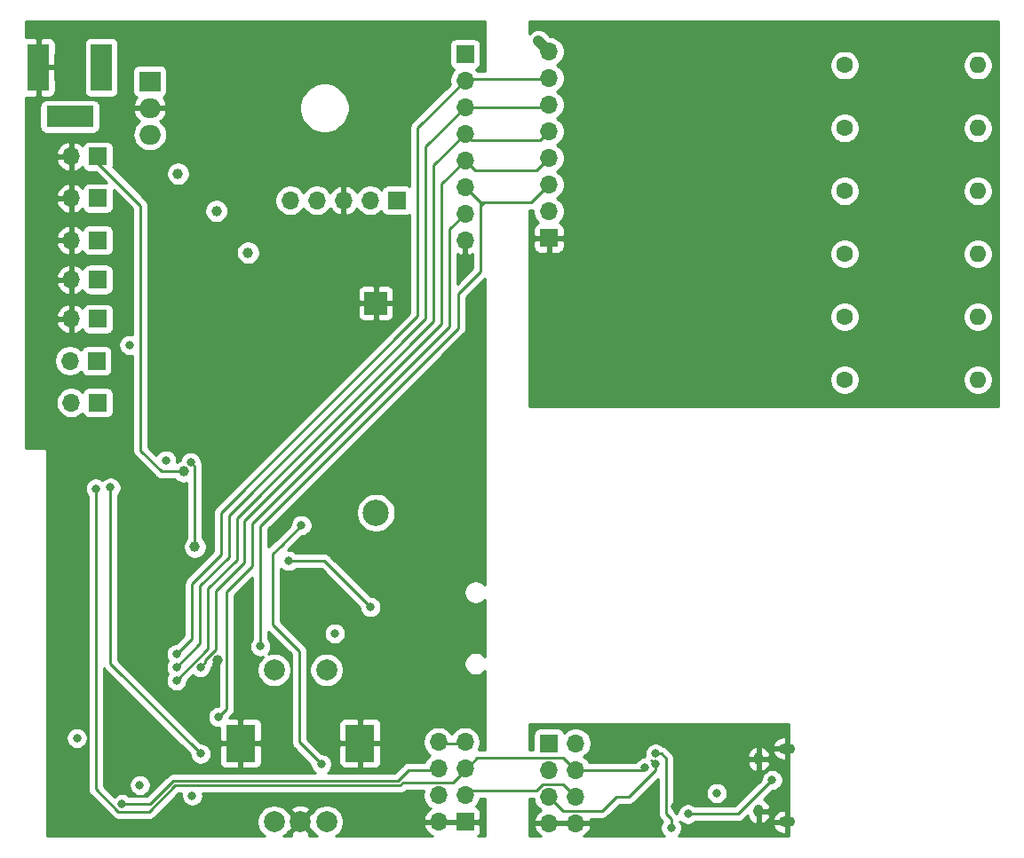
<source format=gbr>
%TF.GenerationSoftware,KiCad,Pcbnew,(5.1.8)-1*%
%TF.CreationDate,2020-12-09T14:15:50+00:00*%
%TF.ProjectId,Project,50726f6a-6563-4742-9e6b-696361645f70,rev?*%
%TF.SameCoordinates,Original*%
%TF.FileFunction,Copper,L4,Bot*%
%TF.FilePolarity,Positive*%
%FSLAX46Y46*%
G04 Gerber Fmt 4.6, Leading zero omitted, Abs format (unit mm)*
G04 Created by KiCad (PCBNEW (5.1.8)-1) date 2020-12-09 14:15:50*
%MOMM*%
%LPD*%
G01*
G04 APERTURE LIST*
%TA.AperFunction,ComponentPad*%
%ADD10R,1.700000X1.700000*%
%TD*%
%TA.AperFunction,ComponentPad*%
%ADD11O,1.700000X1.700000*%
%TD*%
%TA.AperFunction,ComponentPad*%
%ADD12O,0.950000X1.250000*%
%TD*%
%TA.AperFunction,ComponentPad*%
%ADD13O,1.550000X1.000000*%
%TD*%
%TA.AperFunction,ComponentPad*%
%ADD14R,2.800000X3.600000*%
%TD*%
%TA.AperFunction,ComponentPad*%
%ADD15C,2.000000*%
%TD*%
%TA.AperFunction,ComponentPad*%
%ADD16R,2.170000X2.170000*%
%TD*%
%TA.AperFunction,ComponentPad*%
%ADD17C,2.500000*%
%TD*%
%TA.AperFunction,ComponentPad*%
%ADD18R,4.500000X2.000000*%
%TD*%
%TA.AperFunction,ComponentPad*%
%ADD19R,2.000000X4.500000*%
%TD*%
%TA.AperFunction,ComponentPad*%
%ADD20R,2.000000X1.905000*%
%TD*%
%TA.AperFunction,ComponentPad*%
%ADD21O,2.000000X1.905000*%
%TD*%
%TA.AperFunction,ComponentPad*%
%ADD22O,1.600000X1.600000*%
%TD*%
%TA.AperFunction,ComponentPad*%
%ADD23C,1.600000*%
%TD*%
%TA.AperFunction,ViaPad*%
%ADD24C,0.800000*%
%TD*%
%TA.AperFunction,ViaPad*%
%ADD25C,1.000000*%
%TD*%
%TA.AperFunction,Conductor*%
%ADD26C,0.250000*%
%TD*%
%TA.AperFunction,Conductor*%
%ADD27C,1.000000*%
%TD*%
%TA.AperFunction,Conductor*%
%ADD28C,0.254000*%
%TD*%
%TA.AperFunction,Conductor*%
%ADD29C,0.100000*%
%TD*%
G04 APERTURE END LIST*
D10*
%TO.P,J14,1*%
%TO.N,Earth*%
X146000000Y-51780000D03*
D11*
%TO.P,J14,2*%
%TO.N,/PWM1*%
X146000000Y-49240000D03*
%TO.P,J14,3*%
%TO.N,/PWM2*%
X146000000Y-46700000D03*
%TO.P,J14,4*%
%TO.N,/PWM3*%
X146000000Y-44160000D03*
%TO.P,J14,5*%
%TO.N,/PWM4*%
X146000000Y-41620000D03*
%TO.P,J14,6*%
%TO.N,/PWM5*%
X146000000Y-39080000D03*
%TO.P,J14,7*%
%TO.N,/PWM6*%
X146000000Y-36540000D03*
%TO.P,J14,8*%
%TO.N,+12V*%
X146000000Y-34000000D03*
%TD*%
D10*
%TO.P,J4,1*%
%TO.N,+3V3*%
X146000000Y-100000000D03*
D11*
%TO.P,J4,2*%
X148540000Y-100000000D03*
%TO.P,J4,3*%
%TO.N,/RESET*%
X146000000Y-102540000D03*
%TO.P,J4,4*%
%TO.N,TXD*%
X148540000Y-102540000D03*
%TO.P,J4,5*%
%TO.N,RXD*%
X146000000Y-105080000D03*
%TO.P,J4,6*%
%TO.N,/IO0*%
X148540000Y-105080000D03*
%TO.P,J4,7*%
%TO.N,Earth*%
X146000000Y-107620000D03*
%TO.P,J4,8*%
X148540000Y-107620000D03*
%TD*%
D12*
%TO.P,J1,6*%
%TO.N,Earth*%
X166000000Y-101500000D03*
X166000000Y-106500000D03*
D13*
X168700000Y-107500000D03*
X168700000Y-100500000D03*
%TD*%
D14*
%TO.P,S1,3*%
%TO.N,Earth*%
X128000000Y-100000000D03*
X116600000Y-100000000D03*
D15*
%TO.P,S1,1*%
%TO.N,+3V3*%
X124800000Y-93000000D03*
%TO.P,S1,2*%
%TO.N,/Button*%
X119800000Y-93000000D03*
%TO.P,S1,A*%
%TO.N,Net-(R10-Pad2)*%
X124800000Y-107500000D03*
%TO.P,S1,C*%
%TO.N,Earth*%
X122300000Y-107500000D03*
%TO.P,S1,B*%
%TO.N,Net-(R11-Pad2)*%
X119800000Y-107500000D03*
%TD*%
D16*
%TO.P,BT1,2*%
%TO.N,Earth*%
X129500000Y-58000000D03*
D17*
%TO.P,BT1,1*%
%TO.N,Net-(BT1-Pad1)*%
X129500000Y-78000000D03*
%TD*%
D18*
%TO.P,J2,3*%
%TO.N,N/C*%
X100330000Y-40200000D03*
D19*
%TO.P,J2,1*%
%TO.N,LINE*%
X103330000Y-35500000D03*
%TO.P,J2,2*%
%TO.N,Earth*%
X97330000Y-35500000D03*
%TD*%
D11*
%TO.P,J6,2*%
%TO.N,Earth*%
X100460000Y-44000000D03*
D10*
%TO.P,J6,1*%
%TO.N,/OnOff*%
X103000000Y-44000000D03*
%TD*%
%TO.P,J7,1*%
%TO.N,+12V*%
X103000000Y-48000000D03*
D11*
%TO.P,J7,2*%
%TO.N,Earth*%
X100460000Y-48000000D03*
%TD*%
D10*
%TO.P,J8,1*%
%TO.N,+12V*%
X103000000Y-52000000D03*
D11*
%TO.P,J8,2*%
%TO.N,Earth*%
X100460000Y-52000000D03*
%TD*%
%TO.P,J9,2*%
%TO.N,Earth*%
X100460000Y-55750000D03*
D10*
%TO.P,J9,1*%
%TO.N,+3V3*%
X103000000Y-55750000D03*
%TD*%
%TO.P,J10,1*%
%TO.N,+3V3*%
X103000000Y-59500000D03*
D11*
%TO.P,J10,2*%
%TO.N,Earth*%
X100460000Y-59500000D03*
%TD*%
%TO.P,J11,2*%
%TO.N,SCL*%
X100330000Y-63500000D03*
D10*
%TO.P,J11,1*%
%TO.N,SDA*%
X102870000Y-63500000D03*
%TD*%
%TO.P,J12,1*%
%TO.N,SDA*%
X103000000Y-67500000D03*
D11*
%TO.P,J12,2*%
%TO.N,SCL*%
X100460000Y-67500000D03*
%TD*%
D20*
%TO.P,U2,1*%
%TO.N,LINE*%
X107950000Y-36830000D03*
D21*
%TO.P,U2,2*%
%TO.N,Earth*%
X107950000Y-39370000D03*
%TO.P,U2,3*%
%TO.N,+12V*%
X107950000Y-41910000D03*
%TD*%
D10*
%TO.P,J13,1*%
%TO.N,+3V3*%
X131500000Y-48200000D03*
D11*
%TO.P,J13,2*%
X128960000Y-48200000D03*
%TO.P,J13,3*%
%TO.N,Earth*%
X126420000Y-48200000D03*
%TO.P,J13,4*%
%TO.N,SDA*%
X123880000Y-48200000D03*
%TO.P,J13,5*%
%TO.N,SCL*%
X121340000Y-48200000D03*
%TD*%
D22*
%TO.P,R18,2*%
%TO.N,+12V*%
X186900000Y-65300000D03*
D23*
%TO.P,R18,1*%
%TO.N,Net-(D3-Pad2)*%
X174200000Y-65300000D03*
%TD*%
%TO.P,R19,1*%
%TO.N,Net-(D6-Pad2)*%
X174200000Y-59300000D03*
D22*
%TO.P,R19,2*%
%TO.N,+12V*%
X186900000Y-59300000D03*
%TD*%
D23*
%TO.P,R20,1*%
%TO.N,Net-(D10-Pad2)*%
X174200000Y-53300000D03*
D22*
%TO.P,R20,2*%
%TO.N,+12V*%
X186900000Y-53300000D03*
%TD*%
%TO.P,R21,2*%
%TO.N,+12V*%
X186900000Y-47300000D03*
D23*
%TO.P,R21,1*%
%TO.N,Net-(D12-Pad2)*%
X174200000Y-47300000D03*
%TD*%
%TO.P,R22,1*%
%TO.N,Net-(D15-Pad2)*%
X174200000Y-41300000D03*
D22*
%TO.P,R22,2*%
%TO.N,+12V*%
X186900000Y-41300000D03*
%TD*%
%TO.P,R23,2*%
%TO.N,+12V*%
X186900000Y-35300000D03*
D23*
%TO.P,R23,1*%
%TO.N,Net-(D18-Pad2)*%
X174200000Y-35300000D03*
%TD*%
D10*
%TO.P,J5,1*%
%TO.N,+12V*%
X138000000Y-34220000D03*
D11*
%TO.P,J5,2*%
%TO.N,/PWM6*%
X138000000Y-36760000D03*
%TO.P,J5,3*%
%TO.N,/PWM5*%
X138000000Y-39300000D03*
%TO.P,J5,4*%
%TO.N,/PWM4*%
X138000000Y-41840000D03*
%TO.P,J5,5*%
%TO.N,/PWM3*%
X138000000Y-44380000D03*
%TO.P,J5,6*%
%TO.N,/PWM2*%
X138000000Y-46920000D03*
%TO.P,J5,7*%
%TO.N,/PWM1*%
X138000000Y-49460000D03*
%TO.P,J5,8*%
%TO.N,Earth*%
X138000000Y-52000000D03*
%TD*%
D10*
%TO.P,J15,1*%
%TO.N,Earth*%
X138000000Y-107500000D03*
D11*
%TO.P,J15,2*%
X135460000Y-107500000D03*
%TO.P,J15,3*%
%TO.N,/IO0*%
X138000000Y-104960000D03*
%TO.P,J15,4*%
%TO.N,RXD*%
X135460000Y-104960000D03*
%TO.P,J15,5*%
%TO.N,TXD*%
X138000000Y-102420000D03*
%TO.P,J15,6*%
%TO.N,/RESET*%
X135460000Y-102420000D03*
%TO.P,J15,7*%
%TO.N,+3V3*%
X138000000Y-99880000D03*
%TO.P,J15,8*%
X135460000Y-99880000D03*
%TD*%
D24*
%TO.N,Earth*%
X101500000Y-73500000D03*
X99000000Y-80500000D03*
X99500000Y-99500000D03*
X107600000Y-47700000D03*
X107000000Y-31500000D03*
X110000000Y-88000000D03*
X118000000Y-58500000D03*
X115000000Y-70000000D03*
X129000000Y-92000000D03*
X119500000Y-51000000D03*
X121000000Y-39500000D03*
D25*
X116500000Y-44000000D03*
X118500000Y-46500000D03*
X116500000Y-48500000D03*
X156000000Y-35600000D03*
X156700000Y-39200000D03*
X156500000Y-42500000D03*
X156000000Y-46000000D03*
X155400000Y-50400000D03*
X154900000Y-54500000D03*
%TO.N,+3V3*%
X114300000Y-49200000D03*
X117315000Y-53185000D03*
D24*
X106000000Y-62000000D03*
X101000000Y-99500000D03*
X107000000Y-104000000D03*
X109500000Y-73000000D03*
X112000000Y-105000000D03*
X162000000Y-104750000D03*
X162000000Y-104750000D03*
%TO.N,Earth*%
X158000000Y-106000000D03*
X119800000Y-95500000D03*
D25*
X114400000Y-92100000D03*
D24*
X124400000Y-87400000D03*
X110000000Y-70300000D03*
%TO.N,+3V3*%
X125578000Y-89522000D03*
%TO.N,/RESET*%
X105300000Y-105800000D03*
D25*
%TO.N,+12V*%
X110650000Y-45650000D03*
D24*
%TO.N,Net-(J1-Pad3)*%
X167275002Y-103500000D03*
X159250000Y-106750000D03*
%TO.N,TXD*%
X155184000Y-102326000D03*
X102800000Y-75700000D03*
%TO.N,RXD*%
X156159000Y-102001000D03*
X112800000Y-101000000D03*
X104200000Y-75600000D03*
%TO.N,/IO0*%
X122400000Y-79200000D03*
X124300000Y-102000000D03*
D25*
%TO.N,/OnOff*%
X111201661Y-74067839D03*
D24*
%TO.N,Net-(Q1-Pad2)*%
X156161156Y-100997762D03*
X157659000Y-108076000D03*
%TO.N,/RTC-INTSQW*%
X111840000Y-73172000D03*
D25*
X112250000Y-81250000D03*
D24*
%TO.N,/!SD_SS*%
X129000000Y-87000000D03*
X121200000Y-82600000D03*
%TO.N,/PWM6*%
X110500000Y-91500000D03*
%TO.N,/PWM5*%
X110500000Y-92750000D03*
%TO.N,/PWM2*%
X118500000Y-90750000D03*
%TO.N,/PWM4*%
X110500000Y-94000000D03*
%TO.N,/PWM3*%
X112775306Y-92750000D03*
%TO.N,/PWM1*%
X114500000Y-97500000D03*
%TD*%
D26*
%TO.N,Earth*%
X135460000Y-107620000D02*
X138000000Y-107620000D01*
X146000000Y-107620000D02*
X148540000Y-107620000D01*
%TO.N,+3V3*%
X135460000Y-100000000D02*
X138000000Y-100000000D01*
%TO.N,/RESET*%
X135460000Y-102540000D02*
X132660000Y-102540000D01*
X132660000Y-102540000D02*
X131600000Y-103600000D01*
X131600000Y-103600000D02*
X110200000Y-103600000D01*
X108000000Y-105800000D02*
X105300000Y-105800000D01*
X110200000Y-103600000D02*
X108000000Y-105800000D01*
D27*
%TO.N,+12V*%
X146000000Y-34000000D02*
X145000000Y-33000000D01*
D26*
%TO.N,Net-(J1-Pad3)*%
X164025002Y-106750000D02*
X159250000Y-106750000D01*
X167275002Y-103500000D02*
X164025002Y-106750000D01*
%TO.N,TXD*%
X147364999Y-101364999D02*
X148540000Y-102540000D01*
X139175001Y-101364999D02*
X147364999Y-101364999D01*
X138000000Y-102540000D02*
X139175001Y-101364999D01*
X154970000Y-102540000D02*
X155184000Y-102326000D01*
X148540000Y-102540000D02*
X154970000Y-102540000D01*
X104951999Y-106525001D02*
X102800000Y-104373002D01*
X107911409Y-106525001D02*
X104951999Y-106525001D01*
X110386400Y-104050010D02*
X107911409Y-106525001D01*
X102800000Y-104373002D02*
X102800000Y-75700000D01*
X131786400Y-104050010D02*
X110386400Y-104050010D01*
X132121409Y-103715001D02*
X131786400Y-104050010D01*
X136824999Y-103715001D02*
X132121409Y-103715001D01*
X138000000Y-102540000D02*
X136824999Y-103715001D01*
%TO.N,RXD*%
X156159000Y-102001000D02*
X155758999Y-101600999D01*
X156159000Y-102566685D02*
X153645685Y-105080000D01*
X156159000Y-102001000D02*
X156159000Y-102566685D01*
X153645685Y-105080000D02*
X152420000Y-105080000D01*
X151055001Y-106444999D02*
X147364999Y-106444999D01*
X147364999Y-106444999D02*
X146000000Y-105080000D01*
X152420000Y-105080000D02*
X151055001Y-106444999D01*
X104200000Y-92400000D02*
X104200000Y-75600000D01*
X112800000Y-101000000D02*
X104200000Y-92400000D01*
%TO.N,/IO0*%
X147364999Y-103904999D02*
X148540000Y-105080000D01*
X145435999Y-103904999D02*
X147364999Y-103904999D01*
X144824999Y-104515999D02*
X145435999Y-103904999D01*
X138564001Y-104515999D02*
X144824999Y-104515999D01*
X138000000Y-105080000D02*
X138040000Y-105040000D01*
X122400000Y-79200000D02*
X120474999Y-81125001D01*
X120474999Y-81125001D02*
X119700000Y-81900000D01*
X119700000Y-81900000D02*
X119700000Y-88500000D01*
X119700000Y-88500000D02*
X119700000Y-88700000D01*
X119700000Y-88700000D02*
X122200000Y-91200000D01*
X122200000Y-99900000D02*
X124300000Y-102000000D01*
X122200000Y-91200000D02*
X122200000Y-99900000D01*
X138040000Y-105040000D02*
X138564001Y-104515999D01*
%TO.N,/OnOff*%
X103000000Y-44630000D02*
X103000000Y-44000000D01*
X107061000Y-48691000D02*
X103000000Y-44630000D01*
X107061000Y-72061000D02*
X107061000Y-48691000D01*
X109067839Y-74067839D02*
X107061000Y-72061000D01*
X111201661Y-74067839D02*
X109067839Y-74067839D01*
%TO.N,Net-(Q1-Pad2)*%
X156161156Y-100997762D02*
X156726841Y-100997762D01*
X156726841Y-100997762D02*
X157164539Y-101435461D01*
X157164539Y-106746539D02*
X157659000Y-107241000D01*
X157164539Y-106435461D02*
X157164539Y-106746539D01*
X157659000Y-108076000D02*
X157659000Y-107241000D01*
X157164539Y-106435461D02*
X157164539Y-101435461D01*
%TO.N,/RTC-INTSQW*%
X111840000Y-73172000D02*
X112250000Y-73582000D01*
X112250000Y-73582000D02*
X112250000Y-81250000D01*
%TO.N,/!SD_SS*%
X124600000Y-82600000D02*
X124700000Y-82700000D01*
X121200000Y-82600000D02*
X124600000Y-82600000D01*
X129000000Y-87000000D02*
X124700000Y-82700000D01*
%TO.N,/PWM6*%
X114750000Y-82000000D02*
X114750000Y-78000000D01*
X112000000Y-84750000D02*
X114750000Y-82000000D01*
X114750000Y-78000000D02*
X133500000Y-59250000D01*
X112000000Y-90000000D02*
X112000000Y-84750000D01*
X110500000Y-91500000D02*
X112000000Y-90000000D01*
X145897090Y-36642910D02*
X146000000Y-36540000D01*
X138117090Y-36642910D02*
X145897090Y-36642910D01*
X138000000Y-36760000D02*
X138117090Y-36642910D01*
X133500000Y-41260000D02*
X133500000Y-42000000D01*
X138000000Y-36760000D02*
X133500000Y-41260000D01*
X133500000Y-59250000D02*
X133500000Y-42000000D01*
%TO.N,/PWM5*%
X115500000Y-82250000D02*
X115500000Y-78250000D01*
X115500000Y-78250000D02*
X134250000Y-59500000D01*
X112750000Y-85000000D02*
X115500000Y-82250000D01*
X112750000Y-90500000D02*
X112750000Y-85000000D01*
X110500000Y-92750000D02*
X112750000Y-90500000D01*
X134250000Y-59500000D02*
X134250000Y-43250000D01*
X145719082Y-39360918D02*
X146000000Y-39080000D01*
X138060918Y-39360918D02*
X145719082Y-39360918D01*
X138000000Y-39300000D02*
X138060918Y-39360918D01*
X134250000Y-43050000D02*
X134250000Y-43250000D01*
X138000000Y-39300000D02*
X134250000Y-43050000D01*
%TO.N,/PWM4*%
X116250000Y-82500000D02*
X116250000Y-78500000D01*
X116250000Y-78500000D02*
X135000000Y-59750000D01*
X113500000Y-85250000D02*
X116250000Y-82500000D01*
X113500000Y-91000000D02*
X113500000Y-85250000D01*
X110500000Y-94000000D02*
X113500000Y-91000000D01*
X145150001Y-42469999D02*
X146000000Y-41620000D01*
X138629999Y-42469999D02*
X145150001Y-42469999D01*
X138000000Y-41840000D02*
X138629999Y-42469999D01*
X135000000Y-44840000D02*
X135000000Y-45000000D01*
X138000000Y-41840000D02*
X135000000Y-44840000D01*
X135000000Y-59750000D02*
X135000000Y-45000000D01*
%TO.N,/PWM3*%
X117000000Y-82750000D02*
X117000000Y-78750000D01*
X117000000Y-78750000D02*
X135750000Y-60000000D01*
X114250000Y-85500000D02*
X117000000Y-82750000D01*
X114250000Y-91050000D02*
X114250000Y-85500000D01*
X113250000Y-92050000D02*
X114250000Y-91050000D01*
X113250000Y-92275306D02*
X113250000Y-92050000D01*
X112775306Y-92750000D02*
X113250000Y-92275306D01*
X144802911Y-45357089D02*
X146000000Y-44160000D01*
X138977089Y-45357089D02*
X144802911Y-45357089D01*
X138000000Y-44380000D02*
X138977089Y-45357089D01*
X135750000Y-46630000D02*
X135750000Y-46750000D01*
X138000000Y-44380000D02*
X135750000Y-46630000D01*
X135750000Y-60000000D02*
X135750000Y-46750000D01*
%TO.N,/PWM2*%
X118500000Y-90750000D02*
X118500000Y-79250000D01*
X118500000Y-79250000D02*
X137375000Y-60375000D01*
X144339082Y-48360918D02*
X146000000Y-46700000D01*
X138000000Y-46920000D02*
X139440918Y-48360918D01*
X137375000Y-60375000D02*
X137375000Y-57125000D01*
X137375000Y-57125000D02*
X139500000Y-55000000D01*
X139500000Y-48721836D02*
X139860918Y-48360918D01*
X139500000Y-49000000D02*
X139500000Y-48721836D01*
X139860918Y-48360918D02*
X144339082Y-48360918D01*
X139440918Y-48360918D02*
X139860918Y-48360918D01*
X139500000Y-55000000D02*
X139500000Y-49000000D01*
X139500000Y-49000000D02*
X139500000Y-48500000D01*
%TO.N,/PWM1*%
X115285268Y-96714732D02*
X114500000Y-97500000D01*
X115285268Y-85571730D02*
X115285268Y-96714732D01*
X117750000Y-83106998D02*
X115285268Y-85571730D01*
X117750000Y-79000000D02*
X117750000Y-83106998D01*
X136500000Y-60250000D02*
X136375000Y-60375000D01*
X136375000Y-60375000D02*
X117750000Y-79000000D01*
D27*
X138000000Y-49460000D02*
X138000000Y-49500000D01*
D26*
X138000000Y-49460000D02*
X136500000Y-50960000D01*
X136500000Y-50960000D02*
X136500000Y-51500000D01*
X136500000Y-51500000D02*
X136500000Y-60250000D01*
%TD*%
D28*
%TO.N,Earth*%
X139873000Y-35882910D02*
X139199941Y-35882910D01*
X139153475Y-35813368D01*
X139021620Y-35681513D01*
X139094180Y-35659502D01*
X139204494Y-35600537D01*
X139301185Y-35521185D01*
X139380537Y-35424494D01*
X139439502Y-35314180D01*
X139475812Y-35194482D01*
X139488072Y-35070000D01*
X139488072Y-33370000D01*
X139475812Y-33245518D01*
X139439502Y-33125820D01*
X139380537Y-33015506D01*
X139301185Y-32918815D01*
X139204494Y-32839463D01*
X139094180Y-32780498D01*
X138974482Y-32744188D01*
X138850000Y-32731928D01*
X137150000Y-32731928D01*
X137025518Y-32744188D01*
X136905820Y-32780498D01*
X136795506Y-32839463D01*
X136698815Y-32918815D01*
X136619463Y-33015506D01*
X136560498Y-33125820D01*
X136524188Y-33245518D01*
X136511928Y-33370000D01*
X136511928Y-35070000D01*
X136524188Y-35194482D01*
X136560498Y-35314180D01*
X136619463Y-35424494D01*
X136698815Y-35521185D01*
X136795506Y-35600537D01*
X136905820Y-35659502D01*
X136978380Y-35681513D01*
X136846525Y-35813368D01*
X136684010Y-36056589D01*
X136572068Y-36326842D01*
X136515000Y-36613740D01*
X136515000Y-36906260D01*
X136558790Y-37126408D01*
X132989003Y-40696196D01*
X132959999Y-40719999D01*
X132909086Y-40782037D01*
X132865026Y-40835724D01*
X132818708Y-40922378D01*
X132794454Y-40967754D01*
X132750997Y-41111015D01*
X132740000Y-41222668D01*
X132740000Y-41222678D01*
X132736324Y-41260000D01*
X132740000Y-41297322D01*
X132740000Y-42037333D01*
X132740001Y-42037343D01*
X132740001Y-46848603D01*
X132704494Y-46819463D01*
X132594180Y-46760498D01*
X132474482Y-46724188D01*
X132350000Y-46711928D01*
X130650000Y-46711928D01*
X130525518Y-46724188D01*
X130405820Y-46760498D01*
X130295506Y-46819463D01*
X130198815Y-46898815D01*
X130119463Y-46995506D01*
X130060498Y-47105820D01*
X130038487Y-47178380D01*
X129906632Y-47046525D01*
X129663411Y-46884010D01*
X129393158Y-46772068D01*
X129106260Y-46715000D01*
X128813740Y-46715000D01*
X128526842Y-46772068D01*
X128256589Y-46884010D01*
X128013368Y-47046525D01*
X127806525Y-47253368D01*
X127684805Y-47435534D01*
X127615178Y-47318645D01*
X127420269Y-47102412D01*
X127186920Y-46928359D01*
X126924099Y-46803175D01*
X126776890Y-46758524D01*
X126547000Y-46879845D01*
X126547000Y-48073000D01*
X126567000Y-48073000D01*
X126567000Y-48327000D01*
X126547000Y-48327000D01*
X126547000Y-49520155D01*
X126776890Y-49641476D01*
X126924099Y-49596825D01*
X127186920Y-49471641D01*
X127420269Y-49297588D01*
X127615178Y-49081355D01*
X127684805Y-48964466D01*
X127806525Y-49146632D01*
X128013368Y-49353475D01*
X128256589Y-49515990D01*
X128526842Y-49627932D01*
X128813740Y-49685000D01*
X129106260Y-49685000D01*
X129393158Y-49627932D01*
X129663411Y-49515990D01*
X129906632Y-49353475D01*
X130038487Y-49221620D01*
X130060498Y-49294180D01*
X130119463Y-49404494D01*
X130198815Y-49501185D01*
X130295506Y-49580537D01*
X130405820Y-49639502D01*
X130525518Y-49675812D01*
X130650000Y-49688072D01*
X132350000Y-49688072D01*
X132474482Y-49675812D01*
X132594180Y-49639502D01*
X132704494Y-49580537D01*
X132740001Y-49551398D01*
X132740000Y-58935198D01*
X114238998Y-77436201D01*
X114210000Y-77459999D01*
X114186202Y-77488997D01*
X114186201Y-77488998D01*
X114115026Y-77575724D01*
X114044454Y-77707754D01*
X114000998Y-77851015D01*
X113986324Y-78000000D01*
X113990001Y-78037332D01*
X113990000Y-81685198D01*
X111488998Y-84186201D01*
X111460000Y-84209999D01*
X111436202Y-84238997D01*
X111436201Y-84238998D01*
X111365026Y-84325724D01*
X111294454Y-84457754D01*
X111250998Y-84601015D01*
X111236324Y-84750000D01*
X111240001Y-84787332D01*
X111240000Y-89685198D01*
X110460199Y-90465000D01*
X110398061Y-90465000D01*
X110198102Y-90504774D01*
X110009744Y-90582795D01*
X109840226Y-90696063D01*
X109696063Y-90840226D01*
X109582795Y-91009744D01*
X109504774Y-91198102D01*
X109465000Y-91398061D01*
X109465000Y-91601939D01*
X109504774Y-91801898D01*
X109582795Y-91990256D01*
X109672828Y-92125000D01*
X109582795Y-92259744D01*
X109504774Y-92448102D01*
X109465000Y-92648061D01*
X109465000Y-92851939D01*
X109504774Y-93051898D01*
X109582795Y-93240256D01*
X109672828Y-93375000D01*
X109582795Y-93509744D01*
X109504774Y-93698102D01*
X109465000Y-93898061D01*
X109465000Y-94101939D01*
X109504774Y-94301898D01*
X109582795Y-94490256D01*
X109696063Y-94659774D01*
X109840226Y-94803937D01*
X110009744Y-94917205D01*
X110198102Y-94995226D01*
X110398061Y-95035000D01*
X110601939Y-95035000D01*
X110801898Y-94995226D01*
X110990256Y-94917205D01*
X111159774Y-94803937D01*
X111303937Y-94659774D01*
X111417205Y-94490256D01*
X111495226Y-94301898D01*
X111535000Y-94101939D01*
X111535000Y-94039801D01*
X112068198Y-93506603D01*
X112115532Y-93553937D01*
X112285050Y-93667205D01*
X112473408Y-93745226D01*
X112673367Y-93785000D01*
X112877245Y-93785000D01*
X113077204Y-93745226D01*
X113265562Y-93667205D01*
X113435080Y-93553937D01*
X113579243Y-93409774D01*
X113692511Y-93240256D01*
X113770532Y-93051898D01*
X113810306Y-92851939D01*
X113810306Y-92790565D01*
X113884974Y-92699582D01*
X113955546Y-92567553D01*
X113999003Y-92424292D01*
X114004301Y-92370500D01*
X114525269Y-91849533D01*
X114525269Y-96399929D01*
X114460198Y-96465000D01*
X114398061Y-96465000D01*
X114198102Y-96504774D01*
X114009744Y-96582795D01*
X113840226Y-96696063D01*
X113696063Y-96840226D01*
X113582795Y-97009744D01*
X113504774Y-97198102D01*
X113465000Y-97398061D01*
X113465000Y-97601939D01*
X113504774Y-97801898D01*
X113582795Y-97990256D01*
X113696063Y-98159774D01*
X113840226Y-98303937D01*
X114009744Y-98417205D01*
X114198102Y-98495226D01*
X114398061Y-98535000D01*
X114562608Y-98535000D01*
X114565000Y-99714250D01*
X114723750Y-99873000D01*
X116473000Y-99873000D01*
X116473000Y-97723750D01*
X116727000Y-97723750D01*
X116727000Y-99873000D01*
X118476250Y-99873000D01*
X118635000Y-99714250D01*
X118638072Y-98200000D01*
X118625812Y-98075518D01*
X118589502Y-97955820D01*
X118530537Y-97845506D01*
X118451185Y-97748815D01*
X118354494Y-97669463D01*
X118244180Y-97610498D01*
X118124482Y-97574188D01*
X118000000Y-97561928D01*
X116885750Y-97565000D01*
X116727000Y-97723750D01*
X116473000Y-97723750D01*
X116314250Y-97565000D01*
X115535000Y-97562852D01*
X115535000Y-97539802D01*
X115796270Y-97278531D01*
X115825269Y-97254733D01*
X115920242Y-97139008D01*
X115990814Y-97006979D01*
X116034271Y-96863718D01*
X116045268Y-96752065D01*
X116045268Y-96752057D01*
X116048944Y-96714732D01*
X116045268Y-96677407D01*
X116045268Y-85886531D01*
X117740001Y-84191800D01*
X117740000Y-90046289D01*
X117696063Y-90090226D01*
X117582795Y-90259744D01*
X117504774Y-90448102D01*
X117465000Y-90648061D01*
X117465000Y-90851939D01*
X117504774Y-91051898D01*
X117582795Y-91240256D01*
X117696063Y-91409774D01*
X117840226Y-91553937D01*
X118009744Y-91667205D01*
X118198102Y-91745226D01*
X118398061Y-91785000D01*
X118601939Y-91785000D01*
X118727795Y-91759966D01*
X118530013Y-91957748D01*
X118351082Y-92225537D01*
X118227832Y-92523088D01*
X118165000Y-92838967D01*
X118165000Y-93161033D01*
X118227832Y-93476912D01*
X118351082Y-93774463D01*
X118530013Y-94042252D01*
X118757748Y-94269987D01*
X119025537Y-94448918D01*
X119323088Y-94572168D01*
X119638967Y-94635000D01*
X119961033Y-94635000D01*
X120276912Y-94572168D01*
X120574463Y-94448918D01*
X120842252Y-94269987D01*
X121069987Y-94042252D01*
X121248918Y-93774463D01*
X121372168Y-93476912D01*
X121435000Y-93161033D01*
X121435000Y-92838967D01*
X121372168Y-92523088D01*
X121248918Y-92225537D01*
X121069987Y-91957748D01*
X120842252Y-91730013D01*
X120574463Y-91551082D01*
X120276912Y-91427832D01*
X119961033Y-91365000D01*
X119638967Y-91365000D01*
X119323088Y-91427832D01*
X119259568Y-91454143D01*
X119303937Y-91409774D01*
X119417205Y-91240256D01*
X119495226Y-91051898D01*
X119535000Y-90851939D01*
X119535000Y-90648061D01*
X119495226Y-90448102D01*
X119417205Y-90259744D01*
X119303937Y-90090226D01*
X119260000Y-90046289D01*
X119260000Y-89334801D01*
X121440000Y-91514802D01*
X121440001Y-99862668D01*
X121436324Y-99900000D01*
X121440001Y-99937333D01*
X121446644Y-100004774D01*
X121450998Y-100048985D01*
X121494454Y-100192246D01*
X121565026Y-100324276D01*
X121636201Y-100411002D01*
X121660000Y-100440001D01*
X121688998Y-100463799D01*
X123265000Y-102039803D01*
X123265000Y-102101939D01*
X123304774Y-102301898D01*
X123382795Y-102490256D01*
X123496063Y-102659774D01*
X123640226Y-102803937D01*
X123694198Y-102840000D01*
X110237323Y-102840000D01*
X110200000Y-102836324D01*
X110162677Y-102840000D01*
X110162667Y-102840000D01*
X110051014Y-102850997D01*
X109907753Y-102894454D01*
X109775724Y-102965026D01*
X109659999Y-103059999D01*
X109636201Y-103088997D01*
X107685199Y-105040000D01*
X106003711Y-105040000D01*
X105959774Y-104996063D01*
X105790256Y-104882795D01*
X105601898Y-104804774D01*
X105401939Y-104765000D01*
X105198061Y-104765000D01*
X104998102Y-104804774D01*
X104809744Y-104882795D01*
X104640226Y-104996063D01*
X104569044Y-105067245D01*
X103560000Y-104058201D01*
X103560000Y-103898061D01*
X105965000Y-103898061D01*
X105965000Y-104101939D01*
X106004774Y-104301898D01*
X106082795Y-104490256D01*
X106196063Y-104659774D01*
X106340226Y-104803937D01*
X106509744Y-104917205D01*
X106698102Y-104995226D01*
X106898061Y-105035000D01*
X107101939Y-105035000D01*
X107301898Y-104995226D01*
X107490256Y-104917205D01*
X107659774Y-104803937D01*
X107803937Y-104659774D01*
X107917205Y-104490256D01*
X107995226Y-104301898D01*
X108035000Y-104101939D01*
X108035000Y-103898061D01*
X107995226Y-103698102D01*
X107917205Y-103509744D01*
X107803937Y-103340226D01*
X107659774Y-103196063D01*
X107490256Y-103082795D01*
X107301898Y-103004774D01*
X107101939Y-102965000D01*
X106898061Y-102965000D01*
X106698102Y-103004774D01*
X106509744Y-103082795D01*
X106340226Y-103196063D01*
X106196063Y-103340226D01*
X106082795Y-103509744D01*
X106004774Y-103698102D01*
X105965000Y-103898061D01*
X103560000Y-103898061D01*
X103560000Y-92814873D01*
X103565026Y-92824276D01*
X103577083Y-92838967D01*
X103659999Y-92940001D01*
X103689003Y-92963804D01*
X111765000Y-101039802D01*
X111765000Y-101101939D01*
X111804774Y-101301898D01*
X111882795Y-101490256D01*
X111996063Y-101659774D01*
X112140226Y-101803937D01*
X112309744Y-101917205D01*
X112498102Y-101995226D01*
X112698061Y-102035000D01*
X112901939Y-102035000D01*
X113101898Y-101995226D01*
X113290256Y-101917205D01*
X113459774Y-101803937D01*
X113463711Y-101800000D01*
X114561928Y-101800000D01*
X114574188Y-101924482D01*
X114610498Y-102044180D01*
X114669463Y-102154494D01*
X114748815Y-102251185D01*
X114845506Y-102330537D01*
X114955820Y-102389502D01*
X115075518Y-102425812D01*
X115200000Y-102438072D01*
X116314250Y-102435000D01*
X116473000Y-102276250D01*
X116473000Y-100127000D01*
X116727000Y-100127000D01*
X116727000Y-102276250D01*
X116885750Y-102435000D01*
X118000000Y-102438072D01*
X118124482Y-102425812D01*
X118244180Y-102389502D01*
X118354494Y-102330537D01*
X118451185Y-102251185D01*
X118530537Y-102154494D01*
X118589502Y-102044180D01*
X118625812Y-101924482D01*
X118638072Y-101800000D01*
X118635000Y-100285750D01*
X118476250Y-100127000D01*
X116727000Y-100127000D01*
X116473000Y-100127000D01*
X114723750Y-100127000D01*
X114565000Y-100285750D01*
X114561928Y-101800000D01*
X113463711Y-101800000D01*
X113603937Y-101659774D01*
X113717205Y-101490256D01*
X113795226Y-101301898D01*
X113835000Y-101101939D01*
X113835000Y-100898061D01*
X113795226Y-100698102D01*
X113717205Y-100509744D01*
X113603937Y-100340226D01*
X113459774Y-100196063D01*
X113290256Y-100082795D01*
X113101898Y-100004774D01*
X112901939Y-99965000D01*
X112839802Y-99965000D01*
X104960000Y-92085199D01*
X104960000Y-76303711D01*
X105003937Y-76259774D01*
X105117205Y-76090256D01*
X105195226Y-75901898D01*
X105235000Y-75701939D01*
X105235000Y-75498061D01*
X105195226Y-75298102D01*
X105117205Y-75109744D01*
X105003937Y-74940226D01*
X104859774Y-74796063D01*
X104690256Y-74682795D01*
X104501898Y-74604774D01*
X104301939Y-74565000D01*
X104098061Y-74565000D01*
X103898102Y-74604774D01*
X103709744Y-74682795D01*
X103540226Y-74796063D01*
X103448056Y-74888233D01*
X103290256Y-74782795D01*
X103101898Y-74704774D01*
X102901939Y-74665000D01*
X102698061Y-74665000D01*
X102498102Y-74704774D01*
X102309744Y-74782795D01*
X102140226Y-74896063D01*
X101996063Y-75040226D01*
X101882795Y-75209744D01*
X101804774Y-75398102D01*
X101765000Y-75598061D01*
X101765000Y-75801939D01*
X101804774Y-76001898D01*
X101882795Y-76190256D01*
X101996063Y-76359774D01*
X102040001Y-76403712D01*
X102040000Y-104335680D01*
X102036324Y-104373002D01*
X102040000Y-104410324D01*
X102040000Y-104410334D01*
X102050997Y-104521987D01*
X102091565Y-104655724D01*
X102094454Y-104665248D01*
X102165026Y-104797278D01*
X102204871Y-104845828D01*
X102259999Y-104913003D01*
X102289003Y-104936806D01*
X104388200Y-107036004D01*
X104411998Y-107065002D01*
X104527723Y-107159975D01*
X104659752Y-107230547D01*
X104803013Y-107274004D01*
X104914666Y-107285001D01*
X104914675Y-107285001D01*
X104951998Y-107288677D01*
X104989321Y-107285001D01*
X107874087Y-107285001D01*
X107911409Y-107288677D01*
X107948731Y-107285001D01*
X107948742Y-107285001D01*
X108060395Y-107274004D01*
X108203656Y-107230547D01*
X108335685Y-107159975D01*
X108451410Y-107065002D01*
X108475213Y-107035998D01*
X110701202Y-104810010D01*
X110982514Y-104810010D01*
X110965000Y-104898061D01*
X110965000Y-105101939D01*
X111004774Y-105301898D01*
X111082795Y-105490256D01*
X111196063Y-105659774D01*
X111340226Y-105803937D01*
X111509744Y-105917205D01*
X111698102Y-105995226D01*
X111898061Y-106035000D01*
X112101939Y-106035000D01*
X112301898Y-105995226D01*
X112490256Y-105917205D01*
X112659774Y-105803937D01*
X112803937Y-105659774D01*
X112917205Y-105490256D01*
X112995226Y-105301898D01*
X113035000Y-105101939D01*
X113035000Y-104898061D01*
X113017486Y-104810010D01*
X131749078Y-104810010D01*
X131786400Y-104813686D01*
X131823722Y-104810010D01*
X131823733Y-104810010D01*
X131935386Y-104799013D01*
X132078647Y-104755556D01*
X132210676Y-104684984D01*
X132326401Y-104590011D01*
X132350204Y-104561007D01*
X132436210Y-104475001D01*
X134053541Y-104475001D01*
X134032068Y-104526842D01*
X133975000Y-104813740D01*
X133975000Y-105106260D01*
X134032068Y-105393158D01*
X134144010Y-105663411D01*
X134306525Y-105906632D01*
X134513368Y-106113475D01*
X134695534Y-106235195D01*
X134578645Y-106304822D01*
X134362412Y-106499731D01*
X134188359Y-106733080D01*
X134063175Y-106995901D01*
X134018524Y-107143110D01*
X134139845Y-107373000D01*
X135333000Y-107373000D01*
X135333000Y-107353000D01*
X135587000Y-107353000D01*
X135587000Y-107373000D01*
X137873000Y-107373000D01*
X137873000Y-107353000D01*
X138127000Y-107353000D01*
X138127000Y-107373000D01*
X139326250Y-107373000D01*
X139485000Y-107214250D01*
X139488072Y-106650000D01*
X139475812Y-106525518D01*
X139439502Y-106405820D01*
X139380537Y-106295506D01*
X139301185Y-106198815D01*
X139204494Y-106119463D01*
X139094180Y-106060498D01*
X139021620Y-106038487D01*
X139153475Y-105906632D01*
X139315990Y-105663411D01*
X139427932Y-105393158D01*
X139451237Y-105275999D01*
X139873000Y-105275999D01*
X139873000Y-108873000D01*
X139213678Y-108873000D01*
X139301185Y-108801185D01*
X139380537Y-108704494D01*
X139439502Y-108594180D01*
X139475812Y-108474482D01*
X139488072Y-108350000D01*
X139485000Y-107785750D01*
X139326250Y-107627000D01*
X138127000Y-107627000D01*
X138127000Y-107647000D01*
X137873000Y-107647000D01*
X137873000Y-107627000D01*
X135587000Y-107627000D01*
X135587000Y-107647000D01*
X135333000Y-107647000D01*
X135333000Y-107627000D01*
X134139845Y-107627000D01*
X134018524Y-107856890D01*
X134063175Y-108004099D01*
X134188359Y-108266920D01*
X134362412Y-108500269D01*
X134578645Y-108695178D01*
X134828748Y-108844157D01*
X134910058Y-108873000D01*
X125688082Y-108873000D01*
X125842252Y-108769987D01*
X126069987Y-108542252D01*
X126248918Y-108274463D01*
X126372168Y-107976912D01*
X126435000Y-107661033D01*
X126435000Y-107338967D01*
X126372168Y-107023088D01*
X126248918Y-106725537D01*
X126069987Y-106457748D01*
X125842252Y-106230013D01*
X125574463Y-106051082D01*
X125276912Y-105927832D01*
X124961033Y-105865000D01*
X124638967Y-105865000D01*
X124323088Y-105927832D01*
X124025537Y-106051082D01*
X123757748Y-106230013D01*
X123530013Y-106457748D01*
X123465075Y-106554935D01*
X123435413Y-106544192D01*
X122479605Y-107500000D01*
X123435413Y-108455808D01*
X123465075Y-108445065D01*
X123530013Y-108542252D01*
X123757748Y-108769987D01*
X123911918Y-108873000D01*
X123169756Y-108873000D01*
X123255808Y-108635413D01*
X122300000Y-107679605D01*
X121344192Y-108635413D01*
X121430244Y-108873000D01*
X120688082Y-108873000D01*
X120842252Y-108769987D01*
X121069987Y-108542252D01*
X121134925Y-108445065D01*
X121164587Y-108455808D01*
X122120395Y-107500000D01*
X121164587Y-106544192D01*
X121134925Y-106554935D01*
X121069987Y-106457748D01*
X120976826Y-106364587D01*
X121344192Y-106364587D01*
X122300000Y-107320395D01*
X123255808Y-106364587D01*
X123160044Y-106100186D01*
X122870429Y-105959296D01*
X122558892Y-105877616D01*
X122237405Y-105858282D01*
X121918325Y-105902039D01*
X121613912Y-106007205D01*
X121439956Y-106100186D01*
X121344192Y-106364587D01*
X120976826Y-106364587D01*
X120842252Y-106230013D01*
X120574463Y-106051082D01*
X120276912Y-105927832D01*
X119961033Y-105865000D01*
X119638967Y-105865000D01*
X119323088Y-105927832D01*
X119025537Y-106051082D01*
X118757748Y-106230013D01*
X118530013Y-106457748D01*
X118351082Y-106725537D01*
X118227832Y-107023088D01*
X118165000Y-107338967D01*
X118165000Y-107661033D01*
X118227832Y-107976912D01*
X118351082Y-108274463D01*
X118530013Y-108542252D01*
X118757748Y-108769987D01*
X118911918Y-108873000D01*
X98127000Y-108873000D01*
X98127000Y-99398061D01*
X99965000Y-99398061D01*
X99965000Y-99601939D01*
X100004774Y-99801898D01*
X100082795Y-99990256D01*
X100196063Y-100159774D01*
X100340226Y-100303937D01*
X100509744Y-100417205D01*
X100698102Y-100495226D01*
X100898061Y-100535000D01*
X101101939Y-100535000D01*
X101301898Y-100495226D01*
X101490256Y-100417205D01*
X101659774Y-100303937D01*
X101803937Y-100159774D01*
X101917205Y-99990256D01*
X101995226Y-99801898D01*
X102035000Y-99601939D01*
X102035000Y-99398061D01*
X101995226Y-99198102D01*
X101917205Y-99009744D01*
X101803937Y-98840226D01*
X101659774Y-98696063D01*
X101490256Y-98582795D01*
X101301898Y-98504774D01*
X101101939Y-98465000D01*
X100898061Y-98465000D01*
X100698102Y-98504774D01*
X100509744Y-98582795D01*
X100340226Y-98696063D01*
X100196063Y-98840226D01*
X100082795Y-99009744D01*
X100004774Y-99198102D01*
X99965000Y-99398061D01*
X98127000Y-99398061D01*
X98127000Y-72000000D01*
X98124560Y-71975224D01*
X98117333Y-71951399D01*
X98105597Y-71929443D01*
X98089803Y-71910197D01*
X98070557Y-71894403D01*
X98048601Y-71882667D01*
X98024776Y-71875440D01*
X98000000Y-71873000D01*
X96127000Y-71873000D01*
X96127000Y-67353740D01*
X98975000Y-67353740D01*
X98975000Y-67646260D01*
X99032068Y-67933158D01*
X99144010Y-68203411D01*
X99306525Y-68446632D01*
X99513368Y-68653475D01*
X99756589Y-68815990D01*
X100026842Y-68927932D01*
X100313740Y-68985000D01*
X100606260Y-68985000D01*
X100893158Y-68927932D01*
X101163411Y-68815990D01*
X101406632Y-68653475D01*
X101538487Y-68521620D01*
X101560498Y-68594180D01*
X101619463Y-68704494D01*
X101698815Y-68801185D01*
X101795506Y-68880537D01*
X101905820Y-68939502D01*
X102025518Y-68975812D01*
X102150000Y-68988072D01*
X103850000Y-68988072D01*
X103974482Y-68975812D01*
X104094180Y-68939502D01*
X104204494Y-68880537D01*
X104301185Y-68801185D01*
X104380537Y-68704494D01*
X104439502Y-68594180D01*
X104475812Y-68474482D01*
X104488072Y-68350000D01*
X104488072Y-66650000D01*
X104475812Y-66525518D01*
X104439502Y-66405820D01*
X104380537Y-66295506D01*
X104301185Y-66198815D01*
X104204494Y-66119463D01*
X104094180Y-66060498D01*
X103974482Y-66024188D01*
X103850000Y-66011928D01*
X102150000Y-66011928D01*
X102025518Y-66024188D01*
X101905820Y-66060498D01*
X101795506Y-66119463D01*
X101698815Y-66198815D01*
X101619463Y-66295506D01*
X101560498Y-66405820D01*
X101538487Y-66478380D01*
X101406632Y-66346525D01*
X101163411Y-66184010D01*
X100893158Y-66072068D01*
X100606260Y-66015000D01*
X100313740Y-66015000D01*
X100026842Y-66072068D01*
X99756589Y-66184010D01*
X99513368Y-66346525D01*
X99306525Y-66553368D01*
X99144010Y-66796589D01*
X99032068Y-67066842D01*
X98975000Y-67353740D01*
X96127000Y-67353740D01*
X96127000Y-63353740D01*
X98845000Y-63353740D01*
X98845000Y-63646260D01*
X98902068Y-63933158D01*
X99014010Y-64203411D01*
X99176525Y-64446632D01*
X99383368Y-64653475D01*
X99626589Y-64815990D01*
X99896842Y-64927932D01*
X100183740Y-64985000D01*
X100476260Y-64985000D01*
X100763158Y-64927932D01*
X101033411Y-64815990D01*
X101276632Y-64653475D01*
X101408487Y-64521620D01*
X101430498Y-64594180D01*
X101489463Y-64704494D01*
X101568815Y-64801185D01*
X101665506Y-64880537D01*
X101775820Y-64939502D01*
X101895518Y-64975812D01*
X102020000Y-64988072D01*
X103720000Y-64988072D01*
X103844482Y-64975812D01*
X103964180Y-64939502D01*
X104074494Y-64880537D01*
X104171185Y-64801185D01*
X104250537Y-64704494D01*
X104309502Y-64594180D01*
X104345812Y-64474482D01*
X104358072Y-64350000D01*
X104358072Y-62650000D01*
X104345812Y-62525518D01*
X104309502Y-62405820D01*
X104250537Y-62295506D01*
X104171185Y-62198815D01*
X104074494Y-62119463D01*
X103964180Y-62060498D01*
X103844482Y-62024188D01*
X103720000Y-62011928D01*
X102020000Y-62011928D01*
X101895518Y-62024188D01*
X101775820Y-62060498D01*
X101665506Y-62119463D01*
X101568815Y-62198815D01*
X101489463Y-62295506D01*
X101430498Y-62405820D01*
X101408487Y-62478380D01*
X101276632Y-62346525D01*
X101033411Y-62184010D01*
X100763158Y-62072068D01*
X100476260Y-62015000D01*
X100183740Y-62015000D01*
X99896842Y-62072068D01*
X99626589Y-62184010D01*
X99383368Y-62346525D01*
X99176525Y-62553368D01*
X99014010Y-62796589D01*
X98902068Y-63066842D01*
X98845000Y-63353740D01*
X96127000Y-63353740D01*
X96127000Y-59856891D01*
X99018519Y-59856891D01*
X99115843Y-60131252D01*
X99264822Y-60381355D01*
X99459731Y-60597588D01*
X99693080Y-60771641D01*
X99955901Y-60896825D01*
X100103110Y-60941476D01*
X100333000Y-60820155D01*
X100333000Y-59627000D01*
X99139186Y-59627000D01*
X99018519Y-59856891D01*
X96127000Y-59856891D01*
X96127000Y-59143109D01*
X99018519Y-59143109D01*
X99139186Y-59373000D01*
X100333000Y-59373000D01*
X100333000Y-58179845D01*
X100587000Y-58179845D01*
X100587000Y-59373000D01*
X100607000Y-59373000D01*
X100607000Y-59627000D01*
X100587000Y-59627000D01*
X100587000Y-60820155D01*
X100816890Y-60941476D01*
X100964099Y-60896825D01*
X101226920Y-60771641D01*
X101460269Y-60597588D01*
X101536034Y-60513534D01*
X101560498Y-60594180D01*
X101619463Y-60704494D01*
X101698815Y-60801185D01*
X101795506Y-60880537D01*
X101905820Y-60939502D01*
X102025518Y-60975812D01*
X102150000Y-60988072D01*
X103850000Y-60988072D01*
X103974482Y-60975812D01*
X104094180Y-60939502D01*
X104204494Y-60880537D01*
X104301185Y-60801185D01*
X104380537Y-60704494D01*
X104439502Y-60594180D01*
X104475812Y-60474482D01*
X104488072Y-60350000D01*
X104488072Y-58650000D01*
X104475812Y-58525518D01*
X104439502Y-58405820D01*
X104380537Y-58295506D01*
X104301185Y-58198815D01*
X104204494Y-58119463D01*
X104094180Y-58060498D01*
X103974482Y-58024188D01*
X103850000Y-58011928D01*
X102150000Y-58011928D01*
X102025518Y-58024188D01*
X101905820Y-58060498D01*
X101795506Y-58119463D01*
X101698815Y-58198815D01*
X101619463Y-58295506D01*
X101560498Y-58405820D01*
X101536034Y-58486466D01*
X101460269Y-58402412D01*
X101226920Y-58228359D01*
X100964099Y-58103175D01*
X100816890Y-58058524D01*
X100587000Y-58179845D01*
X100333000Y-58179845D01*
X100103110Y-58058524D01*
X99955901Y-58103175D01*
X99693080Y-58228359D01*
X99459731Y-58402412D01*
X99264822Y-58618645D01*
X99115843Y-58868748D01*
X99018519Y-59143109D01*
X96127000Y-59143109D01*
X96127000Y-56106891D01*
X99018519Y-56106891D01*
X99115843Y-56381252D01*
X99264822Y-56631355D01*
X99459731Y-56847588D01*
X99693080Y-57021641D01*
X99955901Y-57146825D01*
X100103110Y-57191476D01*
X100333000Y-57070155D01*
X100333000Y-55877000D01*
X99139186Y-55877000D01*
X99018519Y-56106891D01*
X96127000Y-56106891D01*
X96127000Y-55393109D01*
X99018519Y-55393109D01*
X99139186Y-55623000D01*
X100333000Y-55623000D01*
X100333000Y-54429845D01*
X100587000Y-54429845D01*
X100587000Y-55623000D01*
X100607000Y-55623000D01*
X100607000Y-55877000D01*
X100587000Y-55877000D01*
X100587000Y-57070155D01*
X100816890Y-57191476D01*
X100964099Y-57146825D01*
X101226920Y-57021641D01*
X101460269Y-56847588D01*
X101536034Y-56763534D01*
X101560498Y-56844180D01*
X101619463Y-56954494D01*
X101698815Y-57051185D01*
X101795506Y-57130537D01*
X101905820Y-57189502D01*
X102025518Y-57225812D01*
X102150000Y-57238072D01*
X103850000Y-57238072D01*
X103974482Y-57225812D01*
X104094180Y-57189502D01*
X104204494Y-57130537D01*
X104301185Y-57051185D01*
X104380537Y-56954494D01*
X104439502Y-56844180D01*
X104475812Y-56724482D01*
X104488072Y-56600000D01*
X104488072Y-54900000D01*
X104475812Y-54775518D01*
X104439502Y-54655820D01*
X104380537Y-54545506D01*
X104301185Y-54448815D01*
X104204494Y-54369463D01*
X104094180Y-54310498D01*
X103974482Y-54274188D01*
X103850000Y-54261928D01*
X102150000Y-54261928D01*
X102025518Y-54274188D01*
X101905820Y-54310498D01*
X101795506Y-54369463D01*
X101698815Y-54448815D01*
X101619463Y-54545506D01*
X101560498Y-54655820D01*
X101536034Y-54736466D01*
X101460269Y-54652412D01*
X101226920Y-54478359D01*
X100964099Y-54353175D01*
X100816890Y-54308524D01*
X100587000Y-54429845D01*
X100333000Y-54429845D01*
X100103110Y-54308524D01*
X99955901Y-54353175D01*
X99693080Y-54478359D01*
X99459731Y-54652412D01*
X99264822Y-54868645D01*
X99115843Y-55118748D01*
X99018519Y-55393109D01*
X96127000Y-55393109D01*
X96127000Y-52356891D01*
X99018519Y-52356891D01*
X99115843Y-52631252D01*
X99264822Y-52881355D01*
X99459731Y-53097588D01*
X99693080Y-53271641D01*
X99955901Y-53396825D01*
X100103110Y-53441476D01*
X100333000Y-53320155D01*
X100333000Y-52127000D01*
X99139186Y-52127000D01*
X99018519Y-52356891D01*
X96127000Y-52356891D01*
X96127000Y-51643109D01*
X99018519Y-51643109D01*
X99139186Y-51873000D01*
X100333000Y-51873000D01*
X100333000Y-50679845D01*
X100587000Y-50679845D01*
X100587000Y-51873000D01*
X100607000Y-51873000D01*
X100607000Y-52127000D01*
X100587000Y-52127000D01*
X100587000Y-53320155D01*
X100816890Y-53441476D01*
X100964099Y-53396825D01*
X101226920Y-53271641D01*
X101460269Y-53097588D01*
X101536034Y-53013534D01*
X101560498Y-53094180D01*
X101619463Y-53204494D01*
X101698815Y-53301185D01*
X101795506Y-53380537D01*
X101905820Y-53439502D01*
X102025518Y-53475812D01*
X102150000Y-53488072D01*
X103850000Y-53488072D01*
X103974482Y-53475812D01*
X104094180Y-53439502D01*
X104204494Y-53380537D01*
X104301185Y-53301185D01*
X104380537Y-53204494D01*
X104439502Y-53094180D01*
X104475812Y-52974482D01*
X104488072Y-52850000D01*
X104488072Y-51150000D01*
X104475812Y-51025518D01*
X104439502Y-50905820D01*
X104380537Y-50795506D01*
X104301185Y-50698815D01*
X104204494Y-50619463D01*
X104094180Y-50560498D01*
X103974482Y-50524188D01*
X103850000Y-50511928D01*
X102150000Y-50511928D01*
X102025518Y-50524188D01*
X101905820Y-50560498D01*
X101795506Y-50619463D01*
X101698815Y-50698815D01*
X101619463Y-50795506D01*
X101560498Y-50905820D01*
X101536034Y-50986466D01*
X101460269Y-50902412D01*
X101226920Y-50728359D01*
X100964099Y-50603175D01*
X100816890Y-50558524D01*
X100587000Y-50679845D01*
X100333000Y-50679845D01*
X100103110Y-50558524D01*
X99955901Y-50603175D01*
X99693080Y-50728359D01*
X99459731Y-50902412D01*
X99264822Y-51118645D01*
X99115843Y-51368748D01*
X99018519Y-51643109D01*
X96127000Y-51643109D01*
X96127000Y-48356891D01*
X99018519Y-48356891D01*
X99115843Y-48631252D01*
X99264822Y-48881355D01*
X99459731Y-49097588D01*
X99693080Y-49271641D01*
X99955901Y-49396825D01*
X100103110Y-49441476D01*
X100333000Y-49320155D01*
X100333000Y-48127000D01*
X99139186Y-48127000D01*
X99018519Y-48356891D01*
X96127000Y-48356891D01*
X96127000Y-47643109D01*
X99018519Y-47643109D01*
X99139186Y-47873000D01*
X100333000Y-47873000D01*
X100333000Y-46679845D01*
X100103110Y-46558524D01*
X99955901Y-46603175D01*
X99693080Y-46728359D01*
X99459731Y-46902412D01*
X99264822Y-47118645D01*
X99115843Y-47368748D01*
X99018519Y-47643109D01*
X96127000Y-47643109D01*
X96127000Y-44356891D01*
X99018519Y-44356891D01*
X99115843Y-44631252D01*
X99264822Y-44881355D01*
X99459731Y-45097588D01*
X99693080Y-45271641D01*
X99955901Y-45396825D01*
X100103110Y-45441476D01*
X100333000Y-45320155D01*
X100333000Y-44127000D01*
X99139186Y-44127000D01*
X99018519Y-44356891D01*
X96127000Y-44356891D01*
X96127000Y-43643109D01*
X99018519Y-43643109D01*
X99139186Y-43873000D01*
X100333000Y-43873000D01*
X100333000Y-42679845D01*
X100587000Y-42679845D01*
X100587000Y-43873000D01*
X100607000Y-43873000D01*
X100607000Y-44127000D01*
X100587000Y-44127000D01*
X100587000Y-45320155D01*
X100816890Y-45441476D01*
X100964099Y-45396825D01*
X101226920Y-45271641D01*
X101460269Y-45097588D01*
X101536034Y-45013534D01*
X101560498Y-45094180D01*
X101619463Y-45204494D01*
X101698815Y-45301185D01*
X101795506Y-45380537D01*
X101905820Y-45439502D01*
X102025518Y-45475812D01*
X102150000Y-45488072D01*
X102783271Y-45488072D01*
X103807127Y-46511928D01*
X102150000Y-46511928D01*
X102025518Y-46524188D01*
X101905820Y-46560498D01*
X101795506Y-46619463D01*
X101698815Y-46698815D01*
X101619463Y-46795506D01*
X101560498Y-46905820D01*
X101536034Y-46986466D01*
X101460269Y-46902412D01*
X101226920Y-46728359D01*
X100964099Y-46603175D01*
X100816890Y-46558524D01*
X100587000Y-46679845D01*
X100587000Y-47873000D01*
X100607000Y-47873000D01*
X100607000Y-48127000D01*
X100587000Y-48127000D01*
X100587000Y-49320155D01*
X100816890Y-49441476D01*
X100964099Y-49396825D01*
X101226920Y-49271641D01*
X101460269Y-49097588D01*
X101536034Y-49013534D01*
X101560498Y-49094180D01*
X101619463Y-49204494D01*
X101698815Y-49301185D01*
X101795506Y-49380537D01*
X101905820Y-49439502D01*
X102025518Y-49475812D01*
X102150000Y-49488072D01*
X103850000Y-49488072D01*
X103974482Y-49475812D01*
X104094180Y-49439502D01*
X104204494Y-49380537D01*
X104301185Y-49301185D01*
X104380537Y-49204494D01*
X104439502Y-49094180D01*
X104475812Y-48974482D01*
X104488072Y-48850000D01*
X104488072Y-47192873D01*
X106301001Y-49005803D01*
X106301000Y-61004595D01*
X106101939Y-60965000D01*
X105898061Y-60965000D01*
X105698102Y-61004774D01*
X105509744Y-61082795D01*
X105340226Y-61196063D01*
X105196063Y-61340226D01*
X105082795Y-61509744D01*
X105004774Y-61698102D01*
X104965000Y-61898061D01*
X104965000Y-62101939D01*
X105004774Y-62301898D01*
X105082795Y-62490256D01*
X105196063Y-62659774D01*
X105340226Y-62803937D01*
X105509744Y-62917205D01*
X105698102Y-62995226D01*
X105898061Y-63035000D01*
X106101939Y-63035000D01*
X106301000Y-62995405D01*
X106301000Y-72023678D01*
X106297324Y-72061000D01*
X106301000Y-72098322D01*
X106301000Y-72098332D01*
X106311997Y-72209985D01*
X106355454Y-72353246D01*
X106426026Y-72485276D01*
X106446107Y-72509744D01*
X106520999Y-72601001D01*
X106550003Y-72624804D01*
X108504040Y-74578842D01*
X108527838Y-74607840D01*
X108556836Y-74631638D01*
X108643562Y-74702813D01*
X108775592Y-74773385D01*
X108918853Y-74816842D01*
X109030506Y-74827839D01*
X109030516Y-74827839D01*
X109067839Y-74831515D01*
X109105162Y-74827839D01*
X110356529Y-74827839D01*
X110478141Y-74949451D01*
X110664037Y-75073663D01*
X110870594Y-75159222D01*
X111089873Y-75202839D01*
X111313449Y-75202839D01*
X111490000Y-75167721D01*
X111490001Y-80404867D01*
X111368388Y-80526480D01*
X111244176Y-80712376D01*
X111158617Y-80918933D01*
X111115000Y-81138212D01*
X111115000Y-81361788D01*
X111158617Y-81581067D01*
X111244176Y-81787624D01*
X111368388Y-81973520D01*
X111526480Y-82131612D01*
X111712376Y-82255824D01*
X111918933Y-82341383D01*
X112138212Y-82385000D01*
X112361788Y-82385000D01*
X112581067Y-82341383D01*
X112787624Y-82255824D01*
X112973520Y-82131612D01*
X113131612Y-81973520D01*
X113255824Y-81787624D01*
X113341383Y-81581067D01*
X113385000Y-81361788D01*
X113385000Y-81138212D01*
X113341383Y-80918933D01*
X113255824Y-80712376D01*
X113131612Y-80526480D01*
X113010000Y-80404868D01*
X113010000Y-73619333D01*
X113013677Y-73582000D01*
X112999003Y-73433014D01*
X112955546Y-73289753D01*
X112900209Y-73186227D01*
X112884974Y-73157724D01*
X112875000Y-73145571D01*
X112875000Y-73070061D01*
X112835226Y-72870102D01*
X112757205Y-72681744D01*
X112643937Y-72512226D01*
X112499774Y-72368063D01*
X112330256Y-72254795D01*
X112141898Y-72176774D01*
X111941939Y-72137000D01*
X111738061Y-72137000D01*
X111538102Y-72176774D01*
X111349744Y-72254795D01*
X111180226Y-72368063D01*
X111036063Y-72512226D01*
X110922795Y-72681744D01*
X110844774Y-72870102D01*
X110819401Y-72997661D01*
X110664037Y-73062015D01*
X110524380Y-73155331D01*
X110535000Y-73101939D01*
X110535000Y-72898061D01*
X110495226Y-72698102D01*
X110417205Y-72509744D01*
X110303937Y-72340226D01*
X110159774Y-72196063D01*
X109990256Y-72082795D01*
X109801898Y-72004774D01*
X109601939Y-71965000D01*
X109398061Y-71965000D01*
X109198102Y-72004774D01*
X109009744Y-72082795D01*
X108840226Y-72196063D01*
X108696063Y-72340226D01*
X108583496Y-72508695D01*
X107821000Y-71746199D01*
X107821000Y-59085000D01*
X127776928Y-59085000D01*
X127789188Y-59209482D01*
X127825498Y-59329180D01*
X127884463Y-59439494D01*
X127963815Y-59536185D01*
X128060506Y-59615537D01*
X128170820Y-59674502D01*
X128290518Y-59710812D01*
X128415000Y-59723072D01*
X129214250Y-59720000D01*
X129373000Y-59561250D01*
X129373000Y-58127000D01*
X129627000Y-58127000D01*
X129627000Y-59561250D01*
X129785750Y-59720000D01*
X130585000Y-59723072D01*
X130709482Y-59710812D01*
X130829180Y-59674502D01*
X130939494Y-59615537D01*
X131036185Y-59536185D01*
X131115537Y-59439494D01*
X131174502Y-59329180D01*
X131210812Y-59209482D01*
X131223072Y-59085000D01*
X131220000Y-58285750D01*
X131061250Y-58127000D01*
X129627000Y-58127000D01*
X129373000Y-58127000D01*
X127938750Y-58127000D01*
X127780000Y-58285750D01*
X127776928Y-59085000D01*
X107821000Y-59085000D01*
X107821000Y-56915000D01*
X127776928Y-56915000D01*
X127780000Y-57714250D01*
X127938750Y-57873000D01*
X129373000Y-57873000D01*
X129373000Y-56438750D01*
X129627000Y-56438750D01*
X129627000Y-57873000D01*
X131061250Y-57873000D01*
X131220000Y-57714250D01*
X131223072Y-56915000D01*
X131210812Y-56790518D01*
X131174502Y-56670820D01*
X131115537Y-56560506D01*
X131036185Y-56463815D01*
X130939494Y-56384463D01*
X130829180Y-56325498D01*
X130709482Y-56289188D01*
X130585000Y-56276928D01*
X129785750Y-56280000D01*
X129627000Y-56438750D01*
X129373000Y-56438750D01*
X129214250Y-56280000D01*
X128415000Y-56276928D01*
X128290518Y-56289188D01*
X128170820Y-56325498D01*
X128060506Y-56384463D01*
X127963815Y-56463815D01*
X127884463Y-56560506D01*
X127825498Y-56670820D01*
X127789188Y-56790518D01*
X127776928Y-56915000D01*
X107821000Y-56915000D01*
X107821000Y-53073212D01*
X116180000Y-53073212D01*
X116180000Y-53296788D01*
X116223617Y-53516067D01*
X116309176Y-53722624D01*
X116433388Y-53908520D01*
X116591480Y-54066612D01*
X116777376Y-54190824D01*
X116983933Y-54276383D01*
X117203212Y-54320000D01*
X117426788Y-54320000D01*
X117646067Y-54276383D01*
X117852624Y-54190824D01*
X118038520Y-54066612D01*
X118196612Y-53908520D01*
X118320824Y-53722624D01*
X118406383Y-53516067D01*
X118450000Y-53296788D01*
X118450000Y-53073212D01*
X118406383Y-52853933D01*
X118320824Y-52647376D01*
X118196612Y-52461480D01*
X118038520Y-52303388D01*
X117852624Y-52179176D01*
X117646067Y-52093617D01*
X117426788Y-52050000D01*
X117203212Y-52050000D01*
X116983933Y-52093617D01*
X116777376Y-52179176D01*
X116591480Y-52303388D01*
X116433388Y-52461480D01*
X116309176Y-52647376D01*
X116223617Y-52853933D01*
X116180000Y-53073212D01*
X107821000Y-53073212D01*
X107821000Y-49088212D01*
X113165000Y-49088212D01*
X113165000Y-49311788D01*
X113208617Y-49531067D01*
X113294176Y-49737624D01*
X113418388Y-49923520D01*
X113576480Y-50081612D01*
X113762376Y-50205824D01*
X113968933Y-50291383D01*
X114188212Y-50335000D01*
X114411788Y-50335000D01*
X114631067Y-50291383D01*
X114837624Y-50205824D01*
X115023520Y-50081612D01*
X115181612Y-49923520D01*
X115305824Y-49737624D01*
X115391383Y-49531067D01*
X115435000Y-49311788D01*
X115435000Y-49088212D01*
X115391383Y-48868933D01*
X115305824Y-48662376D01*
X115181612Y-48476480D01*
X115023520Y-48318388D01*
X114837624Y-48194176D01*
X114631067Y-48108617D01*
X114411788Y-48065000D01*
X114188212Y-48065000D01*
X113968933Y-48108617D01*
X113762376Y-48194176D01*
X113576480Y-48318388D01*
X113418388Y-48476480D01*
X113294176Y-48662376D01*
X113208617Y-48868933D01*
X113165000Y-49088212D01*
X107821000Y-49088212D01*
X107821000Y-48728322D01*
X107824676Y-48690999D01*
X107821000Y-48653676D01*
X107821000Y-48653667D01*
X107810003Y-48542014D01*
X107766546Y-48398753D01*
X107695974Y-48266724D01*
X107601001Y-48150999D01*
X107572003Y-48127201D01*
X107498542Y-48053740D01*
X119855000Y-48053740D01*
X119855000Y-48346260D01*
X119912068Y-48633158D01*
X120024010Y-48903411D01*
X120186525Y-49146632D01*
X120393368Y-49353475D01*
X120636589Y-49515990D01*
X120906842Y-49627932D01*
X121193740Y-49685000D01*
X121486260Y-49685000D01*
X121773158Y-49627932D01*
X122043411Y-49515990D01*
X122286632Y-49353475D01*
X122493475Y-49146632D01*
X122610000Y-48972240D01*
X122726525Y-49146632D01*
X122933368Y-49353475D01*
X123176589Y-49515990D01*
X123446842Y-49627932D01*
X123733740Y-49685000D01*
X124026260Y-49685000D01*
X124313158Y-49627932D01*
X124583411Y-49515990D01*
X124826632Y-49353475D01*
X125033475Y-49146632D01*
X125155195Y-48964466D01*
X125224822Y-49081355D01*
X125419731Y-49297588D01*
X125653080Y-49471641D01*
X125915901Y-49596825D01*
X126063110Y-49641476D01*
X126293000Y-49520155D01*
X126293000Y-48327000D01*
X126273000Y-48327000D01*
X126273000Y-48073000D01*
X126293000Y-48073000D01*
X126293000Y-46879845D01*
X126063110Y-46758524D01*
X125915901Y-46803175D01*
X125653080Y-46928359D01*
X125419731Y-47102412D01*
X125224822Y-47318645D01*
X125155195Y-47435534D01*
X125033475Y-47253368D01*
X124826632Y-47046525D01*
X124583411Y-46884010D01*
X124313158Y-46772068D01*
X124026260Y-46715000D01*
X123733740Y-46715000D01*
X123446842Y-46772068D01*
X123176589Y-46884010D01*
X122933368Y-47046525D01*
X122726525Y-47253368D01*
X122610000Y-47427760D01*
X122493475Y-47253368D01*
X122286632Y-47046525D01*
X122043411Y-46884010D01*
X121773158Y-46772068D01*
X121486260Y-46715000D01*
X121193740Y-46715000D01*
X120906842Y-46772068D01*
X120636589Y-46884010D01*
X120393368Y-47046525D01*
X120186525Y-47253368D01*
X120024010Y-47496589D01*
X119912068Y-47766842D01*
X119855000Y-48053740D01*
X107498542Y-48053740D01*
X104983014Y-45538212D01*
X109515000Y-45538212D01*
X109515000Y-45761788D01*
X109558617Y-45981067D01*
X109644176Y-46187624D01*
X109768388Y-46373520D01*
X109926480Y-46531612D01*
X110112376Y-46655824D01*
X110318933Y-46741383D01*
X110538212Y-46785000D01*
X110761788Y-46785000D01*
X110981067Y-46741383D01*
X111187624Y-46655824D01*
X111373520Y-46531612D01*
X111531612Y-46373520D01*
X111655824Y-46187624D01*
X111741383Y-45981067D01*
X111785000Y-45761788D01*
X111785000Y-45538212D01*
X111741383Y-45318933D01*
X111655824Y-45112376D01*
X111531612Y-44926480D01*
X111373520Y-44768388D01*
X111187624Y-44644176D01*
X110981067Y-44558617D01*
X110761788Y-44515000D01*
X110538212Y-44515000D01*
X110318933Y-44558617D01*
X110112376Y-44644176D01*
X109926480Y-44768388D01*
X109768388Y-44926480D01*
X109644176Y-45112376D01*
X109558617Y-45318933D01*
X109515000Y-45538212D01*
X104983014Y-45538212D01*
X104462655Y-45017854D01*
X104475812Y-44974482D01*
X104488072Y-44850000D01*
X104488072Y-43150000D01*
X104475812Y-43025518D01*
X104439502Y-42905820D01*
X104380537Y-42795506D01*
X104301185Y-42698815D01*
X104204494Y-42619463D01*
X104094180Y-42560498D01*
X103974482Y-42524188D01*
X103850000Y-42511928D01*
X102150000Y-42511928D01*
X102025518Y-42524188D01*
X101905820Y-42560498D01*
X101795506Y-42619463D01*
X101698815Y-42698815D01*
X101619463Y-42795506D01*
X101560498Y-42905820D01*
X101536034Y-42986466D01*
X101460269Y-42902412D01*
X101226920Y-42728359D01*
X100964099Y-42603175D01*
X100816890Y-42558524D01*
X100587000Y-42679845D01*
X100333000Y-42679845D01*
X100103110Y-42558524D01*
X99955901Y-42603175D01*
X99693080Y-42728359D01*
X99459731Y-42902412D01*
X99264822Y-43118645D01*
X99115843Y-43368748D01*
X99018519Y-43643109D01*
X96127000Y-43643109D01*
X96127000Y-41910000D01*
X106307319Y-41910000D01*
X106337970Y-42221204D01*
X106428745Y-42520449D01*
X106576155Y-42796235D01*
X106774537Y-43037963D01*
X107016265Y-43236345D01*
X107292051Y-43383755D01*
X107591296Y-43474530D01*
X107824514Y-43497500D01*
X108075486Y-43497500D01*
X108308704Y-43474530D01*
X108607949Y-43383755D01*
X108883735Y-43236345D01*
X109125463Y-43037963D01*
X109323845Y-42796235D01*
X109471255Y-42520449D01*
X109562030Y-42221204D01*
X109592681Y-41910000D01*
X109562030Y-41598796D01*
X109471255Y-41299551D01*
X109323845Y-41023765D01*
X109125463Y-40782037D01*
X108946101Y-40634837D01*
X109131315Y-40479437D01*
X109325969Y-40236923D01*
X109469571Y-39961094D01*
X109540563Y-39742980D01*
X109420594Y-39497000D01*
X108077000Y-39497000D01*
X108077000Y-39517000D01*
X107823000Y-39517000D01*
X107823000Y-39497000D01*
X106479406Y-39497000D01*
X106359437Y-39742980D01*
X106430429Y-39961094D01*
X106574031Y-40236923D01*
X106768685Y-40479437D01*
X106953899Y-40634837D01*
X106774537Y-40782037D01*
X106576155Y-41023765D01*
X106428745Y-41299551D01*
X106337970Y-41598796D01*
X106307319Y-41910000D01*
X96127000Y-41910000D01*
X96127000Y-39200000D01*
X97441928Y-39200000D01*
X97441928Y-41200000D01*
X97454188Y-41324482D01*
X97490498Y-41444180D01*
X97549463Y-41554494D01*
X97628815Y-41651185D01*
X97725506Y-41730537D01*
X97835820Y-41789502D01*
X97955518Y-41825812D01*
X98080000Y-41838072D01*
X102580000Y-41838072D01*
X102704482Y-41825812D01*
X102824180Y-41789502D01*
X102934494Y-41730537D01*
X103031185Y-41651185D01*
X103110537Y-41554494D01*
X103169502Y-41444180D01*
X103205812Y-41324482D01*
X103218072Y-41200000D01*
X103218072Y-39200000D01*
X103205812Y-39075518D01*
X103169502Y-38955820D01*
X103110537Y-38845506D01*
X103031185Y-38748815D01*
X102934494Y-38669463D01*
X102824180Y-38610498D01*
X102704482Y-38574188D01*
X102580000Y-38561928D01*
X98080000Y-38561928D01*
X97955518Y-38574188D01*
X97835820Y-38610498D01*
X97725506Y-38669463D01*
X97628815Y-38748815D01*
X97549463Y-38845506D01*
X97490498Y-38955820D01*
X97454188Y-39075518D01*
X97441928Y-39200000D01*
X96127000Y-39200000D01*
X96127000Y-38351994D01*
X96205518Y-38375812D01*
X96330000Y-38388072D01*
X97044250Y-38385000D01*
X97203000Y-38226250D01*
X97203000Y-35627000D01*
X97457000Y-35627000D01*
X97457000Y-38226250D01*
X97615750Y-38385000D01*
X98330000Y-38388072D01*
X98454482Y-38375812D01*
X98574180Y-38339502D01*
X98684494Y-38280537D01*
X98781185Y-38201185D01*
X98860537Y-38104494D01*
X98919502Y-37994180D01*
X98955812Y-37874482D01*
X98968072Y-37750000D01*
X98965000Y-35785750D01*
X98806250Y-35627000D01*
X97457000Y-35627000D01*
X97203000Y-35627000D01*
X97183000Y-35627000D01*
X97183000Y-35373000D01*
X97203000Y-35373000D01*
X97203000Y-32773750D01*
X97457000Y-32773750D01*
X97457000Y-35373000D01*
X98806250Y-35373000D01*
X98965000Y-35214250D01*
X98968072Y-33250000D01*
X101691928Y-33250000D01*
X101691928Y-37750000D01*
X101704188Y-37874482D01*
X101740498Y-37994180D01*
X101799463Y-38104494D01*
X101878815Y-38201185D01*
X101975506Y-38280537D01*
X102085820Y-38339502D01*
X102205518Y-38375812D01*
X102330000Y-38388072D01*
X104330000Y-38388072D01*
X104454482Y-38375812D01*
X104574180Y-38339502D01*
X104684494Y-38280537D01*
X104781185Y-38201185D01*
X104860537Y-38104494D01*
X104919502Y-37994180D01*
X104955812Y-37874482D01*
X104968072Y-37750000D01*
X104968072Y-35877500D01*
X106311928Y-35877500D01*
X106311928Y-37782500D01*
X106324188Y-37906982D01*
X106360498Y-38026680D01*
X106419463Y-38136994D01*
X106498815Y-38233685D01*
X106595506Y-38313037D01*
X106687219Y-38362059D01*
X106574031Y-38503077D01*
X106430429Y-38778906D01*
X106359437Y-38997020D01*
X106479406Y-39243000D01*
X107823000Y-39243000D01*
X107823000Y-39223000D01*
X108077000Y-39223000D01*
X108077000Y-39243000D01*
X109420594Y-39243000D01*
X109473219Y-39135098D01*
X122225000Y-39135098D01*
X122225000Y-39604902D01*
X122316654Y-40065679D01*
X122496440Y-40499721D01*
X122757450Y-40890349D01*
X123089651Y-41222550D01*
X123480279Y-41483560D01*
X123914321Y-41663346D01*
X124375098Y-41755000D01*
X124844902Y-41755000D01*
X125305679Y-41663346D01*
X125739721Y-41483560D01*
X126130349Y-41222550D01*
X126462550Y-40890349D01*
X126723560Y-40499721D01*
X126903346Y-40065679D01*
X126995000Y-39604902D01*
X126995000Y-39135098D01*
X126903346Y-38674321D01*
X126723560Y-38240279D01*
X126462550Y-37849651D01*
X126130349Y-37517450D01*
X125739721Y-37256440D01*
X125305679Y-37076654D01*
X124844902Y-36985000D01*
X124375098Y-36985000D01*
X123914321Y-37076654D01*
X123480279Y-37256440D01*
X123089651Y-37517450D01*
X122757450Y-37849651D01*
X122496440Y-38240279D01*
X122316654Y-38674321D01*
X122225000Y-39135098D01*
X109473219Y-39135098D01*
X109540563Y-38997020D01*
X109469571Y-38778906D01*
X109325969Y-38503077D01*
X109212781Y-38362059D01*
X109304494Y-38313037D01*
X109401185Y-38233685D01*
X109480537Y-38136994D01*
X109539502Y-38026680D01*
X109575812Y-37906982D01*
X109588072Y-37782500D01*
X109588072Y-35877500D01*
X109575812Y-35753018D01*
X109539502Y-35633320D01*
X109480537Y-35523006D01*
X109401185Y-35426315D01*
X109304494Y-35346963D01*
X109194180Y-35287998D01*
X109074482Y-35251688D01*
X108950000Y-35239428D01*
X106950000Y-35239428D01*
X106825518Y-35251688D01*
X106705820Y-35287998D01*
X106595506Y-35346963D01*
X106498815Y-35426315D01*
X106419463Y-35523006D01*
X106360498Y-35633320D01*
X106324188Y-35753018D01*
X106311928Y-35877500D01*
X104968072Y-35877500D01*
X104968072Y-33250000D01*
X104955812Y-33125518D01*
X104919502Y-33005820D01*
X104860537Y-32895506D01*
X104781185Y-32798815D01*
X104684494Y-32719463D01*
X104574180Y-32660498D01*
X104454482Y-32624188D01*
X104330000Y-32611928D01*
X102330000Y-32611928D01*
X102205518Y-32624188D01*
X102085820Y-32660498D01*
X101975506Y-32719463D01*
X101878815Y-32798815D01*
X101799463Y-32895506D01*
X101740498Y-33005820D01*
X101704188Y-33125518D01*
X101691928Y-33250000D01*
X98968072Y-33250000D01*
X98955812Y-33125518D01*
X98919502Y-33005820D01*
X98860537Y-32895506D01*
X98781185Y-32798815D01*
X98684494Y-32719463D01*
X98574180Y-32660498D01*
X98454482Y-32624188D01*
X98330000Y-32611928D01*
X97615750Y-32615000D01*
X97457000Y-32773750D01*
X97203000Y-32773750D01*
X97044250Y-32615000D01*
X96330000Y-32611928D01*
X96205518Y-32624188D01*
X96127000Y-32648006D01*
X96127000Y-31127000D01*
X139873000Y-31127000D01*
X139873000Y-35882910D01*
%TA.AperFunction,Conductor*%
D29*
G36*
X139873000Y-35882910D02*
G01*
X139199941Y-35882910D01*
X139153475Y-35813368D01*
X139021620Y-35681513D01*
X139094180Y-35659502D01*
X139204494Y-35600537D01*
X139301185Y-35521185D01*
X139380537Y-35424494D01*
X139439502Y-35314180D01*
X139475812Y-35194482D01*
X139488072Y-35070000D01*
X139488072Y-33370000D01*
X139475812Y-33245518D01*
X139439502Y-33125820D01*
X139380537Y-33015506D01*
X139301185Y-32918815D01*
X139204494Y-32839463D01*
X139094180Y-32780498D01*
X138974482Y-32744188D01*
X138850000Y-32731928D01*
X137150000Y-32731928D01*
X137025518Y-32744188D01*
X136905820Y-32780498D01*
X136795506Y-32839463D01*
X136698815Y-32918815D01*
X136619463Y-33015506D01*
X136560498Y-33125820D01*
X136524188Y-33245518D01*
X136511928Y-33370000D01*
X136511928Y-35070000D01*
X136524188Y-35194482D01*
X136560498Y-35314180D01*
X136619463Y-35424494D01*
X136698815Y-35521185D01*
X136795506Y-35600537D01*
X136905820Y-35659502D01*
X136978380Y-35681513D01*
X136846525Y-35813368D01*
X136684010Y-36056589D01*
X136572068Y-36326842D01*
X136515000Y-36613740D01*
X136515000Y-36906260D01*
X136558790Y-37126408D01*
X132989003Y-40696196D01*
X132959999Y-40719999D01*
X132909086Y-40782037D01*
X132865026Y-40835724D01*
X132818708Y-40922378D01*
X132794454Y-40967754D01*
X132750997Y-41111015D01*
X132740000Y-41222668D01*
X132740000Y-41222678D01*
X132736324Y-41260000D01*
X132740000Y-41297322D01*
X132740000Y-42037333D01*
X132740001Y-42037343D01*
X132740001Y-46848603D01*
X132704494Y-46819463D01*
X132594180Y-46760498D01*
X132474482Y-46724188D01*
X132350000Y-46711928D01*
X130650000Y-46711928D01*
X130525518Y-46724188D01*
X130405820Y-46760498D01*
X130295506Y-46819463D01*
X130198815Y-46898815D01*
X130119463Y-46995506D01*
X130060498Y-47105820D01*
X130038487Y-47178380D01*
X129906632Y-47046525D01*
X129663411Y-46884010D01*
X129393158Y-46772068D01*
X129106260Y-46715000D01*
X128813740Y-46715000D01*
X128526842Y-46772068D01*
X128256589Y-46884010D01*
X128013368Y-47046525D01*
X127806525Y-47253368D01*
X127684805Y-47435534D01*
X127615178Y-47318645D01*
X127420269Y-47102412D01*
X127186920Y-46928359D01*
X126924099Y-46803175D01*
X126776890Y-46758524D01*
X126547000Y-46879845D01*
X126547000Y-48073000D01*
X126567000Y-48073000D01*
X126567000Y-48327000D01*
X126547000Y-48327000D01*
X126547000Y-49520155D01*
X126776890Y-49641476D01*
X126924099Y-49596825D01*
X127186920Y-49471641D01*
X127420269Y-49297588D01*
X127615178Y-49081355D01*
X127684805Y-48964466D01*
X127806525Y-49146632D01*
X128013368Y-49353475D01*
X128256589Y-49515990D01*
X128526842Y-49627932D01*
X128813740Y-49685000D01*
X129106260Y-49685000D01*
X129393158Y-49627932D01*
X129663411Y-49515990D01*
X129906632Y-49353475D01*
X130038487Y-49221620D01*
X130060498Y-49294180D01*
X130119463Y-49404494D01*
X130198815Y-49501185D01*
X130295506Y-49580537D01*
X130405820Y-49639502D01*
X130525518Y-49675812D01*
X130650000Y-49688072D01*
X132350000Y-49688072D01*
X132474482Y-49675812D01*
X132594180Y-49639502D01*
X132704494Y-49580537D01*
X132740001Y-49551398D01*
X132740000Y-58935198D01*
X114238998Y-77436201D01*
X114210000Y-77459999D01*
X114186202Y-77488997D01*
X114186201Y-77488998D01*
X114115026Y-77575724D01*
X114044454Y-77707754D01*
X114000998Y-77851015D01*
X113986324Y-78000000D01*
X113990001Y-78037332D01*
X113990000Y-81685198D01*
X111488998Y-84186201D01*
X111460000Y-84209999D01*
X111436202Y-84238997D01*
X111436201Y-84238998D01*
X111365026Y-84325724D01*
X111294454Y-84457754D01*
X111250998Y-84601015D01*
X111236324Y-84750000D01*
X111240001Y-84787332D01*
X111240000Y-89685198D01*
X110460199Y-90465000D01*
X110398061Y-90465000D01*
X110198102Y-90504774D01*
X110009744Y-90582795D01*
X109840226Y-90696063D01*
X109696063Y-90840226D01*
X109582795Y-91009744D01*
X109504774Y-91198102D01*
X109465000Y-91398061D01*
X109465000Y-91601939D01*
X109504774Y-91801898D01*
X109582795Y-91990256D01*
X109672828Y-92125000D01*
X109582795Y-92259744D01*
X109504774Y-92448102D01*
X109465000Y-92648061D01*
X109465000Y-92851939D01*
X109504774Y-93051898D01*
X109582795Y-93240256D01*
X109672828Y-93375000D01*
X109582795Y-93509744D01*
X109504774Y-93698102D01*
X109465000Y-93898061D01*
X109465000Y-94101939D01*
X109504774Y-94301898D01*
X109582795Y-94490256D01*
X109696063Y-94659774D01*
X109840226Y-94803937D01*
X110009744Y-94917205D01*
X110198102Y-94995226D01*
X110398061Y-95035000D01*
X110601939Y-95035000D01*
X110801898Y-94995226D01*
X110990256Y-94917205D01*
X111159774Y-94803937D01*
X111303937Y-94659774D01*
X111417205Y-94490256D01*
X111495226Y-94301898D01*
X111535000Y-94101939D01*
X111535000Y-94039801D01*
X112068198Y-93506603D01*
X112115532Y-93553937D01*
X112285050Y-93667205D01*
X112473408Y-93745226D01*
X112673367Y-93785000D01*
X112877245Y-93785000D01*
X113077204Y-93745226D01*
X113265562Y-93667205D01*
X113435080Y-93553937D01*
X113579243Y-93409774D01*
X113692511Y-93240256D01*
X113770532Y-93051898D01*
X113810306Y-92851939D01*
X113810306Y-92790565D01*
X113884974Y-92699582D01*
X113955546Y-92567553D01*
X113999003Y-92424292D01*
X114004301Y-92370500D01*
X114525269Y-91849533D01*
X114525269Y-96399929D01*
X114460198Y-96465000D01*
X114398061Y-96465000D01*
X114198102Y-96504774D01*
X114009744Y-96582795D01*
X113840226Y-96696063D01*
X113696063Y-96840226D01*
X113582795Y-97009744D01*
X113504774Y-97198102D01*
X113465000Y-97398061D01*
X113465000Y-97601939D01*
X113504774Y-97801898D01*
X113582795Y-97990256D01*
X113696063Y-98159774D01*
X113840226Y-98303937D01*
X114009744Y-98417205D01*
X114198102Y-98495226D01*
X114398061Y-98535000D01*
X114562608Y-98535000D01*
X114565000Y-99714250D01*
X114723750Y-99873000D01*
X116473000Y-99873000D01*
X116473000Y-97723750D01*
X116727000Y-97723750D01*
X116727000Y-99873000D01*
X118476250Y-99873000D01*
X118635000Y-99714250D01*
X118638072Y-98200000D01*
X118625812Y-98075518D01*
X118589502Y-97955820D01*
X118530537Y-97845506D01*
X118451185Y-97748815D01*
X118354494Y-97669463D01*
X118244180Y-97610498D01*
X118124482Y-97574188D01*
X118000000Y-97561928D01*
X116885750Y-97565000D01*
X116727000Y-97723750D01*
X116473000Y-97723750D01*
X116314250Y-97565000D01*
X115535000Y-97562852D01*
X115535000Y-97539802D01*
X115796270Y-97278531D01*
X115825269Y-97254733D01*
X115920242Y-97139008D01*
X115990814Y-97006979D01*
X116034271Y-96863718D01*
X116045268Y-96752065D01*
X116045268Y-96752057D01*
X116048944Y-96714732D01*
X116045268Y-96677407D01*
X116045268Y-85886531D01*
X117740001Y-84191800D01*
X117740000Y-90046289D01*
X117696063Y-90090226D01*
X117582795Y-90259744D01*
X117504774Y-90448102D01*
X117465000Y-90648061D01*
X117465000Y-90851939D01*
X117504774Y-91051898D01*
X117582795Y-91240256D01*
X117696063Y-91409774D01*
X117840226Y-91553937D01*
X118009744Y-91667205D01*
X118198102Y-91745226D01*
X118398061Y-91785000D01*
X118601939Y-91785000D01*
X118727795Y-91759966D01*
X118530013Y-91957748D01*
X118351082Y-92225537D01*
X118227832Y-92523088D01*
X118165000Y-92838967D01*
X118165000Y-93161033D01*
X118227832Y-93476912D01*
X118351082Y-93774463D01*
X118530013Y-94042252D01*
X118757748Y-94269987D01*
X119025537Y-94448918D01*
X119323088Y-94572168D01*
X119638967Y-94635000D01*
X119961033Y-94635000D01*
X120276912Y-94572168D01*
X120574463Y-94448918D01*
X120842252Y-94269987D01*
X121069987Y-94042252D01*
X121248918Y-93774463D01*
X121372168Y-93476912D01*
X121435000Y-93161033D01*
X121435000Y-92838967D01*
X121372168Y-92523088D01*
X121248918Y-92225537D01*
X121069987Y-91957748D01*
X120842252Y-91730013D01*
X120574463Y-91551082D01*
X120276912Y-91427832D01*
X119961033Y-91365000D01*
X119638967Y-91365000D01*
X119323088Y-91427832D01*
X119259568Y-91454143D01*
X119303937Y-91409774D01*
X119417205Y-91240256D01*
X119495226Y-91051898D01*
X119535000Y-90851939D01*
X119535000Y-90648061D01*
X119495226Y-90448102D01*
X119417205Y-90259744D01*
X119303937Y-90090226D01*
X119260000Y-90046289D01*
X119260000Y-89334801D01*
X121440000Y-91514802D01*
X121440001Y-99862668D01*
X121436324Y-99900000D01*
X121440001Y-99937333D01*
X121446644Y-100004774D01*
X121450998Y-100048985D01*
X121494454Y-100192246D01*
X121565026Y-100324276D01*
X121636201Y-100411002D01*
X121660000Y-100440001D01*
X121688998Y-100463799D01*
X123265000Y-102039803D01*
X123265000Y-102101939D01*
X123304774Y-102301898D01*
X123382795Y-102490256D01*
X123496063Y-102659774D01*
X123640226Y-102803937D01*
X123694198Y-102840000D01*
X110237323Y-102840000D01*
X110200000Y-102836324D01*
X110162677Y-102840000D01*
X110162667Y-102840000D01*
X110051014Y-102850997D01*
X109907753Y-102894454D01*
X109775724Y-102965026D01*
X109659999Y-103059999D01*
X109636201Y-103088997D01*
X107685199Y-105040000D01*
X106003711Y-105040000D01*
X105959774Y-104996063D01*
X105790256Y-104882795D01*
X105601898Y-104804774D01*
X105401939Y-104765000D01*
X105198061Y-104765000D01*
X104998102Y-104804774D01*
X104809744Y-104882795D01*
X104640226Y-104996063D01*
X104569044Y-105067245D01*
X103560000Y-104058201D01*
X103560000Y-103898061D01*
X105965000Y-103898061D01*
X105965000Y-104101939D01*
X106004774Y-104301898D01*
X106082795Y-104490256D01*
X106196063Y-104659774D01*
X106340226Y-104803937D01*
X106509744Y-104917205D01*
X106698102Y-104995226D01*
X106898061Y-105035000D01*
X107101939Y-105035000D01*
X107301898Y-104995226D01*
X107490256Y-104917205D01*
X107659774Y-104803937D01*
X107803937Y-104659774D01*
X107917205Y-104490256D01*
X107995226Y-104301898D01*
X108035000Y-104101939D01*
X108035000Y-103898061D01*
X107995226Y-103698102D01*
X107917205Y-103509744D01*
X107803937Y-103340226D01*
X107659774Y-103196063D01*
X107490256Y-103082795D01*
X107301898Y-103004774D01*
X107101939Y-102965000D01*
X106898061Y-102965000D01*
X106698102Y-103004774D01*
X106509744Y-103082795D01*
X106340226Y-103196063D01*
X106196063Y-103340226D01*
X106082795Y-103509744D01*
X106004774Y-103698102D01*
X105965000Y-103898061D01*
X103560000Y-103898061D01*
X103560000Y-92814873D01*
X103565026Y-92824276D01*
X103577083Y-92838967D01*
X103659999Y-92940001D01*
X103689003Y-92963804D01*
X111765000Y-101039802D01*
X111765000Y-101101939D01*
X111804774Y-101301898D01*
X111882795Y-101490256D01*
X111996063Y-101659774D01*
X112140226Y-101803937D01*
X112309744Y-101917205D01*
X112498102Y-101995226D01*
X112698061Y-102035000D01*
X112901939Y-102035000D01*
X113101898Y-101995226D01*
X113290256Y-101917205D01*
X113459774Y-101803937D01*
X113463711Y-101800000D01*
X114561928Y-101800000D01*
X114574188Y-101924482D01*
X114610498Y-102044180D01*
X114669463Y-102154494D01*
X114748815Y-102251185D01*
X114845506Y-102330537D01*
X114955820Y-102389502D01*
X115075518Y-102425812D01*
X115200000Y-102438072D01*
X116314250Y-102435000D01*
X116473000Y-102276250D01*
X116473000Y-100127000D01*
X116727000Y-100127000D01*
X116727000Y-102276250D01*
X116885750Y-102435000D01*
X118000000Y-102438072D01*
X118124482Y-102425812D01*
X118244180Y-102389502D01*
X118354494Y-102330537D01*
X118451185Y-102251185D01*
X118530537Y-102154494D01*
X118589502Y-102044180D01*
X118625812Y-101924482D01*
X118638072Y-101800000D01*
X118635000Y-100285750D01*
X118476250Y-100127000D01*
X116727000Y-100127000D01*
X116473000Y-100127000D01*
X114723750Y-100127000D01*
X114565000Y-100285750D01*
X114561928Y-101800000D01*
X113463711Y-101800000D01*
X113603937Y-101659774D01*
X113717205Y-101490256D01*
X113795226Y-101301898D01*
X113835000Y-101101939D01*
X113835000Y-100898061D01*
X113795226Y-100698102D01*
X113717205Y-100509744D01*
X113603937Y-100340226D01*
X113459774Y-100196063D01*
X113290256Y-100082795D01*
X113101898Y-100004774D01*
X112901939Y-99965000D01*
X112839802Y-99965000D01*
X104960000Y-92085199D01*
X104960000Y-76303711D01*
X105003937Y-76259774D01*
X105117205Y-76090256D01*
X105195226Y-75901898D01*
X105235000Y-75701939D01*
X105235000Y-75498061D01*
X105195226Y-75298102D01*
X105117205Y-75109744D01*
X105003937Y-74940226D01*
X104859774Y-74796063D01*
X104690256Y-74682795D01*
X104501898Y-74604774D01*
X104301939Y-74565000D01*
X104098061Y-74565000D01*
X103898102Y-74604774D01*
X103709744Y-74682795D01*
X103540226Y-74796063D01*
X103448056Y-74888233D01*
X103290256Y-74782795D01*
X103101898Y-74704774D01*
X102901939Y-74665000D01*
X102698061Y-74665000D01*
X102498102Y-74704774D01*
X102309744Y-74782795D01*
X102140226Y-74896063D01*
X101996063Y-75040226D01*
X101882795Y-75209744D01*
X101804774Y-75398102D01*
X101765000Y-75598061D01*
X101765000Y-75801939D01*
X101804774Y-76001898D01*
X101882795Y-76190256D01*
X101996063Y-76359774D01*
X102040001Y-76403712D01*
X102040000Y-104335680D01*
X102036324Y-104373002D01*
X102040000Y-104410324D01*
X102040000Y-104410334D01*
X102050997Y-104521987D01*
X102091565Y-104655724D01*
X102094454Y-104665248D01*
X102165026Y-104797278D01*
X102204871Y-104845828D01*
X102259999Y-104913003D01*
X102289003Y-104936806D01*
X104388200Y-107036004D01*
X104411998Y-107065002D01*
X104527723Y-107159975D01*
X104659752Y-107230547D01*
X104803013Y-107274004D01*
X104914666Y-107285001D01*
X104914675Y-107285001D01*
X104951998Y-107288677D01*
X104989321Y-107285001D01*
X107874087Y-107285001D01*
X107911409Y-107288677D01*
X107948731Y-107285001D01*
X107948742Y-107285001D01*
X108060395Y-107274004D01*
X108203656Y-107230547D01*
X108335685Y-107159975D01*
X108451410Y-107065002D01*
X108475213Y-107035998D01*
X110701202Y-104810010D01*
X110982514Y-104810010D01*
X110965000Y-104898061D01*
X110965000Y-105101939D01*
X111004774Y-105301898D01*
X111082795Y-105490256D01*
X111196063Y-105659774D01*
X111340226Y-105803937D01*
X111509744Y-105917205D01*
X111698102Y-105995226D01*
X111898061Y-106035000D01*
X112101939Y-106035000D01*
X112301898Y-105995226D01*
X112490256Y-105917205D01*
X112659774Y-105803937D01*
X112803937Y-105659774D01*
X112917205Y-105490256D01*
X112995226Y-105301898D01*
X113035000Y-105101939D01*
X113035000Y-104898061D01*
X113017486Y-104810010D01*
X131749078Y-104810010D01*
X131786400Y-104813686D01*
X131823722Y-104810010D01*
X131823733Y-104810010D01*
X131935386Y-104799013D01*
X132078647Y-104755556D01*
X132210676Y-104684984D01*
X132326401Y-104590011D01*
X132350204Y-104561007D01*
X132436210Y-104475001D01*
X134053541Y-104475001D01*
X134032068Y-104526842D01*
X133975000Y-104813740D01*
X133975000Y-105106260D01*
X134032068Y-105393158D01*
X134144010Y-105663411D01*
X134306525Y-105906632D01*
X134513368Y-106113475D01*
X134695534Y-106235195D01*
X134578645Y-106304822D01*
X134362412Y-106499731D01*
X134188359Y-106733080D01*
X134063175Y-106995901D01*
X134018524Y-107143110D01*
X134139845Y-107373000D01*
X135333000Y-107373000D01*
X135333000Y-107353000D01*
X135587000Y-107353000D01*
X135587000Y-107373000D01*
X137873000Y-107373000D01*
X137873000Y-107353000D01*
X138127000Y-107353000D01*
X138127000Y-107373000D01*
X139326250Y-107373000D01*
X139485000Y-107214250D01*
X139488072Y-106650000D01*
X139475812Y-106525518D01*
X139439502Y-106405820D01*
X139380537Y-106295506D01*
X139301185Y-106198815D01*
X139204494Y-106119463D01*
X139094180Y-106060498D01*
X139021620Y-106038487D01*
X139153475Y-105906632D01*
X139315990Y-105663411D01*
X139427932Y-105393158D01*
X139451237Y-105275999D01*
X139873000Y-105275999D01*
X139873000Y-108873000D01*
X139213678Y-108873000D01*
X139301185Y-108801185D01*
X139380537Y-108704494D01*
X139439502Y-108594180D01*
X139475812Y-108474482D01*
X139488072Y-108350000D01*
X139485000Y-107785750D01*
X139326250Y-107627000D01*
X138127000Y-107627000D01*
X138127000Y-107647000D01*
X137873000Y-107647000D01*
X137873000Y-107627000D01*
X135587000Y-107627000D01*
X135587000Y-107647000D01*
X135333000Y-107647000D01*
X135333000Y-107627000D01*
X134139845Y-107627000D01*
X134018524Y-107856890D01*
X134063175Y-108004099D01*
X134188359Y-108266920D01*
X134362412Y-108500269D01*
X134578645Y-108695178D01*
X134828748Y-108844157D01*
X134910058Y-108873000D01*
X125688082Y-108873000D01*
X125842252Y-108769987D01*
X126069987Y-108542252D01*
X126248918Y-108274463D01*
X126372168Y-107976912D01*
X126435000Y-107661033D01*
X126435000Y-107338967D01*
X126372168Y-107023088D01*
X126248918Y-106725537D01*
X126069987Y-106457748D01*
X125842252Y-106230013D01*
X125574463Y-106051082D01*
X125276912Y-105927832D01*
X124961033Y-105865000D01*
X124638967Y-105865000D01*
X124323088Y-105927832D01*
X124025537Y-106051082D01*
X123757748Y-106230013D01*
X123530013Y-106457748D01*
X123465075Y-106554935D01*
X123435413Y-106544192D01*
X122479605Y-107500000D01*
X123435413Y-108455808D01*
X123465075Y-108445065D01*
X123530013Y-108542252D01*
X123757748Y-108769987D01*
X123911918Y-108873000D01*
X123169756Y-108873000D01*
X123255808Y-108635413D01*
X122300000Y-107679605D01*
X121344192Y-108635413D01*
X121430244Y-108873000D01*
X120688082Y-108873000D01*
X120842252Y-108769987D01*
X121069987Y-108542252D01*
X121134925Y-108445065D01*
X121164587Y-108455808D01*
X122120395Y-107500000D01*
X121164587Y-106544192D01*
X121134925Y-106554935D01*
X121069987Y-106457748D01*
X120976826Y-106364587D01*
X121344192Y-106364587D01*
X122300000Y-107320395D01*
X123255808Y-106364587D01*
X123160044Y-106100186D01*
X122870429Y-105959296D01*
X122558892Y-105877616D01*
X122237405Y-105858282D01*
X121918325Y-105902039D01*
X121613912Y-106007205D01*
X121439956Y-106100186D01*
X121344192Y-106364587D01*
X120976826Y-106364587D01*
X120842252Y-106230013D01*
X120574463Y-106051082D01*
X120276912Y-105927832D01*
X119961033Y-105865000D01*
X119638967Y-105865000D01*
X119323088Y-105927832D01*
X119025537Y-106051082D01*
X118757748Y-106230013D01*
X118530013Y-106457748D01*
X118351082Y-106725537D01*
X118227832Y-107023088D01*
X118165000Y-107338967D01*
X118165000Y-107661033D01*
X118227832Y-107976912D01*
X118351082Y-108274463D01*
X118530013Y-108542252D01*
X118757748Y-108769987D01*
X118911918Y-108873000D01*
X98127000Y-108873000D01*
X98127000Y-99398061D01*
X99965000Y-99398061D01*
X99965000Y-99601939D01*
X100004774Y-99801898D01*
X100082795Y-99990256D01*
X100196063Y-100159774D01*
X100340226Y-100303937D01*
X100509744Y-100417205D01*
X100698102Y-100495226D01*
X100898061Y-100535000D01*
X101101939Y-100535000D01*
X101301898Y-100495226D01*
X101490256Y-100417205D01*
X101659774Y-100303937D01*
X101803937Y-100159774D01*
X101917205Y-99990256D01*
X101995226Y-99801898D01*
X102035000Y-99601939D01*
X102035000Y-99398061D01*
X101995226Y-99198102D01*
X101917205Y-99009744D01*
X101803937Y-98840226D01*
X101659774Y-98696063D01*
X101490256Y-98582795D01*
X101301898Y-98504774D01*
X101101939Y-98465000D01*
X100898061Y-98465000D01*
X100698102Y-98504774D01*
X100509744Y-98582795D01*
X100340226Y-98696063D01*
X100196063Y-98840226D01*
X100082795Y-99009744D01*
X100004774Y-99198102D01*
X99965000Y-99398061D01*
X98127000Y-99398061D01*
X98127000Y-72000000D01*
X98124560Y-71975224D01*
X98117333Y-71951399D01*
X98105597Y-71929443D01*
X98089803Y-71910197D01*
X98070557Y-71894403D01*
X98048601Y-71882667D01*
X98024776Y-71875440D01*
X98000000Y-71873000D01*
X96127000Y-71873000D01*
X96127000Y-67353740D01*
X98975000Y-67353740D01*
X98975000Y-67646260D01*
X99032068Y-67933158D01*
X99144010Y-68203411D01*
X99306525Y-68446632D01*
X99513368Y-68653475D01*
X99756589Y-68815990D01*
X100026842Y-68927932D01*
X100313740Y-68985000D01*
X100606260Y-68985000D01*
X100893158Y-68927932D01*
X101163411Y-68815990D01*
X101406632Y-68653475D01*
X101538487Y-68521620D01*
X101560498Y-68594180D01*
X101619463Y-68704494D01*
X101698815Y-68801185D01*
X101795506Y-68880537D01*
X101905820Y-68939502D01*
X102025518Y-68975812D01*
X102150000Y-68988072D01*
X103850000Y-68988072D01*
X103974482Y-68975812D01*
X104094180Y-68939502D01*
X104204494Y-68880537D01*
X104301185Y-68801185D01*
X104380537Y-68704494D01*
X104439502Y-68594180D01*
X104475812Y-68474482D01*
X104488072Y-68350000D01*
X104488072Y-66650000D01*
X104475812Y-66525518D01*
X104439502Y-66405820D01*
X104380537Y-66295506D01*
X104301185Y-66198815D01*
X104204494Y-66119463D01*
X104094180Y-66060498D01*
X103974482Y-66024188D01*
X103850000Y-66011928D01*
X102150000Y-66011928D01*
X102025518Y-66024188D01*
X101905820Y-66060498D01*
X101795506Y-66119463D01*
X101698815Y-66198815D01*
X101619463Y-66295506D01*
X101560498Y-66405820D01*
X101538487Y-66478380D01*
X101406632Y-66346525D01*
X101163411Y-66184010D01*
X100893158Y-66072068D01*
X100606260Y-66015000D01*
X100313740Y-66015000D01*
X100026842Y-66072068D01*
X99756589Y-66184010D01*
X99513368Y-66346525D01*
X99306525Y-66553368D01*
X99144010Y-66796589D01*
X99032068Y-67066842D01*
X98975000Y-67353740D01*
X96127000Y-67353740D01*
X96127000Y-63353740D01*
X98845000Y-63353740D01*
X98845000Y-63646260D01*
X98902068Y-63933158D01*
X99014010Y-64203411D01*
X99176525Y-64446632D01*
X99383368Y-64653475D01*
X99626589Y-64815990D01*
X99896842Y-64927932D01*
X100183740Y-64985000D01*
X100476260Y-64985000D01*
X100763158Y-64927932D01*
X101033411Y-64815990D01*
X101276632Y-64653475D01*
X101408487Y-64521620D01*
X101430498Y-64594180D01*
X101489463Y-64704494D01*
X101568815Y-64801185D01*
X101665506Y-64880537D01*
X101775820Y-64939502D01*
X101895518Y-64975812D01*
X102020000Y-64988072D01*
X103720000Y-64988072D01*
X103844482Y-64975812D01*
X103964180Y-64939502D01*
X104074494Y-64880537D01*
X104171185Y-64801185D01*
X104250537Y-64704494D01*
X104309502Y-64594180D01*
X104345812Y-64474482D01*
X104358072Y-64350000D01*
X104358072Y-62650000D01*
X104345812Y-62525518D01*
X104309502Y-62405820D01*
X104250537Y-62295506D01*
X104171185Y-62198815D01*
X104074494Y-62119463D01*
X103964180Y-62060498D01*
X103844482Y-62024188D01*
X103720000Y-62011928D01*
X102020000Y-62011928D01*
X101895518Y-62024188D01*
X101775820Y-62060498D01*
X101665506Y-62119463D01*
X101568815Y-62198815D01*
X101489463Y-62295506D01*
X101430498Y-62405820D01*
X101408487Y-62478380D01*
X101276632Y-62346525D01*
X101033411Y-62184010D01*
X100763158Y-62072068D01*
X100476260Y-62015000D01*
X100183740Y-62015000D01*
X99896842Y-62072068D01*
X99626589Y-62184010D01*
X99383368Y-62346525D01*
X99176525Y-62553368D01*
X99014010Y-62796589D01*
X98902068Y-63066842D01*
X98845000Y-63353740D01*
X96127000Y-63353740D01*
X96127000Y-59856891D01*
X99018519Y-59856891D01*
X99115843Y-60131252D01*
X99264822Y-60381355D01*
X99459731Y-60597588D01*
X99693080Y-60771641D01*
X99955901Y-60896825D01*
X100103110Y-60941476D01*
X100333000Y-60820155D01*
X100333000Y-59627000D01*
X99139186Y-59627000D01*
X99018519Y-59856891D01*
X96127000Y-59856891D01*
X96127000Y-59143109D01*
X99018519Y-59143109D01*
X99139186Y-59373000D01*
X100333000Y-59373000D01*
X100333000Y-58179845D01*
X100587000Y-58179845D01*
X100587000Y-59373000D01*
X100607000Y-59373000D01*
X100607000Y-59627000D01*
X100587000Y-59627000D01*
X100587000Y-60820155D01*
X100816890Y-60941476D01*
X100964099Y-60896825D01*
X101226920Y-60771641D01*
X101460269Y-60597588D01*
X101536034Y-60513534D01*
X101560498Y-60594180D01*
X101619463Y-60704494D01*
X101698815Y-60801185D01*
X101795506Y-60880537D01*
X101905820Y-60939502D01*
X102025518Y-60975812D01*
X102150000Y-60988072D01*
X103850000Y-60988072D01*
X103974482Y-60975812D01*
X104094180Y-60939502D01*
X104204494Y-60880537D01*
X104301185Y-60801185D01*
X104380537Y-60704494D01*
X104439502Y-60594180D01*
X104475812Y-60474482D01*
X104488072Y-60350000D01*
X104488072Y-58650000D01*
X104475812Y-58525518D01*
X104439502Y-58405820D01*
X104380537Y-58295506D01*
X104301185Y-58198815D01*
X104204494Y-58119463D01*
X104094180Y-58060498D01*
X103974482Y-58024188D01*
X103850000Y-58011928D01*
X102150000Y-58011928D01*
X102025518Y-58024188D01*
X101905820Y-58060498D01*
X101795506Y-58119463D01*
X101698815Y-58198815D01*
X101619463Y-58295506D01*
X101560498Y-58405820D01*
X101536034Y-58486466D01*
X101460269Y-58402412D01*
X101226920Y-58228359D01*
X100964099Y-58103175D01*
X100816890Y-58058524D01*
X100587000Y-58179845D01*
X100333000Y-58179845D01*
X100103110Y-58058524D01*
X99955901Y-58103175D01*
X99693080Y-58228359D01*
X99459731Y-58402412D01*
X99264822Y-58618645D01*
X99115843Y-58868748D01*
X99018519Y-59143109D01*
X96127000Y-59143109D01*
X96127000Y-56106891D01*
X99018519Y-56106891D01*
X99115843Y-56381252D01*
X99264822Y-56631355D01*
X99459731Y-56847588D01*
X99693080Y-57021641D01*
X99955901Y-57146825D01*
X100103110Y-57191476D01*
X100333000Y-57070155D01*
X100333000Y-55877000D01*
X99139186Y-55877000D01*
X99018519Y-56106891D01*
X96127000Y-56106891D01*
X96127000Y-55393109D01*
X99018519Y-55393109D01*
X99139186Y-55623000D01*
X100333000Y-55623000D01*
X100333000Y-54429845D01*
X100587000Y-54429845D01*
X100587000Y-55623000D01*
X100607000Y-55623000D01*
X100607000Y-55877000D01*
X100587000Y-55877000D01*
X100587000Y-57070155D01*
X100816890Y-57191476D01*
X100964099Y-57146825D01*
X101226920Y-57021641D01*
X101460269Y-56847588D01*
X101536034Y-56763534D01*
X101560498Y-56844180D01*
X101619463Y-56954494D01*
X101698815Y-57051185D01*
X101795506Y-57130537D01*
X101905820Y-57189502D01*
X102025518Y-57225812D01*
X102150000Y-57238072D01*
X103850000Y-57238072D01*
X103974482Y-57225812D01*
X104094180Y-57189502D01*
X104204494Y-57130537D01*
X104301185Y-57051185D01*
X104380537Y-56954494D01*
X104439502Y-56844180D01*
X104475812Y-56724482D01*
X104488072Y-56600000D01*
X104488072Y-54900000D01*
X104475812Y-54775518D01*
X104439502Y-54655820D01*
X104380537Y-54545506D01*
X104301185Y-54448815D01*
X104204494Y-54369463D01*
X104094180Y-54310498D01*
X103974482Y-54274188D01*
X103850000Y-54261928D01*
X102150000Y-54261928D01*
X102025518Y-54274188D01*
X101905820Y-54310498D01*
X101795506Y-54369463D01*
X101698815Y-54448815D01*
X101619463Y-54545506D01*
X101560498Y-54655820D01*
X101536034Y-54736466D01*
X101460269Y-54652412D01*
X101226920Y-54478359D01*
X100964099Y-54353175D01*
X100816890Y-54308524D01*
X100587000Y-54429845D01*
X100333000Y-54429845D01*
X100103110Y-54308524D01*
X99955901Y-54353175D01*
X99693080Y-54478359D01*
X99459731Y-54652412D01*
X99264822Y-54868645D01*
X99115843Y-55118748D01*
X99018519Y-55393109D01*
X96127000Y-55393109D01*
X96127000Y-52356891D01*
X99018519Y-52356891D01*
X99115843Y-52631252D01*
X99264822Y-52881355D01*
X99459731Y-53097588D01*
X99693080Y-53271641D01*
X99955901Y-53396825D01*
X100103110Y-53441476D01*
X100333000Y-53320155D01*
X100333000Y-52127000D01*
X99139186Y-52127000D01*
X99018519Y-52356891D01*
X96127000Y-52356891D01*
X96127000Y-51643109D01*
X99018519Y-51643109D01*
X99139186Y-51873000D01*
X100333000Y-51873000D01*
X100333000Y-50679845D01*
X100587000Y-50679845D01*
X100587000Y-51873000D01*
X100607000Y-51873000D01*
X100607000Y-52127000D01*
X100587000Y-52127000D01*
X100587000Y-53320155D01*
X100816890Y-53441476D01*
X100964099Y-53396825D01*
X101226920Y-53271641D01*
X101460269Y-53097588D01*
X101536034Y-53013534D01*
X101560498Y-53094180D01*
X101619463Y-53204494D01*
X101698815Y-53301185D01*
X101795506Y-53380537D01*
X101905820Y-53439502D01*
X102025518Y-53475812D01*
X102150000Y-53488072D01*
X103850000Y-53488072D01*
X103974482Y-53475812D01*
X104094180Y-53439502D01*
X104204494Y-53380537D01*
X104301185Y-53301185D01*
X104380537Y-53204494D01*
X104439502Y-53094180D01*
X104475812Y-52974482D01*
X104488072Y-52850000D01*
X104488072Y-51150000D01*
X104475812Y-51025518D01*
X104439502Y-50905820D01*
X104380537Y-50795506D01*
X104301185Y-50698815D01*
X104204494Y-50619463D01*
X104094180Y-50560498D01*
X103974482Y-50524188D01*
X103850000Y-50511928D01*
X102150000Y-50511928D01*
X102025518Y-50524188D01*
X101905820Y-50560498D01*
X101795506Y-50619463D01*
X101698815Y-50698815D01*
X101619463Y-50795506D01*
X101560498Y-50905820D01*
X101536034Y-50986466D01*
X101460269Y-50902412D01*
X101226920Y-50728359D01*
X100964099Y-50603175D01*
X100816890Y-50558524D01*
X100587000Y-50679845D01*
X100333000Y-50679845D01*
X100103110Y-50558524D01*
X99955901Y-50603175D01*
X99693080Y-50728359D01*
X99459731Y-50902412D01*
X99264822Y-51118645D01*
X99115843Y-51368748D01*
X99018519Y-51643109D01*
X96127000Y-51643109D01*
X96127000Y-48356891D01*
X99018519Y-48356891D01*
X99115843Y-48631252D01*
X99264822Y-48881355D01*
X99459731Y-49097588D01*
X99693080Y-49271641D01*
X99955901Y-49396825D01*
X100103110Y-49441476D01*
X100333000Y-49320155D01*
X100333000Y-48127000D01*
X99139186Y-48127000D01*
X99018519Y-48356891D01*
X96127000Y-48356891D01*
X96127000Y-47643109D01*
X99018519Y-47643109D01*
X99139186Y-47873000D01*
X100333000Y-47873000D01*
X100333000Y-46679845D01*
X100103110Y-46558524D01*
X99955901Y-46603175D01*
X99693080Y-46728359D01*
X99459731Y-46902412D01*
X99264822Y-47118645D01*
X99115843Y-47368748D01*
X99018519Y-47643109D01*
X96127000Y-47643109D01*
X96127000Y-44356891D01*
X99018519Y-44356891D01*
X99115843Y-44631252D01*
X99264822Y-44881355D01*
X99459731Y-45097588D01*
X99693080Y-45271641D01*
X99955901Y-45396825D01*
X100103110Y-45441476D01*
X100333000Y-45320155D01*
X100333000Y-44127000D01*
X99139186Y-44127000D01*
X99018519Y-44356891D01*
X96127000Y-44356891D01*
X96127000Y-43643109D01*
X99018519Y-43643109D01*
X99139186Y-43873000D01*
X100333000Y-43873000D01*
X100333000Y-42679845D01*
X100587000Y-42679845D01*
X100587000Y-43873000D01*
X100607000Y-43873000D01*
X100607000Y-44127000D01*
X100587000Y-44127000D01*
X100587000Y-45320155D01*
X100816890Y-45441476D01*
X100964099Y-45396825D01*
X101226920Y-45271641D01*
X101460269Y-45097588D01*
X101536034Y-45013534D01*
X101560498Y-45094180D01*
X101619463Y-45204494D01*
X101698815Y-45301185D01*
X101795506Y-45380537D01*
X101905820Y-45439502D01*
X102025518Y-45475812D01*
X102150000Y-45488072D01*
X102783271Y-45488072D01*
X103807127Y-46511928D01*
X102150000Y-46511928D01*
X102025518Y-46524188D01*
X101905820Y-46560498D01*
X101795506Y-46619463D01*
X101698815Y-46698815D01*
X101619463Y-46795506D01*
X101560498Y-46905820D01*
X101536034Y-46986466D01*
X101460269Y-46902412D01*
X101226920Y-46728359D01*
X100964099Y-46603175D01*
X100816890Y-46558524D01*
X100587000Y-46679845D01*
X100587000Y-47873000D01*
X100607000Y-47873000D01*
X100607000Y-48127000D01*
X100587000Y-48127000D01*
X100587000Y-49320155D01*
X100816890Y-49441476D01*
X100964099Y-49396825D01*
X101226920Y-49271641D01*
X101460269Y-49097588D01*
X101536034Y-49013534D01*
X101560498Y-49094180D01*
X101619463Y-49204494D01*
X101698815Y-49301185D01*
X101795506Y-49380537D01*
X101905820Y-49439502D01*
X102025518Y-49475812D01*
X102150000Y-49488072D01*
X103850000Y-49488072D01*
X103974482Y-49475812D01*
X104094180Y-49439502D01*
X104204494Y-49380537D01*
X104301185Y-49301185D01*
X104380537Y-49204494D01*
X104439502Y-49094180D01*
X104475812Y-48974482D01*
X104488072Y-48850000D01*
X104488072Y-47192873D01*
X106301001Y-49005803D01*
X106301000Y-61004595D01*
X106101939Y-60965000D01*
X105898061Y-60965000D01*
X105698102Y-61004774D01*
X105509744Y-61082795D01*
X105340226Y-61196063D01*
X105196063Y-61340226D01*
X105082795Y-61509744D01*
X105004774Y-61698102D01*
X104965000Y-61898061D01*
X104965000Y-62101939D01*
X105004774Y-62301898D01*
X105082795Y-62490256D01*
X105196063Y-62659774D01*
X105340226Y-62803937D01*
X105509744Y-62917205D01*
X105698102Y-62995226D01*
X105898061Y-63035000D01*
X106101939Y-63035000D01*
X106301000Y-62995405D01*
X106301000Y-72023678D01*
X106297324Y-72061000D01*
X106301000Y-72098322D01*
X106301000Y-72098332D01*
X106311997Y-72209985D01*
X106355454Y-72353246D01*
X106426026Y-72485276D01*
X106446107Y-72509744D01*
X106520999Y-72601001D01*
X106550003Y-72624804D01*
X108504040Y-74578842D01*
X108527838Y-74607840D01*
X108556836Y-74631638D01*
X108643562Y-74702813D01*
X108775592Y-74773385D01*
X108918853Y-74816842D01*
X109030506Y-74827839D01*
X109030516Y-74827839D01*
X109067839Y-74831515D01*
X109105162Y-74827839D01*
X110356529Y-74827839D01*
X110478141Y-74949451D01*
X110664037Y-75073663D01*
X110870594Y-75159222D01*
X111089873Y-75202839D01*
X111313449Y-75202839D01*
X111490000Y-75167721D01*
X111490001Y-80404867D01*
X111368388Y-80526480D01*
X111244176Y-80712376D01*
X111158617Y-80918933D01*
X111115000Y-81138212D01*
X111115000Y-81361788D01*
X111158617Y-81581067D01*
X111244176Y-81787624D01*
X111368388Y-81973520D01*
X111526480Y-82131612D01*
X111712376Y-82255824D01*
X111918933Y-82341383D01*
X112138212Y-82385000D01*
X112361788Y-82385000D01*
X112581067Y-82341383D01*
X112787624Y-82255824D01*
X112973520Y-82131612D01*
X113131612Y-81973520D01*
X113255824Y-81787624D01*
X113341383Y-81581067D01*
X113385000Y-81361788D01*
X113385000Y-81138212D01*
X113341383Y-80918933D01*
X113255824Y-80712376D01*
X113131612Y-80526480D01*
X113010000Y-80404868D01*
X113010000Y-73619333D01*
X113013677Y-73582000D01*
X112999003Y-73433014D01*
X112955546Y-73289753D01*
X112900209Y-73186227D01*
X112884974Y-73157724D01*
X112875000Y-73145571D01*
X112875000Y-73070061D01*
X112835226Y-72870102D01*
X112757205Y-72681744D01*
X112643937Y-72512226D01*
X112499774Y-72368063D01*
X112330256Y-72254795D01*
X112141898Y-72176774D01*
X111941939Y-72137000D01*
X111738061Y-72137000D01*
X111538102Y-72176774D01*
X111349744Y-72254795D01*
X111180226Y-72368063D01*
X111036063Y-72512226D01*
X110922795Y-72681744D01*
X110844774Y-72870102D01*
X110819401Y-72997661D01*
X110664037Y-73062015D01*
X110524380Y-73155331D01*
X110535000Y-73101939D01*
X110535000Y-72898061D01*
X110495226Y-72698102D01*
X110417205Y-72509744D01*
X110303937Y-72340226D01*
X110159774Y-72196063D01*
X109990256Y-72082795D01*
X109801898Y-72004774D01*
X109601939Y-71965000D01*
X109398061Y-71965000D01*
X109198102Y-72004774D01*
X109009744Y-72082795D01*
X108840226Y-72196063D01*
X108696063Y-72340226D01*
X108583496Y-72508695D01*
X107821000Y-71746199D01*
X107821000Y-59085000D01*
X127776928Y-59085000D01*
X127789188Y-59209482D01*
X127825498Y-59329180D01*
X127884463Y-59439494D01*
X127963815Y-59536185D01*
X128060506Y-59615537D01*
X128170820Y-59674502D01*
X128290518Y-59710812D01*
X128415000Y-59723072D01*
X129214250Y-59720000D01*
X129373000Y-59561250D01*
X129373000Y-58127000D01*
X129627000Y-58127000D01*
X129627000Y-59561250D01*
X129785750Y-59720000D01*
X130585000Y-59723072D01*
X130709482Y-59710812D01*
X130829180Y-59674502D01*
X130939494Y-59615537D01*
X131036185Y-59536185D01*
X131115537Y-59439494D01*
X131174502Y-59329180D01*
X131210812Y-59209482D01*
X131223072Y-59085000D01*
X131220000Y-58285750D01*
X131061250Y-58127000D01*
X129627000Y-58127000D01*
X129373000Y-58127000D01*
X127938750Y-58127000D01*
X127780000Y-58285750D01*
X127776928Y-59085000D01*
X107821000Y-59085000D01*
X107821000Y-56915000D01*
X127776928Y-56915000D01*
X127780000Y-57714250D01*
X127938750Y-57873000D01*
X129373000Y-57873000D01*
X129373000Y-56438750D01*
X129627000Y-56438750D01*
X129627000Y-57873000D01*
X131061250Y-57873000D01*
X131220000Y-57714250D01*
X131223072Y-56915000D01*
X131210812Y-56790518D01*
X131174502Y-56670820D01*
X131115537Y-56560506D01*
X131036185Y-56463815D01*
X130939494Y-56384463D01*
X130829180Y-56325498D01*
X130709482Y-56289188D01*
X130585000Y-56276928D01*
X129785750Y-56280000D01*
X129627000Y-56438750D01*
X129373000Y-56438750D01*
X129214250Y-56280000D01*
X128415000Y-56276928D01*
X128290518Y-56289188D01*
X128170820Y-56325498D01*
X128060506Y-56384463D01*
X127963815Y-56463815D01*
X127884463Y-56560506D01*
X127825498Y-56670820D01*
X127789188Y-56790518D01*
X127776928Y-56915000D01*
X107821000Y-56915000D01*
X107821000Y-53073212D01*
X116180000Y-53073212D01*
X116180000Y-53296788D01*
X116223617Y-53516067D01*
X116309176Y-53722624D01*
X116433388Y-53908520D01*
X116591480Y-54066612D01*
X116777376Y-54190824D01*
X116983933Y-54276383D01*
X117203212Y-54320000D01*
X117426788Y-54320000D01*
X117646067Y-54276383D01*
X117852624Y-54190824D01*
X118038520Y-54066612D01*
X118196612Y-53908520D01*
X118320824Y-53722624D01*
X118406383Y-53516067D01*
X118450000Y-53296788D01*
X118450000Y-53073212D01*
X118406383Y-52853933D01*
X118320824Y-52647376D01*
X118196612Y-52461480D01*
X118038520Y-52303388D01*
X117852624Y-52179176D01*
X117646067Y-52093617D01*
X117426788Y-52050000D01*
X117203212Y-52050000D01*
X116983933Y-52093617D01*
X116777376Y-52179176D01*
X116591480Y-52303388D01*
X116433388Y-52461480D01*
X116309176Y-52647376D01*
X116223617Y-52853933D01*
X116180000Y-53073212D01*
X107821000Y-53073212D01*
X107821000Y-49088212D01*
X113165000Y-49088212D01*
X113165000Y-49311788D01*
X113208617Y-49531067D01*
X113294176Y-49737624D01*
X113418388Y-49923520D01*
X113576480Y-50081612D01*
X113762376Y-50205824D01*
X113968933Y-50291383D01*
X114188212Y-50335000D01*
X114411788Y-50335000D01*
X114631067Y-50291383D01*
X114837624Y-50205824D01*
X115023520Y-50081612D01*
X115181612Y-49923520D01*
X115305824Y-49737624D01*
X115391383Y-49531067D01*
X115435000Y-49311788D01*
X115435000Y-49088212D01*
X115391383Y-48868933D01*
X115305824Y-48662376D01*
X115181612Y-48476480D01*
X115023520Y-48318388D01*
X114837624Y-48194176D01*
X114631067Y-48108617D01*
X114411788Y-48065000D01*
X114188212Y-48065000D01*
X113968933Y-48108617D01*
X113762376Y-48194176D01*
X113576480Y-48318388D01*
X113418388Y-48476480D01*
X113294176Y-48662376D01*
X113208617Y-48868933D01*
X113165000Y-49088212D01*
X107821000Y-49088212D01*
X107821000Y-48728322D01*
X107824676Y-48690999D01*
X107821000Y-48653676D01*
X107821000Y-48653667D01*
X107810003Y-48542014D01*
X107766546Y-48398753D01*
X107695974Y-48266724D01*
X107601001Y-48150999D01*
X107572003Y-48127201D01*
X107498542Y-48053740D01*
X119855000Y-48053740D01*
X119855000Y-48346260D01*
X119912068Y-48633158D01*
X120024010Y-48903411D01*
X120186525Y-49146632D01*
X120393368Y-49353475D01*
X120636589Y-49515990D01*
X120906842Y-49627932D01*
X121193740Y-49685000D01*
X121486260Y-49685000D01*
X121773158Y-49627932D01*
X122043411Y-49515990D01*
X122286632Y-49353475D01*
X122493475Y-49146632D01*
X122610000Y-48972240D01*
X122726525Y-49146632D01*
X122933368Y-49353475D01*
X123176589Y-49515990D01*
X123446842Y-49627932D01*
X123733740Y-49685000D01*
X124026260Y-49685000D01*
X124313158Y-49627932D01*
X124583411Y-49515990D01*
X124826632Y-49353475D01*
X125033475Y-49146632D01*
X125155195Y-48964466D01*
X125224822Y-49081355D01*
X125419731Y-49297588D01*
X125653080Y-49471641D01*
X125915901Y-49596825D01*
X126063110Y-49641476D01*
X126293000Y-49520155D01*
X126293000Y-48327000D01*
X126273000Y-48327000D01*
X126273000Y-48073000D01*
X126293000Y-48073000D01*
X126293000Y-46879845D01*
X126063110Y-46758524D01*
X125915901Y-46803175D01*
X125653080Y-46928359D01*
X125419731Y-47102412D01*
X125224822Y-47318645D01*
X125155195Y-47435534D01*
X125033475Y-47253368D01*
X124826632Y-47046525D01*
X124583411Y-46884010D01*
X124313158Y-46772068D01*
X124026260Y-46715000D01*
X123733740Y-46715000D01*
X123446842Y-46772068D01*
X123176589Y-46884010D01*
X122933368Y-47046525D01*
X122726525Y-47253368D01*
X122610000Y-47427760D01*
X122493475Y-47253368D01*
X122286632Y-47046525D01*
X122043411Y-46884010D01*
X121773158Y-46772068D01*
X121486260Y-46715000D01*
X121193740Y-46715000D01*
X120906842Y-46772068D01*
X120636589Y-46884010D01*
X120393368Y-47046525D01*
X120186525Y-47253368D01*
X120024010Y-47496589D01*
X119912068Y-47766842D01*
X119855000Y-48053740D01*
X107498542Y-48053740D01*
X104983014Y-45538212D01*
X109515000Y-45538212D01*
X109515000Y-45761788D01*
X109558617Y-45981067D01*
X109644176Y-46187624D01*
X109768388Y-46373520D01*
X109926480Y-46531612D01*
X110112376Y-46655824D01*
X110318933Y-46741383D01*
X110538212Y-46785000D01*
X110761788Y-46785000D01*
X110981067Y-46741383D01*
X111187624Y-46655824D01*
X111373520Y-46531612D01*
X111531612Y-46373520D01*
X111655824Y-46187624D01*
X111741383Y-45981067D01*
X111785000Y-45761788D01*
X111785000Y-45538212D01*
X111741383Y-45318933D01*
X111655824Y-45112376D01*
X111531612Y-44926480D01*
X111373520Y-44768388D01*
X111187624Y-44644176D01*
X110981067Y-44558617D01*
X110761788Y-44515000D01*
X110538212Y-44515000D01*
X110318933Y-44558617D01*
X110112376Y-44644176D01*
X109926480Y-44768388D01*
X109768388Y-44926480D01*
X109644176Y-45112376D01*
X109558617Y-45318933D01*
X109515000Y-45538212D01*
X104983014Y-45538212D01*
X104462655Y-45017854D01*
X104475812Y-44974482D01*
X104488072Y-44850000D01*
X104488072Y-43150000D01*
X104475812Y-43025518D01*
X104439502Y-42905820D01*
X104380537Y-42795506D01*
X104301185Y-42698815D01*
X104204494Y-42619463D01*
X104094180Y-42560498D01*
X103974482Y-42524188D01*
X103850000Y-42511928D01*
X102150000Y-42511928D01*
X102025518Y-42524188D01*
X101905820Y-42560498D01*
X101795506Y-42619463D01*
X101698815Y-42698815D01*
X101619463Y-42795506D01*
X101560498Y-42905820D01*
X101536034Y-42986466D01*
X101460269Y-42902412D01*
X101226920Y-42728359D01*
X100964099Y-42603175D01*
X100816890Y-42558524D01*
X100587000Y-42679845D01*
X100333000Y-42679845D01*
X100103110Y-42558524D01*
X99955901Y-42603175D01*
X99693080Y-42728359D01*
X99459731Y-42902412D01*
X99264822Y-43118645D01*
X99115843Y-43368748D01*
X99018519Y-43643109D01*
X96127000Y-43643109D01*
X96127000Y-41910000D01*
X106307319Y-41910000D01*
X106337970Y-42221204D01*
X106428745Y-42520449D01*
X106576155Y-42796235D01*
X106774537Y-43037963D01*
X107016265Y-43236345D01*
X107292051Y-43383755D01*
X107591296Y-43474530D01*
X107824514Y-43497500D01*
X108075486Y-43497500D01*
X108308704Y-43474530D01*
X108607949Y-43383755D01*
X108883735Y-43236345D01*
X109125463Y-43037963D01*
X109323845Y-42796235D01*
X109471255Y-42520449D01*
X109562030Y-42221204D01*
X109592681Y-41910000D01*
X109562030Y-41598796D01*
X109471255Y-41299551D01*
X109323845Y-41023765D01*
X109125463Y-40782037D01*
X108946101Y-40634837D01*
X109131315Y-40479437D01*
X109325969Y-40236923D01*
X109469571Y-39961094D01*
X109540563Y-39742980D01*
X109420594Y-39497000D01*
X108077000Y-39497000D01*
X108077000Y-39517000D01*
X107823000Y-39517000D01*
X107823000Y-39497000D01*
X106479406Y-39497000D01*
X106359437Y-39742980D01*
X106430429Y-39961094D01*
X106574031Y-40236923D01*
X106768685Y-40479437D01*
X106953899Y-40634837D01*
X106774537Y-40782037D01*
X106576155Y-41023765D01*
X106428745Y-41299551D01*
X106337970Y-41598796D01*
X106307319Y-41910000D01*
X96127000Y-41910000D01*
X96127000Y-39200000D01*
X97441928Y-39200000D01*
X97441928Y-41200000D01*
X97454188Y-41324482D01*
X97490498Y-41444180D01*
X97549463Y-41554494D01*
X97628815Y-41651185D01*
X97725506Y-41730537D01*
X97835820Y-41789502D01*
X97955518Y-41825812D01*
X98080000Y-41838072D01*
X102580000Y-41838072D01*
X102704482Y-41825812D01*
X102824180Y-41789502D01*
X102934494Y-41730537D01*
X103031185Y-41651185D01*
X103110537Y-41554494D01*
X103169502Y-41444180D01*
X103205812Y-41324482D01*
X103218072Y-41200000D01*
X103218072Y-39200000D01*
X103205812Y-39075518D01*
X103169502Y-38955820D01*
X103110537Y-38845506D01*
X103031185Y-38748815D01*
X102934494Y-38669463D01*
X102824180Y-38610498D01*
X102704482Y-38574188D01*
X102580000Y-38561928D01*
X98080000Y-38561928D01*
X97955518Y-38574188D01*
X97835820Y-38610498D01*
X97725506Y-38669463D01*
X97628815Y-38748815D01*
X97549463Y-38845506D01*
X97490498Y-38955820D01*
X97454188Y-39075518D01*
X97441928Y-39200000D01*
X96127000Y-39200000D01*
X96127000Y-38351994D01*
X96205518Y-38375812D01*
X96330000Y-38388072D01*
X97044250Y-38385000D01*
X97203000Y-38226250D01*
X97203000Y-35627000D01*
X97457000Y-35627000D01*
X97457000Y-38226250D01*
X97615750Y-38385000D01*
X98330000Y-38388072D01*
X98454482Y-38375812D01*
X98574180Y-38339502D01*
X98684494Y-38280537D01*
X98781185Y-38201185D01*
X98860537Y-38104494D01*
X98919502Y-37994180D01*
X98955812Y-37874482D01*
X98968072Y-37750000D01*
X98965000Y-35785750D01*
X98806250Y-35627000D01*
X97457000Y-35627000D01*
X97203000Y-35627000D01*
X97183000Y-35627000D01*
X97183000Y-35373000D01*
X97203000Y-35373000D01*
X97203000Y-32773750D01*
X97457000Y-32773750D01*
X97457000Y-35373000D01*
X98806250Y-35373000D01*
X98965000Y-35214250D01*
X98968072Y-33250000D01*
X101691928Y-33250000D01*
X101691928Y-37750000D01*
X101704188Y-37874482D01*
X101740498Y-37994180D01*
X101799463Y-38104494D01*
X101878815Y-38201185D01*
X101975506Y-38280537D01*
X102085820Y-38339502D01*
X102205518Y-38375812D01*
X102330000Y-38388072D01*
X104330000Y-38388072D01*
X104454482Y-38375812D01*
X104574180Y-38339502D01*
X104684494Y-38280537D01*
X104781185Y-38201185D01*
X104860537Y-38104494D01*
X104919502Y-37994180D01*
X104955812Y-37874482D01*
X104968072Y-37750000D01*
X104968072Y-35877500D01*
X106311928Y-35877500D01*
X106311928Y-37782500D01*
X106324188Y-37906982D01*
X106360498Y-38026680D01*
X106419463Y-38136994D01*
X106498815Y-38233685D01*
X106595506Y-38313037D01*
X106687219Y-38362059D01*
X106574031Y-38503077D01*
X106430429Y-38778906D01*
X106359437Y-38997020D01*
X106479406Y-39243000D01*
X107823000Y-39243000D01*
X107823000Y-39223000D01*
X108077000Y-39223000D01*
X108077000Y-39243000D01*
X109420594Y-39243000D01*
X109473219Y-39135098D01*
X122225000Y-39135098D01*
X122225000Y-39604902D01*
X122316654Y-40065679D01*
X122496440Y-40499721D01*
X122757450Y-40890349D01*
X123089651Y-41222550D01*
X123480279Y-41483560D01*
X123914321Y-41663346D01*
X124375098Y-41755000D01*
X124844902Y-41755000D01*
X125305679Y-41663346D01*
X125739721Y-41483560D01*
X126130349Y-41222550D01*
X126462550Y-40890349D01*
X126723560Y-40499721D01*
X126903346Y-40065679D01*
X126995000Y-39604902D01*
X126995000Y-39135098D01*
X126903346Y-38674321D01*
X126723560Y-38240279D01*
X126462550Y-37849651D01*
X126130349Y-37517450D01*
X125739721Y-37256440D01*
X125305679Y-37076654D01*
X124844902Y-36985000D01*
X124375098Y-36985000D01*
X123914321Y-37076654D01*
X123480279Y-37256440D01*
X123089651Y-37517450D01*
X122757450Y-37849651D01*
X122496440Y-38240279D01*
X122316654Y-38674321D01*
X122225000Y-39135098D01*
X109473219Y-39135098D01*
X109540563Y-38997020D01*
X109469571Y-38778906D01*
X109325969Y-38503077D01*
X109212781Y-38362059D01*
X109304494Y-38313037D01*
X109401185Y-38233685D01*
X109480537Y-38136994D01*
X109539502Y-38026680D01*
X109575812Y-37906982D01*
X109588072Y-37782500D01*
X109588072Y-35877500D01*
X109575812Y-35753018D01*
X109539502Y-35633320D01*
X109480537Y-35523006D01*
X109401185Y-35426315D01*
X109304494Y-35346963D01*
X109194180Y-35287998D01*
X109074482Y-35251688D01*
X108950000Y-35239428D01*
X106950000Y-35239428D01*
X106825518Y-35251688D01*
X106705820Y-35287998D01*
X106595506Y-35346963D01*
X106498815Y-35426315D01*
X106419463Y-35523006D01*
X106360498Y-35633320D01*
X106324188Y-35753018D01*
X106311928Y-35877500D01*
X104968072Y-35877500D01*
X104968072Y-33250000D01*
X104955812Y-33125518D01*
X104919502Y-33005820D01*
X104860537Y-32895506D01*
X104781185Y-32798815D01*
X104684494Y-32719463D01*
X104574180Y-32660498D01*
X104454482Y-32624188D01*
X104330000Y-32611928D01*
X102330000Y-32611928D01*
X102205518Y-32624188D01*
X102085820Y-32660498D01*
X101975506Y-32719463D01*
X101878815Y-32798815D01*
X101799463Y-32895506D01*
X101740498Y-33005820D01*
X101704188Y-33125518D01*
X101691928Y-33250000D01*
X98968072Y-33250000D01*
X98955812Y-33125518D01*
X98919502Y-33005820D01*
X98860537Y-32895506D01*
X98781185Y-32798815D01*
X98684494Y-32719463D01*
X98574180Y-32660498D01*
X98454482Y-32624188D01*
X98330000Y-32611928D01*
X97615750Y-32615000D01*
X97457000Y-32773750D01*
X97203000Y-32773750D01*
X97044250Y-32615000D01*
X96330000Y-32611928D01*
X96205518Y-32624188D01*
X96127000Y-32648006D01*
X96127000Y-31127000D01*
X139873000Y-31127000D01*
X139873000Y-35882910D01*
G37*
%TD.AperFunction*%
D28*
X139873000Y-84908590D02*
X139862193Y-84892416D01*
X139707584Y-84737807D01*
X139525782Y-84616331D01*
X139323775Y-84532657D01*
X139109325Y-84490000D01*
X138890675Y-84490000D01*
X138676225Y-84532657D01*
X138474218Y-84616331D01*
X138292416Y-84737807D01*
X138137807Y-84892416D01*
X138016331Y-85074218D01*
X137932657Y-85276225D01*
X137890000Y-85490675D01*
X137890000Y-85709325D01*
X137932657Y-85923775D01*
X138016331Y-86125782D01*
X138137807Y-86307584D01*
X138292416Y-86462193D01*
X138474218Y-86583669D01*
X138676225Y-86667343D01*
X138890675Y-86710000D01*
X139109325Y-86710000D01*
X139323775Y-86667343D01*
X139525782Y-86583669D01*
X139707584Y-86462193D01*
X139862193Y-86307584D01*
X139873000Y-86291410D01*
X139873000Y-91708590D01*
X139862193Y-91692416D01*
X139707584Y-91537807D01*
X139525782Y-91416331D01*
X139323775Y-91332657D01*
X139109325Y-91290000D01*
X138890675Y-91290000D01*
X138676225Y-91332657D01*
X138474218Y-91416331D01*
X138292416Y-91537807D01*
X138137807Y-91692416D01*
X138016331Y-91874218D01*
X137932657Y-92076225D01*
X137890000Y-92290675D01*
X137890000Y-92509325D01*
X137932657Y-92723775D01*
X138016331Y-92925782D01*
X138137807Y-93107584D01*
X138292416Y-93262193D01*
X138474218Y-93383669D01*
X138676225Y-93467343D01*
X138890675Y-93510000D01*
X139109325Y-93510000D01*
X139323775Y-93467343D01*
X139525782Y-93383669D01*
X139707584Y-93262193D01*
X139862193Y-93107584D01*
X139873000Y-93091410D01*
X139873000Y-100604999D01*
X139301565Y-100604999D01*
X139315990Y-100583411D01*
X139427932Y-100313158D01*
X139485000Y-100026260D01*
X139485000Y-99733740D01*
X139427932Y-99446842D01*
X139315990Y-99176589D01*
X139153475Y-98933368D01*
X138946632Y-98726525D01*
X138703411Y-98564010D01*
X138433158Y-98452068D01*
X138146260Y-98395000D01*
X137853740Y-98395000D01*
X137566842Y-98452068D01*
X137296589Y-98564010D01*
X137053368Y-98726525D01*
X136846525Y-98933368D01*
X136730000Y-99107760D01*
X136613475Y-98933368D01*
X136406632Y-98726525D01*
X136163411Y-98564010D01*
X135893158Y-98452068D01*
X135606260Y-98395000D01*
X135313740Y-98395000D01*
X135026842Y-98452068D01*
X134756589Y-98564010D01*
X134513368Y-98726525D01*
X134306525Y-98933368D01*
X134144010Y-99176589D01*
X134032068Y-99446842D01*
X133975000Y-99733740D01*
X133975000Y-100026260D01*
X134032068Y-100313158D01*
X134144010Y-100583411D01*
X134306525Y-100826632D01*
X134513368Y-101033475D01*
X134687760Y-101150000D01*
X134513368Y-101266525D01*
X134306525Y-101473368D01*
X134144010Y-101716589D01*
X134117744Y-101780000D01*
X132697322Y-101780000D01*
X132659999Y-101776324D01*
X132622676Y-101780000D01*
X132622667Y-101780000D01*
X132511014Y-101790997D01*
X132367753Y-101834454D01*
X132235724Y-101905026D01*
X132235722Y-101905027D01*
X132235723Y-101905027D01*
X132148996Y-101976201D01*
X132148992Y-101976205D01*
X132119999Y-101999999D01*
X132096205Y-102028992D01*
X131285199Y-102840000D01*
X124905802Y-102840000D01*
X124959774Y-102803937D01*
X125103937Y-102659774D01*
X125217205Y-102490256D01*
X125295226Y-102301898D01*
X125335000Y-102101939D01*
X125335000Y-101898061D01*
X125315495Y-101800000D01*
X125961928Y-101800000D01*
X125974188Y-101924482D01*
X126010498Y-102044180D01*
X126069463Y-102154494D01*
X126148815Y-102251185D01*
X126245506Y-102330537D01*
X126355820Y-102389502D01*
X126475518Y-102425812D01*
X126600000Y-102438072D01*
X127714250Y-102435000D01*
X127873000Y-102276250D01*
X127873000Y-100127000D01*
X128127000Y-100127000D01*
X128127000Y-102276250D01*
X128285750Y-102435000D01*
X129400000Y-102438072D01*
X129524482Y-102425812D01*
X129644180Y-102389502D01*
X129754494Y-102330537D01*
X129851185Y-102251185D01*
X129930537Y-102154494D01*
X129989502Y-102044180D01*
X130025812Y-101924482D01*
X130038072Y-101800000D01*
X130035000Y-100285750D01*
X129876250Y-100127000D01*
X128127000Y-100127000D01*
X127873000Y-100127000D01*
X126123750Y-100127000D01*
X125965000Y-100285750D01*
X125961928Y-101800000D01*
X125315495Y-101800000D01*
X125295226Y-101698102D01*
X125217205Y-101509744D01*
X125103937Y-101340226D01*
X124959774Y-101196063D01*
X124790256Y-101082795D01*
X124601898Y-101004774D01*
X124401939Y-100965000D01*
X124339803Y-100965000D01*
X122960000Y-99585199D01*
X122960000Y-98200000D01*
X125961928Y-98200000D01*
X125965000Y-99714250D01*
X126123750Y-99873000D01*
X127873000Y-99873000D01*
X127873000Y-97723750D01*
X128127000Y-97723750D01*
X128127000Y-99873000D01*
X129876250Y-99873000D01*
X130035000Y-99714250D01*
X130038072Y-98200000D01*
X130025812Y-98075518D01*
X129989502Y-97955820D01*
X129930537Y-97845506D01*
X129851185Y-97748815D01*
X129754494Y-97669463D01*
X129644180Y-97610498D01*
X129524482Y-97574188D01*
X129400000Y-97561928D01*
X128285750Y-97565000D01*
X128127000Y-97723750D01*
X127873000Y-97723750D01*
X127714250Y-97565000D01*
X126600000Y-97561928D01*
X126475518Y-97574188D01*
X126355820Y-97610498D01*
X126245506Y-97669463D01*
X126148815Y-97748815D01*
X126069463Y-97845506D01*
X126010498Y-97955820D01*
X125974188Y-98075518D01*
X125961928Y-98200000D01*
X122960000Y-98200000D01*
X122960000Y-92838967D01*
X123165000Y-92838967D01*
X123165000Y-93161033D01*
X123227832Y-93476912D01*
X123351082Y-93774463D01*
X123530013Y-94042252D01*
X123757748Y-94269987D01*
X124025537Y-94448918D01*
X124323088Y-94572168D01*
X124638967Y-94635000D01*
X124961033Y-94635000D01*
X125276912Y-94572168D01*
X125574463Y-94448918D01*
X125842252Y-94269987D01*
X126069987Y-94042252D01*
X126248918Y-93774463D01*
X126372168Y-93476912D01*
X126435000Y-93161033D01*
X126435000Y-92838967D01*
X126372168Y-92523088D01*
X126248918Y-92225537D01*
X126069987Y-91957748D01*
X125842252Y-91730013D01*
X125574463Y-91551082D01*
X125276912Y-91427832D01*
X124961033Y-91365000D01*
X124638967Y-91365000D01*
X124323088Y-91427832D01*
X124025537Y-91551082D01*
X123757748Y-91730013D01*
X123530013Y-91957748D01*
X123351082Y-92225537D01*
X123227832Y-92523088D01*
X123165000Y-92838967D01*
X122960000Y-92838967D01*
X122960000Y-91237323D01*
X122963676Y-91200000D01*
X122960000Y-91162677D01*
X122960000Y-91162667D01*
X122949003Y-91051014D01*
X122905546Y-90907753D01*
X122900859Y-90898985D01*
X122834974Y-90775723D01*
X122763799Y-90688997D01*
X122740001Y-90659999D01*
X122711004Y-90636202D01*
X121494863Y-89420061D01*
X124543000Y-89420061D01*
X124543000Y-89623939D01*
X124582774Y-89823898D01*
X124660795Y-90012256D01*
X124774063Y-90181774D01*
X124918226Y-90325937D01*
X125087744Y-90439205D01*
X125276102Y-90517226D01*
X125476061Y-90557000D01*
X125679939Y-90557000D01*
X125879898Y-90517226D01*
X126068256Y-90439205D01*
X126237774Y-90325937D01*
X126381937Y-90181774D01*
X126495205Y-90012256D01*
X126573226Y-89823898D01*
X126613000Y-89623939D01*
X126613000Y-89420061D01*
X126573226Y-89220102D01*
X126495205Y-89031744D01*
X126381937Y-88862226D01*
X126237774Y-88718063D01*
X126068256Y-88604795D01*
X125879898Y-88526774D01*
X125679939Y-88487000D01*
X125476061Y-88487000D01*
X125276102Y-88526774D01*
X125087744Y-88604795D01*
X124918226Y-88718063D01*
X124774063Y-88862226D01*
X124660795Y-89031744D01*
X124582774Y-89220102D01*
X124543000Y-89420061D01*
X121494863Y-89420061D01*
X120460000Y-88385199D01*
X120460000Y-83323711D01*
X120540226Y-83403937D01*
X120709744Y-83517205D01*
X120898102Y-83595226D01*
X121098061Y-83635000D01*
X121301939Y-83635000D01*
X121501898Y-83595226D01*
X121690256Y-83517205D01*
X121859774Y-83403937D01*
X121903711Y-83360000D01*
X124285199Y-83360000D01*
X127965000Y-87039802D01*
X127965000Y-87101939D01*
X128004774Y-87301898D01*
X128082795Y-87490256D01*
X128196063Y-87659774D01*
X128340226Y-87803937D01*
X128509744Y-87917205D01*
X128698102Y-87995226D01*
X128898061Y-88035000D01*
X129101939Y-88035000D01*
X129301898Y-87995226D01*
X129490256Y-87917205D01*
X129659774Y-87803937D01*
X129803937Y-87659774D01*
X129917205Y-87490256D01*
X129995226Y-87301898D01*
X130035000Y-87101939D01*
X130035000Y-86898061D01*
X129995226Y-86698102D01*
X129917205Y-86509744D01*
X129803937Y-86340226D01*
X129659774Y-86196063D01*
X129490256Y-86082795D01*
X129301898Y-86004774D01*
X129101939Y-85965000D01*
X129039802Y-85965000D01*
X125211002Y-82136201D01*
X125163804Y-82089003D01*
X125140001Y-82059999D01*
X125024276Y-81965026D01*
X124892247Y-81894454D01*
X124748986Y-81850997D01*
X124637333Y-81840000D01*
X124637322Y-81840000D01*
X124600000Y-81836324D01*
X124562678Y-81840000D01*
X121903711Y-81840000D01*
X121859774Y-81796063D01*
X121690256Y-81682795D01*
X121501898Y-81604774D01*
X121301939Y-81565000D01*
X121109801Y-81565000D01*
X122439802Y-80235000D01*
X122501939Y-80235000D01*
X122701898Y-80195226D01*
X122890256Y-80117205D01*
X123059774Y-80003937D01*
X123203937Y-79859774D01*
X123317205Y-79690256D01*
X123395226Y-79501898D01*
X123435000Y-79301939D01*
X123435000Y-79098061D01*
X123395226Y-78898102D01*
X123317205Y-78709744D01*
X123203937Y-78540226D01*
X123059774Y-78396063D01*
X122890256Y-78282795D01*
X122701898Y-78204774D01*
X122501939Y-78165000D01*
X122298061Y-78165000D01*
X122098102Y-78204774D01*
X121909744Y-78282795D01*
X121740226Y-78396063D01*
X121596063Y-78540226D01*
X121482795Y-78709744D01*
X121404774Y-78898102D01*
X121365000Y-79098061D01*
X121365000Y-79160198D01*
X119964001Y-80561198D01*
X119963996Y-80561202D01*
X119260000Y-81265199D01*
X119260000Y-79564801D01*
X121010457Y-77814344D01*
X127615000Y-77814344D01*
X127615000Y-78185656D01*
X127687439Y-78549834D01*
X127829534Y-78892882D01*
X128035825Y-79201618D01*
X128298382Y-79464175D01*
X128607118Y-79670466D01*
X128950166Y-79812561D01*
X129314344Y-79885000D01*
X129685656Y-79885000D01*
X130049834Y-79812561D01*
X130392882Y-79670466D01*
X130701618Y-79464175D01*
X130964175Y-79201618D01*
X131170466Y-78892882D01*
X131312561Y-78549834D01*
X131385000Y-78185656D01*
X131385000Y-77814344D01*
X131312561Y-77450166D01*
X131170466Y-77107118D01*
X130964175Y-76798382D01*
X130701618Y-76535825D01*
X130392882Y-76329534D01*
X130049834Y-76187439D01*
X129685656Y-76115000D01*
X129314344Y-76115000D01*
X128950166Y-76187439D01*
X128607118Y-76329534D01*
X128298382Y-76535825D01*
X128035825Y-76798382D01*
X127829534Y-77107118D01*
X127687439Y-77450166D01*
X127615000Y-77814344D01*
X121010457Y-77814344D01*
X137886004Y-60938798D01*
X137915001Y-60915001D01*
X137943285Y-60880537D01*
X138009974Y-60799277D01*
X138080546Y-60667247D01*
X138102710Y-60594180D01*
X138124003Y-60523986D01*
X138135000Y-60412333D01*
X138135000Y-60412323D01*
X138138676Y-60375000D01*
X138135000Y-60337678D01*
X138135000Y-57439801D01*
X139873000Y-55701802D01*
X139873000Y-84908590D01*
%TA.AperFunction,Conductor*%
D29*
G36*
X139873000Y-84908590D02*
G01*
X139862193Y-84892416D01*
X139707584Y-84737807D01*
X139525782Y-84616331D01*
X139323775Y-84532657D01*
X139109325Y-84490000D01*
X138890675Y-84490000D01*
X138676225Y-84532657D01*
X138474218Y-84616331D01*
X138292416Y-84737807D01*
X138137807Y-84892416D01*
X138016331Y-85074218D01*
X137932657Y-85276225D01*
X137890000Y-85490675D01*
X137890000Y-85709325D01*
X137932657Y-85923775D01*
X138016331Y-86125782D01*
X138137807Y-86307584D01*
X138292416Y-86462193D01*
X138474218Y-86583669D01*
X138676225Y-86667343D01*
X138890675Y-86710000D01*
X139109325Y-86710000D01*
X139323775Y-86667343D01*
X139525782Y-86583669D01*
X139707584Y-86462193D01*
X139862193Y-86307584D01*
X139873000Y-86291410D01*
X139873000Y-91708590D01*
X139862193Y-91692416D01*
X139707584Y-91537807D01*
X139525782Y-91416331D01*
X139323775Y-91332657D01*
X139109325Y-91290000D01*
X138890675Y-91290000D01*
X138676225Y-91332657D01*
X138474218Y-91416331D01*
X138292416Y-91537807D01*
X138137807Y-91692416D01*
X138016331Y-91874218D01*
X137932657Y-92076225D01*
X137890000Y-92290675D01*
X137890000Y-92509325D01*
X137932657Y-92723775D01*
X138016331Y-92925782D01*
X138137807Y-93107584D01*
X138292416Y-93262193D01*
X138474218Y-93383669D01*
X138676225Y-93467343D01*
X138890675Y-93510000D01*
X139109325Y-93510000D01*
X139323775Y-93467343D01*
X139525782Y-93383669D01*
X139707584Y-93262193D01*
X139862193Y-93107584D01*
X139873000Y-93091410D01*
X139873000Y-100604999D01*
X139301565Y-100604999D01*
X139315990Y-100583411D01*
X139427932Y-100313158D01*
X139485000Y-100026260D01*
X139485000Y-99733740D01*
X139427932Y-99446842D01*
X139315990Y-99176589D01*
X139153475Y-98933368D01*
X138946632Y-98726525D01*
X138703411Y-98564010D01*
X138433158Y-98452068D01*
X138146260Y-98395000D01*
X137853740Y-98395000D01*
X137566842Y-98452068D01*
X137296589Y-98564010D01*
X137053368Y-98726525D01*
X136846525Y-98933368D01*
X136730000Y-99107760D01*
X136613475Y-98933368D01*
X136406632Y-98726525D01*
X136163411Y-98564010D01*
X135893158Y-98452068D01*
X135606260Y-98395000D01*
X135313740Y-98395000D01*
X135026842Y-98452068D01*
X134756589Y-98564010D01*
X134513368Y-98726525D01*
X134306525Y-98933368D01*
X134144010Y-99176589D01*
X134032068Y-99446842D01*
X133975000Y-99733740D01*
X133975000Y-100026260D01*
X134032068Y-100313158D01*
X134144010Y-100583411D01*
X134306525Y-100826632D01*
X134513368Y-101033475D01*
X134687760Y-101150000D01*
X134513368Y-101266525D01*
X134306525Y-101473368D01*
X134144010Y-101716589D01*
X134117744Y-101780000D01*
X132697322Y-101780000D01*
X132659999Y-101776324D01*
X132622676Y-101780000D01*
X132622667Y-101780000D01*
X132511014Y-101790997D01*
X132367753Y-101834454D01*
X132235724Y-101905026D01*
X132235722Y-101905027D01*
X132235723Y-101905027D01*
X132148996Y-101976201D01*
X132148992Y-101976205D01*
X132119999Y-101999999D01*
X132096205Y-102028992D01*
X131285199Y-102840000D01*
X124905802Y-102840000D01*
X124959774Y-102803937D01*
X125103937Y-102659774D01*
X125217205Y-102490256D01*
X125295226Y-102301898D01*
X125335000Y-102101939D01*
X125335000Y-101898061D01*
X125315495Y-101800000D01*
X125961928Y-101800000D01*
X125974188Y-101924482D01*
X126010498Y-102044180D01*
X126069463Y-102154494D01*
X126148815Y-102251185D01*
X126245506Y-102330537D01*
X126355820Y-102389502D01*
X126475518Y-102425812D01*
X126600000Y-102438072D01*
X127714250Y-102435000D01*
X127873000Y-102276250D01*
X127873000Y-100127000D01*
X128127000Y-100127000D01*
X128127000Y-102276250D01*
X128285750Y-102435000D01*
X129400000Y-102438072D01*
X129524482Y-102425812D01*
X129644180Y-102389502D01*
X129754494Y-102330537D01*
X129851185Y-102251185D01*
X129930537Y-102154494D01*
X129989502Y-102044180D01*
X130025812Y-101924482D01*
X130038072Y-101800000D01*
X130035000Y-100285750D01*
X129876250Y-100127000D01*
X128127000Y-100127000D01*
X127873000Y-100127000D01*
X126123750Y-100127000D01*
X125965000Y-100285750D01*
X125961928Y-101800000D01*
X125315495Y-101800000D01*
X125295226Y-101698102D01*
X125217205Y-101509744D01*
X125103937Y-101340226D01*
X124959774Y-101196063D01*
X124790256Y-101082795D01*
X124601898Y-101004774D01*
X124401939Y-100965000D01*
X124339803Y-100965000D01*
X122960000Y-99585199D01*
X122960000Y-98200000D01*
X125961928Y-98200000D01*
X125965000Y-99714250D01*
X126123750Y-99873000D01*
X127873000Y-99873000D01*
X127873000Y-97723750D01*
X128127000Y-97723750D01*
X128127000Y-99873000D01*
X129876250Y-99873000D01*
X130035000Y-99714250D01*
X130038072Y-98200000D01*
X130025812Y-98075518D01*
X129989502Y-97955820D01*
X129930537Y-97845506D01*
X129851185Y-97748815D01*
X129754494Y-97669463D01*
X129644180Y-97610498D01*
X129524482Y-97574188D01*
X129400000Y-97561928D01*
X128285750Y-97565000D01*
X128127000Y-97723750D01*
X127873000Y-97723750D01*
X127714250Y-97565000D01*
X126600000Y-97561928D01*
X126475518Y-97574188D01*
X126355820Y-97610498D01*
X126245506Y-97669463D01*
X126148815Y-97748815D01*
X126069463Y-97845506D01*
X126010498Y-97955820D01*
X125974188Y-98075518D01*
X125961928Y-98200000D01*
X122960000Y-98200000D01*
X122960000Y-92838967D01*
X123165000Y-92838967D01*
X123165000Y-93161033D01*
X123227832Y-93476912D01*
X123351082Y-93774463D01*
X123530013Y-94042252D01*
X123757748Y-94269987D01*
X124025537Y-94448918D01*
X124323088Y-94572168D01*
X124638967Y-94635000D01*
X124961033Y-94635000D01*
X125276912Y-94572168D01*
X125574463Y-94448918D01*
X125842252Y-94269987D01*
X126069987Y-94042252D01*
X126248918Y-93774463D01*
X126372168Y-93476912D01*
X126435000Y-93161033D01*
X126435000Y-92838967D01*
X126372168Y-92523088D01*
X126248918Y-92225537D01*
X126069987Y-91957748D01*
X125842252Y-91730013D01*
X125574463Y-91551082D01*
X125276912Y-91427832D01*
X124961033Y-91365000D01*
X124638967Y-91365000D01*
X124323088Y-91427832D01*
X124025537Y-91551082D01*
X123757748Y-91730013D01*
X123530013Y-91957748D01*
X123351082Y-92225537D01*
X123227832Y-92523088D01*
X123165000Y-92838967D01*
X122960000Y-92838967D01*
X122960000Y-91237323D01*
X122963676Y-91200000D01*
X122960000Y-91162677D01*
X122960000Y-91162667D01*
X122949003Y-91051014D01*
X122905546Y-90907753D01*
X122900859Y-90898985D01*
X122834974Y-90775723D01*
X122763799Y-90688997D01*
X122740001Y-90659999D01*
X122711004Y-90636202D01*
X121494863Y-89420061D01*
X124543000Y-89420061D01*
X124543000Y-89623939D01*
X124582774Y-89823898D01*
X124660795Y-90012256D01*
X124774063Y-90181774D01*
X124918226Y-90325937D01*
X125087744Y-90439205D01*
X125276102Y-90517226D01*
X125476061Y-90557000D01*
X125679939Y-90557000D01*
X125879898Y-90517226D01*
X126068256Y-90439205D01*
X126237774Y-90325937D01*
X126381937Y-90181774D01*
X126495205Y-90012256D01*
X126573226Y-89823898D01*
X126613000Y-89623939D01*
X126613000Y-89420061D01*
X126573226Y-89220102D01*
X126495205Y-89031744D01*
X126381937Y-88862226D01*
X126237774Y-88718063D01*
X126068256Y-88604795D01*
X125879898Y-88526774D01*
X125679939Y-88487000D01*
X125476061Y-88487000D01*
X125276102Y-88526774D01*
X125087744Y-88604795D01*
X124918226Y-88718063D01*
X124774063Y-88862226D01*
X124660795Y-89031744D01*
X124582774Y-89220102D01*
X124543000Y-89420061D01*
X121494863Y-89420061D01*
X120460000Y-88385199D01*
X120460000Y-83323711D01*
X120540226Y-83403937D01*
X120709744Y-83517205D01*
X120898102Y-83595226D01*
X121098061Y-83635000D01*
X121301939Y-83635000D01*
X121501898Y-83595226D01*
X121690256Y-83517205D01*
X121859774Y-83403937D01*
X121903711Y-83360000D01*
X124285199Y-83360000D01*
X127965000Y-87039802D01*
X127965000Y-87101939D01*
X128004774Y-87301898D01*
X128082795Y-87490256D01*
X128196063Y-87659774D01*
X128340226Y-87803937D01*
X128509744Y-87917205D01*
X128698102Y-87995226D01*
X128898061Y-88035000D01*
X129101939Y-88035000D01*
X129301898Y-87995226D01*
X129490256Y-87917205D01*
X129659774Y-87803937D01*
X129803937Y-87659774D01*
X129917205Y-87490256D01*
X129995226Y-87301898D01*
X130035000Y-87101939D01*
X130035000Y-86898061D01*
X129995226Y-86698102D01*
X129917205Y-86509744D01*
X129803937Y-86340226D01*
X129659774Y-86196063D01*
X129490256Y-86082795D01*
X129301898Y-86004774D01*
X129101939Y-85965000D01*
X129039802Y-85965000D01*
X125211002Y-82136201D01*
X125163804Y-82089003D01*
X125140001Y-82059999D01*
X125024276Y-81965026D01*
X124892247Y-81894454D01*
X124748986Y-81850997D01*
X124637333Y-81840000D01*
X124637322Y-81840000D01*
X124600000Y-81836324D01*
X124562678Y-81840000D01*
X121903711Y-81840000D01*
X121859774Y-81796063D01*
X121690256Y-81682795D01*
X121501898Y-81604774D01*
X121301939Y-81565000D01*
X121109801Y-81565000D01*
X122439802Y-80235000D01*
X122501939Y-80235000D01*
X122701898Y-80195226D01*
X122890256Y-80117205D01*
X123059774Y-80003937D01*
X123203937Y-79859774D01*
X123317205Y-79690256D01*
X123395226Y-79501898D01*
X123435000Y-79301939D01*
X123435000Y-79098061D01*
X123395226Y-78898102D01*
X123317205Y-78709744D01*
X123203937Y-78540226D01*
X123059774Y-78396063D01*
X122890256Y-78282795D01*
X122701898Y-78204774D01*
X122501939Y-78165000D01*
X122298061Y-78165000D01*
X122098102Y-78204774D01*
X121909744Y-78282795D01*
X121740226Y-78396063D01*
X121596063Y-78540226D01*
X121482795Y-78709744D01*
X121404774Y-78898102D01*
X121365000Y-79098061D01*
X121365000Y-79160198D01*
X119964001Y-80561198D01*
X119963996Y-80561202D01*
X119260000Y-81265199D01*
X119260000Y-79564801D01*
X121010457Y-77814344D01*
X127615000Y-77814344D01*
X127615000Y-78185656D01*
X127687439Y-78549834D01*
X127829534Y-78892882D01*
X128035825Y-79201618D01*
X128298382Y-79464175D01*
X128607118Y-79670466D01*
X128950166Y-79812561D01*
X129314344Y-79885000D01*
X129685656Y-79885000D01*
X130049834Y-79812561D01*
X130392882Y-79670466D01*
X130701618Y-79464175D01*
X130964175Y-79201618D01*
X131170466Y-78892882D01*
X131312561Y-78549834D01*
X131385000Y-78185656D01*
X131385000Y-77814344D01*
X131312561Y-77450166D01*
X131170466Y-77107118D01*
X130964175Y-76798382D01*
X130701618Y-76535825D01*
X130392882Y-76329534D01*
X130049834Y-76187439D01*
X129685656Y-76115000D01*
X129314344Y-76115000D01*
X128950166Y-76187439D01*
X128607118Y-76329534D01*
X128298382Y-76535825D01*
X128035825Y-76798382D01*
X127829534Y-77107118D01*
X127687439Y-77450166D01*
X127615000Y-77814344D01*
X121010457Y-77814344D01*
X137886004Y-60938798D01*
X137915001Y-60915001D01*
X137943285Y-60880537D01*
X138009974Y-60799277D01*
X138080546Y-60667247D01*
X138102710Y-60594180D01*
X138124003Y-60523986D01*
X138135000Y-60412333D01*
X138135000Y-60412323D01*
X138138676Y-60375000D01*
X138135000Y-60337678D01*
X138135000Y-57439801D01*
X139873000Y-55701802D01*
X139873000Y-84908590D01*
G37*
%TD.AperFunction*%
D28*
X138127000Y-51873000D02*
X138147000Y-51873000D01*
X138147000Y-52127000D01*
X138127000Y-52127000D01*
X138127000Y-53320814D01*
X138356891Y-53441481D01*
X138631252Y-53344157D01*
X138740000Y-53279379D01*
X138740000Y-54685198D01*
X137260000Y-56165199D01*
X137260000Y-53279379D01*
X137368748Y-53344157D01*
X137643109Y-53441481D01*
X137873000Y-53320814D01*
X137873000Y-52127000D01*
X137853000Y-52127000D01*
X137853000Y-51873000D01*
X137873000Y-51873000D01*
X137873000Y-51853000D01*
X138127000Y-51853000D01*
X138127000Y-51873000D01*
%TA.AperFunction,Conductor*%
D29*
G36*
X138127000Y-51873000D02*
G01*
X138147000Y-51873000D01*
X138147000Y-52127000D01*
X138127000Y-52127000D01*
X138127000Y-53320814D01*
X138356891Y-53441481D01*
X138631252Y-53344157D01*
X138740000Y-53279379D01*
X138740000Y-54685198D01*
X137260000Y-56165199D01*
X137260000Y-53279379D01*
X137368748Y-53344157D01*
X137643109Y-53441481D01*
X137873000Y-53320814D01*
X137873000Y-52127000D01*
X137853000Y-52127000D01*
X137853000Y-51873000D01*
X137873000Y-51873000D01*
X137873000Y-51853000D01*
X138127000Y-51853000D01*
X138127000Y-51873000D01*
G37*
%TD.AperFunction*%
%TD*%
D28*
%TO.N,Earth*%
X188873000Y-67873000D02*
X144127000Y-67873000D01*
X144127000Y-65158665D01*
X172765000Y-65158665D01*
X172765000Y-65441335D01*
X172820147Y-65718574D01*
X172928320Y-65979727D01*
X173085363Y-66214759D01*
X173285241Y-66414637D01*
X173520273Y-66571680D01*
X173781426Y-66679853D01*
X174058665Y-66735000D01*
X174341335Y-66735000D01*
X174618574Y-66679853D01*
X174879727Y-66571680D01*
X175114759Y-66414637D01*
X175314637Y-66214759D01*
X175471680Y-65979727D01*
X175579853Y-65718574D01*
X175635000Y-65441335D01*
X175635000Y-65158665D01*
X185465000Y-65158665D01*
X185465000Y-65441335D01*
X185520147Y-65718574D01*
X185628320Y-65979727D01*
X185785363Y-66214759D01*
X185985241Y-66414637D01*
X186220273Y-66571680D01*
X186481426Y-66679853D01*
X186758665Y-66735000D01*
X187041335Y-66735000D01*
X187318574Y-66679853D01*
X187579727Y-66571680D01*
X187814759Y-66414637D01*
X188014637Y-66214759D01*
X188171680Y-65979727D01*
X188279853Y-65718574D01*
X188335000Y-65441335D01*
X188335000Y-65158665D01*
X188279853Y-64881426D01*
X188171680Y-64620273D01*
X188014637Y-64385241D01*
X187814759Y-64185363D01*
X187579727Y-64028320D01*
X187318574Y-63920147D01*
X187041335Y-63865000D01*
X186758665Y-63865000D01*
X186481426Y-63920147D01*
X186220273Y-64028320D01*
X185985241Y-64185363D01*
X185785363Y-64385241D01*
X185628320Y-64620273D01*
X185520147Y-64881426D01*
X185465000Y-65158665D01*
X175635000Y-65158665D01*
X175579853Y-64881426D01*
X175471680Y-64620273D01*
X175314637Y-64385241D01*
X175114759Y-64185363D01*
X174879727Y-64028320D01*
X174618574Y-63920147D01*
X174341335Y-63865000D01*
X174058665Y-63865000D01*
X173781426Y-63920147D01*
X173520273Y-64028320D01*
X173285241Y-64185363D01*
X173085363Y-64385241D01*
X172928320Y-64620273D01*
X172820147Y-64881426D01*
X172765000Y-65158665D01*
X144127000Y-65158665D01*
X144127000Y-59158665D01*
X172765000Y-59158665D01*
X172765000Y-59441335D01*
X172820147Y-59718574D01*
X172928320Y-59979727D01*
X173085363Y-60214759D01*
X173285241Y-60414637D01*
X173520273Y-60571680D01*
X173781426Y-60679853D01*
X174058665Y-60735000D01*
X174341335Y-60735000D01*
X174618574Y-60679853D01*
X174879727Y-60571680D01*
X175114759Y-60414637D01*
X175314637Y-60214759D01*
X175471680Y-59979727D01*
X175579853Y-59718574D01*
X175635000Y-59441335D01*
X175635000Y-59158665D01*
X185465000Y-59158665D01*
X185465000Y-59441335D01*
X185520147Y-59718574D01*
X185628320Y-59979727D01*
X185785363Y-60214759D01*
X185985241Y-60414637D01*
X186220273Y-60571680D01*
X186481426Y-60679853D01*
X186758665Y-60735000D01*
X187041335Y-60735000D01*
X187318574Y-60679853D01*
X187579727Y-60571680D01*
X187814759Y-60414637D01*
X188014637Y-60214759D01*
X188171680Y-59979727D01*
X188279853Y-59718574D01*
X188335000Y-59441335D01*
X188335000Y-59158665D01*
X188279853Y-58881426D01*
X188171680Y-58620273D01*
X188014637Y-58385241D01*
X187814759Y-58185363D01*
X187579727Y-58028320D01*
X187318574Y-57920147D01*
X187041335Y-57865000D01*
X186758665Y-57865000D01*
X186481426Y-57920147D01*
X186220273Y-58028320D01*
X185985241Y-58185363D01*
X185785363Y-58385241D01*
X185628320Y-58620273D01*
X185520147Y-58881426D01*
X185465000Y-59158665D01*
X175635000Y-59158665D01*
X175579853Y-58881426D01*
X175471680Y-58620273D01*
X175314637Y-58385241D01*
X175114759Y-58185363D01*
X174879727Y-58028320D01*
X174618574Y-57920147D01*
X174341335Y-57865000D01*
X174058665Y-57865000D01*
X173781426Y-57920147D01*
X173520273Y-58028320D01*
X173285241Y-58185363D01*
X173085363Y-58385241D01*
X172928320Y-58620273D01*
X172820147Y-58881426D01*
X172765000Y-59158665D01*
X144127000Y-59158665D01*
X144127000Y-52630000D01*
X144511928Y-52630000D01*
X144524188Y-52754482D01*
X144560498Y-52874180D01*
X144619463Y-52984494D01*
X144698815Y-53081185D01*
X144795506Y-53160537D01*
X144905820Y-53219502D01*
X145025518Y-53255812D01*
X145150000Y-53268072D01*
X145714250Y-53265000D01*
X145873000Y-53106250D01*
X145873000Y-51907000D01*
X146127000Y-51907000D01*
X146127000Y-53106250D01*
X146285750Y-53265000D01*
X146850000Y-53268072D01*
X146974482Y-53255812D01*
X147094180Y-53219502D01*
X147204494Y-53160537D01*
X147206775Y-53158665D01*
X172765000Y-53158665D01*
X172765000Y-53441335D01*
X172820147Y-53718574D01*
X172928320Y-53979727D01*
X173085363Y-54214759D01*
X173285241Y-54414637D01*
X173520273Y-54571680D01*
X173781426Y-54679853D01*
X174058665Y-54735000D01*
X174341335Y-54735000D01*
X174618574Y-54679853D01*
X174879727Y-54571680D01*
X175114759Y-54414637D01*
X175314637Y-54214759D01*
X175471680Y-53979727D01*
X175579853Y-53718574D01*
X175635000Y-53441335D01*
X175635000Y-53158665D01*
X185465000Y-53158665D01*
X185465000Y-53441335D01*
X185520147Y-53718574D01*
X185628320Y-53979727D01*
X185785363Y-54214759D01*
X185985241Y-54414637D01*
X186220273Y-54571680D01*
X186481426Y-54679853D01*
X186758665Y-54735000D01*
X187041335Y-54735000D01*
X187318574Y-54679853D01*
X187579727Y-54571680D01*
X187814759Y-54414637D01*
X188014637Y-54214759D01*
X188171680Y-53979727D01*
X188279853Y-53718574D01*
X188335000Y-53441335D01*
X188335000Y-53158665D01*
X188279853Y-52881426D01*
X188171680Y-52620273D01*
X188014637Y-52385241D01*
X187814759Y-52185363D01*
X187579727Y-52028320D01*
X187318574Y-51920147D01*
X187041335Y-51865000D01*
X186758665Y-51865000D01*
X186481426Y-51920147D01*
X186220273Y-52028320D01*
X185985241Y-52185363D01*
X185785363Y-52385241D01*
X185628320Y-52620273D01*
X185520147Y-52881426D01*
X185465000Y-53158665D01*
X175635000Y-53158665D01*
X175579853Y-52881426D01*
X175471680Y-52620273D01*
X175314637Y-52385241D01*
X175114759Y-52185363D01*
X174879727Y-52028320D01*
X174618574Y-51920147D01*
X174341335Y-51865000D01*
X174058665Y-51865000D01*
X173781426Y-51920147D01*
X173520273Y-52028320D01*
X173285241Y-52185363D01*
X173085363Y-52385241D01*
X172928320Y-52620273D01*
X172820147Y-52881426D01*
X172765000Y-53158665D01*
X147206775Y-53158665D01*
X147301185Y-53081185D01*
X147380537Y-52984494D01*
X147439502Y-52874180D01*
X147475812Y-52754482D01*
X147488072Y-52630000D01*
X147485000Y-52065750D01*
X147326250Y-51907000D01*
X146127000Y-51907000D01*
X145873000Y-51907000D01*
X144673750Y-51907000D01*
X144515000Y-52065750D01*
X144511928Y-52630000D01*
X144127000Y-52630000D01*
X144127000Y-49120918D01*
X144301760Y-49120918D01*
X144339082Y-49124594D01*
X144376404Y-49120918D01*
X144376415Y-49120918D01*
X144488068Y-49109921D01*
X144515000Y-49101751D01*
X144515000Y-49386260D01*
X144572068Y-49673158D01*
X144684010Y-49943411D01*
X144846525Y-50186632D01*
X144978380Y-50318487D01*
X144905820Y-50340498D01*
X144795506Y-50399463D01*
X144698815Y-50478815D01*
X144619463Y-50575506D01*
X144560498Y-50685820D01*
X144524188Y-50805518D01*
X144511928Y-50930000D01*
X144515000Y-51494250D01*
X144673750Y-51653000D01*
X145873000Y-51653000D01*
X145873000Y-51633000D01*
X146127000Y-51633000D01*
X146127000Y-51653000D01*
X147326250Y-51653000D01*
X147485000Y-51494250D01*
X147488072Y-50930000D01*
X147475812Y-50805518D01*
X147439502Y-50685820D01*
X147380537Y-50575506D01*
X147301185Y-50478815D01*
X147204494Y-50399463D01*
X147094180Y-50340498D01*
X147021620Y-50318487D01*
X147153475Y-50186632D01*
X147315990Y-49943411D01*
X147427932Y-49673158D01*
X147485000Y-49386260D01*
X147485000Y-49093740D01*
X147427932Y-48806842D01*
X147315990Y-48536589D01*
X147153475Y-48293368D01*
X146946632Y-48086525D01*
X146772240Y-47970000D01*
X146946632Y-47853475D01*
X147153475Y-47646632D01*
X147315990Y-47403411D01*
X147417366Y-47158665D01*
X172765000Y-47158665D01*
X172765000Y-47441335D01*
X172820147Y-47718574D01*
X172928320Y-47979727D01*
X173085363Y-48214759D01*
X173285241Y-48414637D01*
X173520273Y-48571680D01*
X173781426Y-48679853D01*
X174058665Y-48735000D01*
X174341335Y-48735000D01*
X174618574Y-48679853D01*
X174879727Y-48571680D01*
X175114759Y-48414637D01*
X175314637Y-48214759D01*
X175471680Y-47979727D01*
X175579853Y-47718574D01*
X175635000Y-47441335D01*
X175635000Y-47158665D01*
X185465000Y-47158665D01*
X185465000Y-47441335D01*
X185520147Y-47718574D01*
X185628320Y-47979727D01*
X185785363Y-48214759D01*
X185985241Y-48414637D01*
X186220273Y-48571680D01*
X186481426Y-48679853D01*
X186758665Y-48735000D01*
X187041335Y-48735000D01*
X187318574Y-48679853D01*
X187579727Y-48571680D01*
X187814759Y-48414637D01*
X188014637Y-48214759D01*
X188171680Y-47979727D01*
X188279853Y-47718574D01*
X188335000Y-47441335D01*
X188335000Y-47158665D01*
X188279853Y-46881426D01*
X188171680Y-46620273D01*
X188014637Y-46385241D01*
X187814759Y-46185363D01*
X187579727Y-46028320D01*
X187318574Y-45920147D01*
X187041335Y-45865000D01*
X186758665Y-45865000D01*
X186481426Y-45920147D01*
X186220273Y-46028320D01*
X185985241Y-46185363D01*
X185785363Y-46385241D01*
X185628320Y-46620273D01*
X185520147Y-46881426D01*
X185465000Y-47158665D01*
X175635000Y-47158665D01*
X175579853Y-46881426D01*
X175471680Y-46620273D01*
X175314637Y-46385241D01*
X175114759Y-46185363D01*
X174879727Y-46028320D01*
X174618574Y-45920147D01*
X174341335Y-45865000D01*
X174058665Y-45865000D01*
X173781426Y-45920147D01*
X173520273Y-46028320D01*
X173285241Y-46185363D01*
X173085363Y-46385241D01*
X172928320Y-46620273D01*
X172820147Y-46881426D01*
X172765000Y-47158665D01*
X147417366Y-47158665D01*
X147427932Y-47133158D01*
X147485000Y-46846260D01*
X147485000Y-46553740D01*
X147427932Y-46266842D01*
X147315990Y-45996589D01*
X147153475Y-45753368D01*
X146946632Y-45546525D01*
X146772240Y-45430000D01*
X146946632Y-45313475D01*
X147153475Y-45106632D01*
X147315990Y-44863411D01*
X147427932Y-44593158D01*
X147485000Y-44306260D01*
X147485000Y-44013740D01*
X147427932Y-43726842D01*
X147315990Y-43456589D01*
X147153475Y-43213368D01*
X146946632Y-43006525D01*
X146772240Y-42890000D01*
X146946632Y-42773475D01*
X147153475Y-42566632D01*
X147315990Y-42323411D01*
X147427932Y-42053158D01*
X147485000Y-41766260D01*
X147485000Y-41473740D01*
X147427932Y-41186842D01*
X147416261Y-41158665D01*
X172765000Y-41158665D01*
X172765000Y-41441335D01*
X172820147Y-41718574D01*
X172928320Y-41979727D01*
X173085363Y-42214759D01*
X173285241Y-42414637D01*
X173520273Y-42571680D01*
X173781426Y-42679853D01*
X174058665Y-42735000D01*
X174341335Y-42735000D01*
X174618574Y-42679853D01*
X174879727Y-42571680D01*
X175114759Y-42414637D01*
X175314637Y-42214759D01*
X175471680Y-41979727D01*
X175579853Y-41718574D01*
X175635000Y-41441335D01*
X175635000Y-41158665D01*
X185465000Y-41158665D01*
X185465000Y-41441335D01*
X185520147Y-41718574D01*
X185628320Y-41979727D01*
X185785363Y-42214759D01*
X185985241Y-42414637D01*
X186220273Y-42571680D01*
X186481426Y-42679853D01*
X186758665Y-42735000D01*
X187041335Y-42735000D01*
X187318574Y-42679853D01*
X187579727Y-42571680D01*
X187814759Y-42414637D01*
X188014637Y-42214759D01*
X188171680Y-41979727D01*
X188279853Y-41718574D01*
X188335000Y-41441335D01*
X188335000Y-41158665D01*
X188279853Y-40881426D01*
X188171680Y-40620273D01*
X188014637Y-40385241D01*
X187814759Y-40185363D01*
X187579727Y-40028320D01*
X187318574Y-39920147D01*
X187041335Y-39865000D01*
X186758665Y-39865000D01*
X186481426Y-39920147D01*
X186220273Y-40028320D01*
X185985241Y-40185363D01*
X185785363Y-40385241D01*
X185628320Y-40620273D01*
X185520147Y-40881426D01*
X185465000Y-41158665D01*
X175635000Y-41158665D01*
X175579853Y-40881426D01*
X175471680Y-40620273D01*
X175314637Y-40385241D01*
X175114759Y-40185363D01*
X174879727Y-40028320D01*
X174618574Y-39920147D01*
X174341335Y-39865000D01*
X174058665Y-39865000D01*
X173781426Y-39920147D01*
X173520273Y-40028320D01*
X173285241Y-40185363D01*
X173085363Y-40385241D01*
X172928320Y-40620273D01*
X172820147Y-40881426D01*
X172765000Y-41158665D01*
X147416261Y-41158665D01*
X147315990Y-40916589D01*
X147153475Y-40673368D01*
X146946632Y-40466525D01*
X146772240Y-40350000D01*
X146946632Y-40233475D01*
X147153475Y-40026632D01*
X147315990Y-39783411D01*
X147427932Y-39513158D01*
X147485000Y-39226260D01*
X147485000Y-38933740D01*
X147427932Y-38646842D01*
X147315990Y-38376589D01*
X147153475Y-38133368D01*
X146946632Y-37926525D01*
X146772240Y-37810000D01*
X146946632Y-37693475D01*
X147153475Y-37486632D01*
X147315990Y-37243411D01*
X147427932Y-36973158D01*
X147485000Y-36686260D01*
X147485000Y-36393740D01*
X147427932Y-36106842D01*
X147315990Y-35836589D01*
X147153475Y-35593368D01*
X146946632Y-35386525D01*
X146772240Y-35270000D01*
X146938864Y-35158665D01*
X172765000Y-35158665D01*
X172765000Y-35441335D01*
X172820147Y-35718574D01*
X172928320Y-35979727D01*
X173085363Y-36214759D01*
X173285241Y-36414637D01*
X173520273Y-36571680D01*
X173781426Y-36679853D01*
X174058665Y-36735000D01*
X174341335Y-36735000D01*
X174618574Y-36679853D01*
X174879727Y-36571680D01*
X175114759Y-36414637D01*
X175314637Y-36214759D01*
X175471680Y-35979727D01*
X175579853Y-35718574D01*
X175635000Y-35441335D01*
X175635000Y-35158665D01*
X185465000Y-35158665D01*
X185465000Y-35441335D01*
X185520147Y-35718574D01*
X185628320Y-35979727D01*
X185785363Y-36214759D01*
X185985241Y-36414637D01*
X186220273Y-36571680D01*
X186481426Y-36679853D01*
X186758665Y-36735000D01*
X187041335Y-36735000D01*
X187318574Y-36679853D01*
X187579727Y-36571680D01*
X187814759Y-36414637D01*
X188014637Y-36214759D01*
X188171680Y-35979727D01*
X188279853Y-35718574D01*
X188335000Y-35441335D01*
X188335000Y-35158665D01*
X188279853Y-34881426D01*
X188171680Y-34620273D01*
X188014637Y-34385241D01*
X187814759Y-34185363D01*
X187579727Y-34028320D01*
X187318574Y-33920147D01*
X187041335Y-33865000D01*
X186758665Y-33865000D01*
X186481426Y-33920147D01*
X186220273Y-34028320D01*
X185985241Y-34185363D01*
X185785363Y-34385241D01*
X185628320Y-34620273D01*
X185520147Y-34881426D01*
X185465000Y-35158665D01*
X175635000Y-35158665D01*
X175579853Y-34881426D01*
X175471680Y-34620273D01*
X175314637Y-34385241D01*
X175114759Y-34185363D01*
X174879727Y-34028320D01*
X174618574Y-33920147D01*
X174341335Y-33865000D01*
X174058665Y-33865000D01*
X173781426Y-33920147D01*
X173520273Y-34028320D01*
X173285241Y-34185363D01*
X173085363Y-34385241D01*
X172928320Y-34620273D01*
X172820147Y-34881426D01*
X172765000Y-35158665D01*
X146938864Y-35158665D01*
X146946632Y-35153475D01*
X147153475Y-34946632D01*
X147315990Y-34703411D01*
X147427932Y-34433158D01*
X147485000Y-34146260D01*
X147485000Y-33853740D01*
X147427932Y-33566842D01*
X147315990Y-33296589D01*
X147153475Y-33053368D01*
X146946632Y-32846525D01*
X146703411Y-32684010D01*
X146433158Y-32572068D01*
X146146260Y-32515000D01*
X146120132Y-32515000D01*
X145763143Y-32158012D01*
X145633622Y-32051717D01*
X145436446Y-31946324D01*
X145222498Y-31881423D01*
X145000000Y-31859509D01*
X144777502Y-31881423D01*
X144563554Y-31946324D01*
X144366378Y-32051717D01*
X144193552Y-32193552D01*
X144127000Y-32274646D01*
X144127000Y-31127000D01*
X188873000Y-31127000D01*
X188873000Y-67873000D01*
%TA.AperFunction,Conductor*%
D29*
G36*
X188873000Y-67873000D02*
G01*
X144127000Y-67873000D01*
X144127000Y-65158665D01*
X172765000Y-65158665D01*
X172765000Y-65441335D01*
X172820147Y-65718574D01*
X172928320Y-65979727D01*
X173085363Y-66214759D01*
X173285241Y-66414637D01*
X173520273Y-66571680D01*
X173781426Y-66679853D01*
X174058665Y-66735000D01*
X174341335Y-66735000D01*
X174618574Y-66679853D01*
X174879727Y-66571680D01*
X175114759Y-66414637D01*
X175314637Y-66214759D01*
X175471680Y-65979727D01*
X175579853Y-65718574D01*
X175635000Y-65441335D01*
X175635000Y-65158665D01*
X185465000Y-65158665D01*
X185465000Y-65441335D01*
X185520147Y-65718574D01*
X185628320Y-65979727D01*
X185785363Y-66214759D01*
X185985241Y-66414637D01*
X186220273Y-66571680D01*
X186481426Y-66679853D01*
X186758665Y-66735000D01*
X187041335Y-66735000D01*
X187318574Y-66679853D01*
X187579727Y-66571680D01*
X187814759Y-66414637D01*
X188014637Y-66214759D01*
X188171680Y-65979727D01*
X188279853Y-65718574D01*
X188335000Y-65441335D01*
X188335000Y-65158665D01*
X188279853Y-64881426D01*
X188171680Y-64620273D01*
X188014637Y-64385241D01*
X187814759Y-64185363D01*
X187579727Y-64028320D01*
X187318574Y-63920147D01*
X187041335Y-63865000D01*
X186758665Y-63865000D01*
X186481426Y-63920147D01*
X186220273Y-64028320D01*
X185985241Y-64185363D01*
X185785363Y-64385241D01*
X185628320Y-64620273D01*
X185520147Y-64881426D01*
X185465000Y-65158665D01*
X175635000Y-65158665D01*
X175579853Y-64881426D01*
X175471680Y-64620273D01*
X175314637Y-64385241D01*
X175114759Y-64185363D01*
X174879727Y-64028320D01*
X174618574Y-63920147D01*
X174341335Y-63865000D01*
X174058665Y-63865000D01*
X173781426Y-63920147D01*
X173520273Y-64028320D01*
X173285241Y-64185363D01*
X173085363Y-64385241D01*
X172928320Y-64620273D01*
X172820147Y-64881426D01*
X172765000Y-65158665D01*
X144127000Y-65158665D01*
X144127000Y-59158665D01*
X172765000Y-59158665D01*
X172765000Y-59441335D01*
X172820147Y-59718574D01*
X172928320Y-59979727D01*
X173085363Y-60214759D01*
X173285241Y-60414637D01*
X173520273Y-60571680D01*
X173781426Y-60679853D01*
X174058665Y-60735000D01*
X174341335Y-60735000D01*
X174618574Y-60679853D01*
X174879727Y-60571680D01*
X175114759Y-60414637D01*
X175314637Y-60214759D01*
X175471680Y-59979727D01*
X175579853Y-59718574D01*
X175635000Y-59441335D01*
X175635000Y-59158665D01*
X185465000Y-59158665D01*
X185465000Y-59441335D01*
X185520147Y-59718574D01*
X185628320Y-59979727D01*
X185785363Y-60214759D01*
X185985241Y-60414637D01*
X186220273Y-60571680D01*
X186481426Y-60679853D01*
X186758665Y-60735000D01*
X187041335Y-60735000D01*
X187318574Y-60679853D01*
X187579727Y-60571680D01*
X187814759Y-60414637D01*
X188014637Y-60214759D01*
X188171680Y-59979727D01*
X188279853Y-59718574D01*
X188335000Y-59441335D01*
X188335000Y-59158665D01*
X188279853Y-58881426D01*
X188171680Y-58620273D01*
X188014637Y-58385241D01*
X187814759Y-58185363D01*
X187579727Y-58028320D01*
X187318574Y-57920147D01*
X187041335Y-57865000D01*
X186758665Y-57865000D01*
X186481426Y-57920147D01*
X186220273Y-58028320D01*
X185985241Y-58185363D01*
X185785363Y-58385241D01*
X185628320Y-58620273D01*
X185520147Y-58881426D01*
X185465000Y-59158665D01*
X175635000Y-59158665D01*
X175579853Y-58881426D01*
X175471680Y-58620273D01*
X175314637Y-58385241D01*
X175114759Y-58185363D01*
X174879727Y-58028320D01*
X174618574Y-57920147D01*
X174341335Y-57865000D01*
X174058665Y-57865000D01*
X173781426Y-57920147D01*
X173520273Y-58028320D01*
X173285241Y-58185363D01*
X173085363Y-58385241D01*
X172928320Y-58620273D01*
X172820147Y-58881426D01*
X172765000Y-59158665D01*
X144127000Y-59158665D01*
X144127000Y-52630000D01*
X144511928Y-52630000D01*
X144524188Y-52754482D01*
X144560498Y-52874180D01*
X144619463Y-52984494D01*
X144698815Y-53081185D01*
X144795506Y-53160537D01*
X144905820Y-53219502D01*
X145025518Y-53255812D01*
X145150000Y-53268072D01*
X145714250Y-53265000D01*
X145873000Y-53106250D01*
X145873000Y-51907000D01*
X146127000Y-51907000D01*
X146127000Y-53106250D01*
X146285750Y-53265000D01*
X146850000Y-53268072D01*
X146974482Y-53255812D01*
X147094180Y-53219502D01*
X147204494Y-53160537D01*
X147206775Y-53158665D01*
X172765000Y-53158665D01*
X172765000Y-53441335D01*
X172820147Y-53718574D01*
X172928320Y-53979727D01*
X173085363Y-54214759D01*
X173285241Y-54414637D01*
X173520273Y-54571680D01*
X173781426Y-54679853D01*
X174058665Y-54735000D01*
X174341335Y-54735000D01*
X174618574Y-54679853D01*
X174879727Y-54571680D01*
X175114759Y-54414637D01*
X175314637Y-54214759D01*
X175471680Y-53979727D01*
X175579853Y-53718574D01*
X175635000Y-53441335D01*
X175635000Y-53158665D01*
X185465000Y-53158665D01*
X185465000Y-53441335D01*
X185520147Y-53718574D01*
X185628320Y-53979727D01*
X185785363Y-54214759D01*
X185985241Y-54414637D01*
X186220273Y-54571680D01*
X186481426Y-54679853D01*
X186758665Y-54735000D01*
X187041335Y-54735000D01*
X187318574Y-54679853D01*
X187579727Y-54571680D01*
X187814759Y-54414637D01*
X188014637Y-54214759D01*
X188171680Y-53979727D01*
X188279853Y-53718574D01*
X188335000Y-53441335D01*
X188335000Y-53158665D01*
X188279853Y-52881426D01*
X188171680Y-52620273D01*
X188014637Y-52385241D01*
X187814759Y-52185363D01*
X187579727Y-52028320D01*
X187318574Y-51920147D01*
X187041335Y-51865000D01*
X186758665Y-51865000D01*
X186481426Y-51920147D01*
X186220273Y-52028320D01*
X185985241Y-52185363D01*
X185785363Y-52385241D01*
X185628320Y-52620273D01*
X185520147Y-52881426D01*
X185465000Y-53158665D01*
X175635000Y-53158665D01*
X175579853Y-52881426D01*
X175471680Y-52620273D01*
X175314637Y-52385241D01*
X175114759Y-52185363D01*
X174879727Y-52028320D01*
X174618574Y-51920147D01*
X174341335Y-51865000D01*
X174058665Y-51865000D01*
X173781426Y-51920147D01*
X173520273Y-52028320D01*
X173285241Y-52185363D01*
X173085363Y-52385241D01*
X172928320Y-52620273D01*
X172820147Y-52881426D01*
X172765000Y-53158665D01*
X147206775Y-53158665D01*
X147301185Y-53081185D01*
X147380537Y-52984494D01*
X147439502Y-52874180D01*
X147475812Y-52754482D01*
X147488072Y-52630000D01*
X147485000Y-52065750D01*
X147326250Y-51907000D01*
X146127000Y-51907000D01*
X145873000Y-51907000D01*
X144673750Y-51907000D01*
X144515000Y-52065750D01*
X144511928Y-52630000D01*
X144127000Y-52630000D01*
X144127000Y-49120918D01*
X144301760Y-49120918D01*
X144339082Y-49124594D01*
X144376404Y-49120918D01*
X144376415Y-49120918D01*
X144488068Y-49109921D01*
X144515000Y-49101751D01*
X144515000Y-49386260D01*
X144572068Y-49673158D01*
X144684010Y-49943411D01*
X144846525Y-50186632D01*
X144978380Y-50318487D01*
X144905820Y-50340498D01*
X144795506Y-50399463D01*
X144698815Y-50478815D01*
X144619463Y-50575506D01*
X144560498Y-50685820D01*
X144524188Y-50805518D01*
X144511928Y-50930000D01*
X144515000Y-51494250D01*
X144673750Y-51653000D01*
X145873000Y-51653000D01*
X145873000Y-51633000D01*
X146127000Y-51633000D01*
X146127000Y-51653000D01*
X147326250Y-51653000D01*
X147485000Y-51494250D01*
X147488072Y-50930000D01*
X147475812Y-50805518D01*
X147439502Y-50685820D01*
X147380537Y-50575506D01*
X147301185Y-50478815D01*
X147204494Y-50399463D01*
X147094180Y-50340498D01*
X147021620Y-50318487D01*
X147153475Y-50186632D01*
X147315990Y-49943411D01*
X147427932Y-49673158D01*
X147485000Y-49386260D01*
X147485000Y-49093740D01*
X147427932Y-48806842D01*
X147315990Y-48536589D01*
X147153475Y-48293368D01*
X146946632Y-48086525D01*
X146772240Y-47970000D01*
X146946632Y-47853475D01*
X147153475Y-47646632D01*
X147315990Y-47403411D01*
X147417366Y-47158665D01*
X172765000Y-47158665D01*
X172765000Y-47441335D01*
X172820147Y-47718574D01*
X172928320Y-47979727D01*
X173085363Y-48214759D01*
X173285241Y-48414637D01*
X173520273Y-48571680D01*
X173781426Y-48679853D01*
X174058665Y-48735000D01*
X174341335Y-48735000D01*
X174618574Y-48679853D01*
X174879727Y-48571680D01*
X175114759Y-48414637D01*
X175314637Y-48214759D01*
X175471680Y-47979727D01*
X175579853Y-47718574D01*
X175635000Y-47441335D01*
X175635000Y-47158665D01*
X185465000Y-47158665D01*
X185465000Y-47441335D01*
X185520147Y-47718574D01*
X185628320Y-47979727D01*
X185785363Y-48214759D01*
X185985241Y-48414637D01*
X186220273Y-48571680D01*
X186481426Y-48679853D01*
X186758665Y-48735000D01*
X187041335Y-48735000D01*
X187318574Y-48679853D01*
X187579727Y-48571680D01*
X187814759Y-48414637D01*
X188014637Y-48214759D01*
X188171680Y-47979727D01*
X188279853Y-47718574D01*
X188335000Y-47441335D01*
X188335000Y-47158665D01*
X188279853Y-46881426D01*
X188171680Y-46620273D01*
X188014637Y-46385241D01*
X187814759Y-46185363D01*
X187579727Y-46028320D01*
X187318574Y-45920147D01*
X187041335Y-45865000D01*
X186758665Y-45865000D01*
X186481426Y-45920147D01*
X186220273Y-46028320D01*
X185985241Y-46185363D01*
X185785363Y-46385241D01*
X185628320Y-46620273D01*
X185520147Y-46881426D01*
X185465000Y-47158665D01*
X175635000Y-47158665D01*
X175579853Y-46881426D01*
X175471680Y-46620273D01*
X175314637Y-46385241D01*
X175114759Y-46185363D01*
X174879727Y-46028320D01*
X174618574Y-45920147D01*
X174341335Y-45865000D01*
X174058665Y-45865000D01*
X173781426Y-45920147D01*
X173520273Y-46028320D01*
X173285241Y-46185363D01*
X173085363Y-46385241D01*
X172928320Y-46620273D01*
X172820147Y-46881426D01*
X172765000Y-47158665D01*
X147417366Y-47158665D01*
X147427932Y-47133158D01*
X147485000Y-46846260D01*
X147485000Y-46553740D01*
X147427932Y-46266842D01*
X147315990Y-45996589D01*
X147153475Y-45753368D01*
X146946632Y-45546525D01*
X146772240Y-45430000D01*
X146946632Y-45313475D01*
X147153475Y-45106632D01*
X147315990Y-44863411D01*
X147427932Y-44593158D01*
X147485000Y-44306260D01*
X147485000Y-44013740D01*
X147427932Y-43726842D01*
X147315990Y-43456589D01*
X147153475Y-43213368D01*
X146946632Y-43006525D01*
X146772240Y-42890000D01*
X146946632Y-42773475D01*
X147153475Y-42566632D01*
X147315990Y-42323411D01*
X147427932Y-42053158D01*
X147485000Y-41766260D01*
X147485000Y-41473740D01*
X147427932Y-41186842D01*
X147416261Y-41158665D01*
X172765000Y-41158665D01*
X172765000Y-41441335D01*
X172820147Y-41718574D01*
X172928320Y-41979727D01*
X173085363Y-42214759D01*
X173285241Y-42414637D01*
X173520273Y-42571680D01*
X173781426Y-42679853D01*
X174058665Y-42735000D01*
X174341335Y-42735000D01*
X174618574Y-42679853D01*
X174879727Y-42571680D01*
X175114759Y-42414637D01*
X175314637Y-42214759D01*
X175471680Y-41979727D01*
X175579853Y-41718574D01*
X175635000Y-41441335D01*
X175635000Y-41158665D01*
X185465000Y-41158665D01*
X185465000Y-41441335D01*
X185520147Y-41718574D01*
X185628320Y-41979727D01*
X185785363Y-42214759D01*
X185985241Y-42414637D01*
X186220273Y-42571680D01*
X186481426Y-42679853D01*
X186758665Y-42735000D01*
X187041335Y-42735000D01*
X187318574Y-42679853D01*
X187579727Y-42571680D01*
X187814759Y-42414637D01*
X188014637Y-42214759D01*
X188171680Y-41979727D01*
X188279853Y-41718574D01*
X188335000Y-41441335D01*
X188335000Y-41158665D01*
X188279853Y-40881426D01*
X188171680Y-40620273D01*
X188014637Y-40385241D01*
X187814759Y-40185363D01*
X187579727Y-40028320D01*
X187318574Y-39920147D01*
X187041335Y-39865000D01*
X186758665Y-39865000D01*
X186481426Y-39920147D01*
X186220273Y-40028320D01*
X185985241Y-40185363D01*
X185785363Y-40385241D01*
X185628320Y-40620273D01*
X185520147Y-40881426D01*
X185465000Y-41158665D01*
X175635000Y-41158665D01*
X175579853Y-40881426D01*
X175471680Y-40620273D01*
X175314637Y-40385241D01*
X175114759Y-40185363D01*
X174879727Y-40028320D01*
X174618574Y-39920147D01*
X174341335Y-39865000D01*
X174058665Y-39865000D01*
X173781426Y-39920147D01*
X173520273Y-40028320D01*
X173285241Y-40185363D01*
X173085363Y-40385241D01*
X172928320Y-40620273D01*
X172820147Y-40881426D01*
X172765000Y-41158665D01*
X147416261Y-41158665D01*
X147315990Y-40916589D01*
X147153475Y-40673368D01*
X146946632Y-40466525D01*
X146772240Y-40350000D01*
X146946632Y-40233475D01*
X147153475Y-40026632D01*
X147315990Y-39783411D01*
X147427932Y-39513158D01*
X147485000Y-39226260D01*
X147485000Y-38933740D01*
X147427932Y-38646842D01*
X147315990Y-38376589D01*
X147153475Y-38133368D01*
X146946632Y-37926525D01*
X146772240Y-37810000D01*
X146946632Y-37693475D01*
X147153475Y-37486632D01*
X147315990Y-37243411D01*
X147427932Y-36973158D01*
X147485000Y-36686260D01*
X147485000Y-36393740D01*
X147427932Y-36106842D01*
X147315990Y-35836589D01*
X147153475Y-35593368D01*
X146946632Y-35386525D01*
X146772240Y-35270000D01*
X146938864Y-35158665D01*
X172765000Y-35158665D01*
X172765000Y-35441335D01*
X172820147Y-35718574D01*
X172928320Y-35979727D01*
X173085363Y-36214759D01*
X173285241Y-36414637D01*
X173520273Y-36571680D01*
X173781426Y-36679853D01*
X174058665Y-36735000D01*
X174341335Y-36735000D01*
X174618574Y-36679853D01*
X174879727Y-36571680D01*
X175114759Y-36414637D01*
X175314637Y-36214759D01*
X175471680Y-35979727D01*
X175579853Y-35718574D01*
X175635000Y-35441335D01*
X175635000Y-35158665D01*
X185465000Y-35158665D01*
X185465000Y-35441335D01*
X185520147Y-35718574D01*
X185628320Y-35979727D01*
X185785363Y-36214759D01*
X185985241Y-36414637D01*
X186220273Y-36571680D01*
X186481426Y-36679853D01*
X186758665Y-36735000D01*
X187041335Y-36735000D01*
X187318574Y-36679853D01*
X187579727Y-36571680D01*
X187814759Y-36414637D01*
X188014637Y-36214759D01*
X188171680Y-35979727D01*
X188279853Y-35718574D01*
X188335000Y-35441335D01*
X188335000Y-35158665D01*
X188279853Y-34881426D01*
X188171680Y-34620273D01*
X188014637Y-34385241D01*
X187814759Y-34185363D01*
X187579727Y-34028320D01*
X187318574Y-33920147D01*
X187041335Y-33865000D01*
X186758665Y-33865000D01*
X186481426Y-33920147D01*
X186220273Y-34028320D01*
X185985241Y-34185363D01*
X185785363Y-34385241D01*
X185628320Y-34620273D01*
X185520147Y-34881426D01*
X185465000Y-35158665D01*
X175635000Y-35158665D01*
X175579853Y-34881426D01*
X175471680Y-34620273D01*
X175314637Y-34385241D01*
X175114759Y-34185363D01*
X174879727Y-34028320D01*
X174618574Y-33920147D01*
X174341335Y-33865000D01*
X174058665Y-33865000D01*
X173781426Y-33920147D01*
X173520273Y-34028320D01*
X173285241Y-34185363D01*
X173085363Y-34385241D01*
X172928320Y-34620273D01*
X172820147Y-34881426D01*
X172765000Y-35158665D01*
X146938864Y-35158665D01*
X146946632Y-35153475D01*
X147153475Y-34946632D01*
X147315990Y-34703411D01*
X147427932Y-34433158D01*
X147485000Y-34146260D01*
X147485000Y-33853740D01*
X147427932Y-33566842D01*
X147315990Y-33296589D01*
X147153475Y-33053368D01*
X146946632Y-32846525D01*
X146703411Y-32684010D01*
X146433158Y-32572068D01*
X146146260Y-32515000D01*
X146120132Y-32515000D01*
X145763143Y-32158012D01*
X145633622Y-32051717D01*
X145436446Y-31946324D01*
X145222498Y-31881423D01*
X145000000Y-31859509D01*
X144777502Y-31881423D01*
X144563554Y-31946324D01*
X144366378Y-32051717D01*
X144193552Y-32193552D01*
X144127000Y-32274646D01*
X144127000Y-31127000D01*
X188873000Y-31127000D01*
X188873000Y-67873000D01*
G37*
%TD.AperFunction*%
%TD*%
D28*
%TO.N,Earth*%
X156404539Y-106398128D02*
X156404539Y-106709217D01*
X156400863Y-106746539D01*
X156404539Y-106783861D01*
X156404539Y-106783872D01*
X156415536Y-106895525D01*
X156458993Y-107038786D01*
X156529565Y-107170815D01*
X156624538Y-107286540D01*
X156653540Y-107310341D01*
X156816756Y-107473557D01*
X156741795Y-107585744D01*
X156663774Y-107774102D01*
X156624000Y-107974061D01*
X156624000Y-108177939D01*
X156663774Y-108377898D01*
X156741795Y-108566256D01*
X156855063Y-108735774D01*
X156992289Y-108873000D01*
X149324285Y-108873000D01*
X149421355Y-108815178D01*
X149637588Y-108620269D01*
X149811641Y-108386920D01*
X149936825Y-108124099D01*
X149981476Y-107976890D01*
X149860155Y-107747000D01*
X148667000Y-107747000D01*
X148667000Y-107767000D01*
X148413000Y-107767000D01*
X148413000Y-107747000D01*
X146127000Y-107747000D01*
X146127000Y-107767000D01*
X145873000Y-107767000D01*
X145873000Y-107747000D01*
X144679845Y-107747000D01*
X144558524Y-107976890D01*
X144603175Y-108124099D01*
X144728359Y-108386920D01*
X144902412Y-108620269D01*
X145118645Y-108815178D01*
X145215715Y-108873000D01*
X144127000Y-108873000D01*
X144127000Y-105275999D01*
X144524894Y-105275999D01*
X144572068Y-105513158D01*
X144684010Y-105783411D01*
X144846525Y-106026632D01*
X145053368Y-106233475D01*
X145235534Y-106355195D01*
X145118645Y-106424822D01*
X144902412Y-106619731D01*
X144728359Y-106853080D01*
X144603175Y-107115901D01*
X144558524Y-107263110D01*
X144679845Y-107493000D01*
X145873000Y-107493000D01*
X145873000Y-107473000D01*
X146127000Y-107473000D01*
X146127000Y-107493000D01*
X148413000Y-107493000D01*
X148413000Y-107473000D01*
X148667000Y-107473000D01*
X148667000Y-107493000D01*
X149860155Y-107493000D01*
X149981476Y-107263110D01*
X149963850Y-107204999D01*
X151017679Y-107204999D01*
X151055001Y-107208675D01*
X151092323Y-107204999D01*
X151092334Y-107204999D01*
X151203987Y-107194002D01*
X151347248Y-107150545D01*
X151479277Y-107079973D01*
X151595002Y-106985000D01*
X151618805Y-106955996D01*
X152734802Y-105840000D01*
X153608363Y-105840000D01*
X153645685Y-105843676D01*
X153683007Y-105840000D01*
X153683018Y-105840000D01*
X153794671Y-105829003D01*
X153937932Y-105785546D01*
X154069961Y-105714974D01*
X154185686Y-105620001D01*
X154209489Y-105590997D01*
X156404540Y-103395947D01*
X156404539Y-106398128D01*
%TA.AperFunction,Conductor*%
D29*
G36*
X156404539Y-106398128D02*
G01*
X156404539Y-106709217D01*
X156400863Y-106746539D01*
X156404539Y-106783861D01*
X156404539Y-106783872D01*
X156415536Y-106895525D01*
X156458993Y-107038786D01*
X156529565Y-107170815D01*
X156624538Y-107286540D01*
X156653540Y-107310341D01*
X156816756Y-107473557D01*
X156741795Y-107585744D01*
X156663774Y-107774102D01*
X156624000Y-107974061D01*
X156624000Y-108177939D01*
X156663774Y-108377898D01*
X156741795Y-108566256D01*
X156855063Y-108735774D01*
X156992289Y-108873000D01*
X149324285Y-108873000D01*
X149421355Y-108815178D01*
X149637588Y-108620269D01*
X149811641Y-108386920D01*
X149936825Y-108124099D01*
X149981476Y-107976890D01*
X149860155Y-107747000D01*
X148667000Y-107747000D01*
X148667000Y-107767000D01*
X148413000Y-107767000D01*
X148413000Y-107747000D01*
X146127000Y-107747000D01*
X146127000Y-107767000D01*
X145873000Y-107767000D01*
X145873000Y-107747000D01*
X144679845Y-107747000D01*
X144558524Y-107976890D01*
X144603175Y-108124099D01*
X144728359Y-108386920D01*
X144902412Y-108620269D01*
X145118645Y-108815178D01*
X145215715Y-108873000D01*
X144127000Y-108873000D01*
X144127000Y-105275999D01*
X144524894Y-105275999D01*
X144572068Y-105513158D01*
X144684010Y-105783411D01*
X144846525Y-106026632D01*
X145053368Y-106233475D01*
X145235534Y-106355195D01*
X145118645Y-106424822D01*
X144902412Y-106619731D01*
X144728359Y-106853080D01*
X144603175Y-107115901D01*
X144558524Y-107263110D01*
X144679845Y-107493000D01*
X145873000Y-107493000D01*
X145873000Y-107473000D01*
X146127000Y-107473000D01*
X146127000Y-107493000D01*
X148413000Y-107493000D01*
X148413000Y-107473000D01*
X148667000Y-107473000D01*
X148667000Y-107493000D01*
X149860155Y-107493000D01*
X149981476Y-107263110D01*
X149963850Y-107204999D01*
X151017679Y-107204999D01*
X151055001Y-107208675D01*
X151092323Y-107204999D01*
X151092334Y-107204999D01*
X151203987Y-107194002D01*
X151347248Y-107150545D01*
X151479277Y-107079973D01*
X151595002Y-106985000D01*
X151618805Y-106955996D01*
X152734802Y-105840000D01*
X153608363Y-105840000D01*
X153645685Y-105843676D01*
X153683007Y-105840000D01*
X153683018Y-105840000D01*
X153794671Y-105829003D01*
X153937932Y-105785546D01*
X154069961Y-105714974D01*
X154185686Y-105620001D01*
X154209489Y-105590997D01*
X156404540Y-103395947D01*
X156404539Y-106398128D01*
G37*
%TD.AperFunction*%
D28*
X168873000Y-99365000D02*
X168827000Y-99365000D01*
X168827000Y-100373000D01*
X168847000Y-100373000D01*
X168847000Y-100627000D01*
X168827000Y-100627000D01*
X168827000Y-101635000D01*
X168873000Y-101635000D01*
X168873000Y-106365000D01*
X168827000Y-106365000D01*
X168827000Y-107373000D01*
X168847000Y-107373000D01*
X168847000Y-107627000D01*
X168827000Y-107627000D01*
X168827000Y-108635000D01*
X168873000Y-108635000D01*
X168873000Y-108873000D01*
X158325711Y-108873000D01*
X158462937Y-108735774D01*
X158576205Y-108566256D01*
X158654226Y-108377898D01*
X158694000Y-108177939D01*
X158694000Y-107974061D01*
X158659751Y-107801874D01*
X167330881Y-107801874D01*
X167410724Y-108024976D01*
X167532631Y-108212764D01*
X167688831Y-108373161D01*
X167873322Y-108500003D01*
X168079013Y-108588415D01*
X168298000Y-108635000D01*
X168573000Y-108635000D01*
X168573000Y-107627000D01*
X167457046Y-107627000D01*
X167330881Y-107801874D01*
X158659751Y-107801874D01*
X158654226Y-107774102D01*
X158576205Y-107585744D01*
X158483923Y-107447634D01*
X158590226Y-107553937D01*
X158759744Y-107667205D01*
X158948102Y-107745226D01*
X159148061Y-107785000D01*
X159351939Y-107785000D01*
X159551898Y-107745226D01*
X159740256Y-107667205D01*
X159909774Y-107553937D01*
X159953711Y-107510000D01*
X163987680Y-107510000D01*
X164025002Y-107513676D01*
X164062324Y-107510000D01*
X164062335Y-107510000D01*
X164173988Y-107499003D01*
X164317249Y-107455546D01*
X164449278Y-107384974D01*
X164565003Y-107290001D01*
X164588806Y-107260997D01*
X164927682Y-106922121D01*
X164949414Y-107013066D01*
X165040431Y-107211049D01*
X165168324Y-107387471D01*
X165328178Y-107535553D01*
X165513850Y-107649603D01*
X165702062Y-107719268D01*
X165873000Y-107592734D01*
X165873000Y-106627000D01*
X166127000Y-106627000D01*
X166127000Y-107592734D01*
X166297938Y-107719268D01*
X166486150Y-107649603D01*
X166671822Y-107535553D01*
X166831676Y-107387471D01*
X166959569Y-107211049D01*
X166965509Y-107198126D01*
X167330881Y-107198126D01*
X167457046Y-107373000D01*
X168573000Y-107373000D01*
X168573000Y-106365000D01*
X168298000Y-106365000D01*
X168079013Y-106411585D01*
X167873322Y-106499997D01*
X167688831Y-106626839D01*
X167532631Y-106787236D01*
X167410724Y-106975024D01*
X167330881Y-107198126D01*
X166965509Y-107198126D01*
X167050586Y-107013066D01*
X167101230Y-106801131D01*
X166952564Y-106627000D01*
X166127000Y-106627000D01*
X165873000Y-106627000D01*
X165853000Y-106627000D01*
X165853000Y-106373000D01*
X165873000Y-106373000D01*
X165873000Y-106353000D01*
X166127000Y-106353000D01*
X166127000Y-106373000D01*
X166952564Y-106373000D01*
X167101230Y-106198869D01*
X167050586Y-105986934D01*
X166959569Y-105788951D01*
X166831676Y-105612529D01*
X166671822Y-105464447D01*
X166494362Y-105355441D01*
X167314804Y-104535000D01*
X167376941Y-104535000D01*
X167576900Y-104495226D01*
X167765258Y-104417205D01*
X167934776Y-104303937D01*
X168078939Y-104159774D01*
X168192207Y-103990256D01*
X168270228Y-103801898D01*
X168310002Y-103601939D01*
X168310002Y-103398061D01*
X168270228Y-103198102D01*
X168192207Y-103009744D01*
X168078939Y-102840226D01*
X167934776Y-102696063D01*
X167765258Y-102582795D01*
X167576900Y-102504774D01*
X167376941Y-102465000D01*
X167173063Y-102465000D01*
X166973104Y-102504774D01*
X166784746Y-102582795D01*
X166615228Y-102696063D01*
X166471065Y-102840226D01*
X166357797Y-103009744D01*
X166279776Y-103198102D01*
X166240002Y-103398061D01*
X166240002Y-103460198D01*
X163710201Y-105990000D01*
X159953711Y-105990000D01*
X159909774Y-105946063D01*
X159740256Y-105832795D01*
X159551898Y-105754774D01*
X159351939Y-105715000D01*
X159148061Y-105715000D01*
X158948102Y-105754774D01*
X158759744Y-105832795D01*
X158590226Y-105946063D01*
X158446063Y-106090226D01*
X158332795Y-106259744D01*
X158254774Y-106448102D01*
X158215000Y-106648061D01*
X158215000Y-106720494D01*
X158199001Y-106700999D01*
X158170002Y-106677200D01*
X157924539Y-106431738D01*
X157924539Y-104648061D01*
X160965000Y-104648061D01*
X160965000Y-104851939D01*
X161004774Y-105051898D01*
X161082795Y-105240256D01*
X161196063Y-105409774D01*
X161340226Y-105553937D01*
X161509744Y-105667205D01*
X161698102Y-105745226D01*
X161898061Y-105785000D01*
X162101939Y-105785000D01*
X162301898Y-105745226D01*
X162490256Y-105667205D01*
X162659774Y-105553937D01*
X162803937Y-105409774D01*
X162917205Y-105240256D01*
X162995226Y-105051898D01*
X163035000Y-104851939D01*
X163035000Y-104648061D01*
X162995226Y-104448102D01*
X162917205Y-104259744D01*
X162803937Y-104090226D01*
X162659774Y-103946063D01*
X162490256Y-103832795D01*
X162301898Y-103754774D01*
X162101939Y-103715000D01*
X161898061Y-103715000D01*
X161698102Y-103754774D01*
X161509744Y-103832795D01*
X161340226Y-103946063D01*
X161196063Y-104090226D01*
X161082795Y-104259744D01*
X161004774Y-104448102D01*
X160965000Y-104648061D01*
X157924539Y-104648061D01*
X157924539Y-101801131D01*
X164898770Y-101801131D01*
X164949414Y-102013066D01*
X165040431Y-102211049D01*
X165168324Y-102387471D01*
X165328178Y-102535553D01*
X165513850Y-102649603D01*
X165702062Y-102719268D01*
X165873000Y-102592734D01*
X165873000Y-101627000D01*
X166127000Y-101627000D01*
X166127000Y-102592734D01*
X166297938Y-102719268D01*
X166486150Y-102649603D01*
X166671822Y-102535553D01*
X166831676Y-102387471D01*
X166959569Y-102211049D01*
X167050586Y-102013066D01*
X167101230Y-101801131D01*
X166952564Y-101627000D01*
X166127000Y-101627000D01*
X165873000Y-101627000D01*
X165047436Y-101627000D01*
X164898770Y-101801131D01*
X157924539Y-101801131D01*
X157924539Y-101472784D01*
X157928215Y-101435461D01*
X157924539Y-101398138D01*
X157924539Y-101398128D01*
X157913542Y-101286475D01*
X157886968Y-101198869D01*
X164898770Y-101198869D01*
X165047436Y-101373000D01*
X165873000Y-101373000D01*
X165873000Y-100407266D01*
X166127000Y-100407266D01*
X166127000Y-101373000D01*
X166952564Y-101373000D01*
X167101230Y-101198869D01*
X167050586Y-100986934D01*
X166965510Y-100801874D01*
X167330881Y-100801874D01*
X167410724Y-101024976D01*
X167532631Y-101212764D01*
X167688831Y-101373161D01*
X167873322Y-101500003D01*
X168079013Y-101588415D01*
X168298000Y-101635000D01*
X168573000Y-101635000D01*
X168573000Y-100627000D01*
X167457046Y-100627000D01*
X167330881Y-100801874D01*
X166965510Y-100801874D01*
X166959569Y-100788951D01*
X166831676Y-100612529D01*
X166671822Y-100464447D01*
X166486150Y-100350397D01*
X166297938Y-100280732D01*
X166127000Y-100407266D01*
X165873000Y-100407266D01*
X165702062Y-100280732D01*
X165513850Y-100350397D01*
X165328178Y-100464447D01*
X165168324Y-100612529D01*
X165040431Y-100788951D01*
X164949414Y-100986934D01*
X164898770Y-101198869D01*
X157886968Y-101198869D01*
X157870085Y-101143214D01*
X157799513Y-101011185D01*
X157704540Y-100895460D01*
X157675542Y-100871662D01*
X157290645Y-100486765D01*
X157266842Y-100457761D01*
X157151117Y-100362788D01*
X157019088Y-100292216D01*
X156875880Y-100248775D01*
X156825231Y-100198126D01*
X167330881Y-100198126D01*
X167457046Y-100373000D01*
X168573000Y-100373000D01*
X168573000Y-99365000D01*
X168298000Y-99365000D01*
X168079013Y-99411585D01*
X167873322Y-99499997D01*
X167688831Y-99626839D01*
X167532631Y-99787236D01*
X167410724Y-99975024D01*
X167330881Y-100198126D01*
X156825231Y-100198126D01*
X156820930Y-100193825D01*
X156651412Y-100080557D01*
X156463054Y-100002536D01*
X156263095Y-99962762D01*
X156059217Y-99962762D01*
X155859258Y-100002536D01*
X155670900Y-100080557D01*
X155501382Y-100193825D01*
X155357219Y-100337988D01*
X155243951Y-100507506D01*
X155165930Y-100695864D01*
X155126156Y-100895823D01*
X155126156Y-101099701D01*
X155138072Y-101159607D01*
X155124025Y-101176723D01*
X155060668Y-101295255D01*
X154882102Y-101330774D01*
X154693744Y-101408795D01*
X154524226Y-101522063D01*
X154380063Y-101666226D01*
X154304042Y-101780000D01*
X149818178Y-101780000D01*
X149693475Y-101593368D01*
X149486632Y-101386525D01*
X149312240Y-101270000D01*
X149486632Y-101153475D01*
X149693475Y-100946632D01*
X149855990Y-100703411D01*
X149967932Y-100433158D01*
X150025000Y-100146260D01*
X150025000Y-99853740D01*
X149967932Y-99566842D01*
X149855990Y-99296589D01*
X149693475Y-99053368D01*
X149486632Y-98846525D01*
X149243411Y-98684010D01*
X148973158Y-98572068D01*
X148686260Y-98515000D01*
X148393740Y-98515000D01*
X148106842Y-98572068D01*
X147836589Y-98684010D01*
X147593368Y-98846525D01*
X147461513Y-98978380D01*
X147439502Y-98905820D01*
X147380537Y-98795506D01*
X147301185Y-98698815D01*
X147204494Y-98619463D01*
X147094180Y-98560498D01*
X146974482Y-98524188D01*
X146850000Y-98511928D01*
X145150000Y-98511928D01*
X145025518Y-98524188D01*
X144905820Y-98560498D01*
X144795506Y-98619463D01*
X144698815Y-98698815D01*
X144619463Y-98795506D01*
X144560498Y-98905820D01*
X144524188Y-99025518D01*
X144511928Y-99150000D01*
X144511928Y-100604999D01*
X144127000Y-100604999D01*
X144127000Y-98127000D01*
X168873000Y-98127000D01*
X168873000Y-99365000D01*
%TA.AperFunction,Conductor*%
D29*
G36*
X168873000Y-99365000D02*
G01*
X168827000Y-99365000D01*
X168827000Y-100373000D01*
X168847000Y-100373000D01*
X168847000Y-100627000D01*
X168827000Y-100627000D01*
X168827000Y-101635000D01*
X168873000Y-101635000D01*
X168873000Y-106365000D01*
X168827000Y-106365000D01*
X168827000Y-107373000D01*
X168847000Y-107373000D01*
X168847000Y-107627000D01*
X168827000Y-107627000D01*
X168827000Y-108635000D01*
X168873000Y-108635000D01*
X168873000Y-108873000D01*
X158325711Y-108873000D01*
X158462937Y-108735774D01*
X158576205Y-108566256D01*
X158654226Y-108377898D01*
X158694000Y-108177939D01*
X158694000Y-107974061D01*
X158659751Y-107801874D01*
X167330881Y-107801874D01*
X167410724Y-108024976D01*
X167532631Y-108212764D01*
X167688831Y-108373161D01*
X167873322Y-108500003D01*
X168079013Y-108588415D01*
X168298000Y-108635000D01*
X168573000Y-108635000D01*
X168573000Y-107627000D01*
X167457046Y-107627000D01*
X167330881Y-107801874D01*
X158659751Y-107801874D01*
X158654226Y-107774102D01*
X158576205Y-107585744D01*
X158483923Y-107447634D01*
X158590226Y-107553937D01*
X158759744Y-107667205D01*
X158948102Y-107745226D01*
X159148061Y-107785000D01*
X159351939Y-107785000D01*
X159551898Y-107745226D01*
X159740256Y-107667205D01*
X159909774Y-107553937D01*
X159953711Y-107510000D01*
X163987680Y-107510000D01*
X164025002Y-107513676D01*
X164062324Y-107510000D01*
X164062335Y-107510000D01*
X164173988Y-107499003D01*
X164317249Y-107455546D01*
X164449278Y-107384974D01*
X164565003Y-107290001D01*
X164588806Y-107260997D01*
X164927682Y-106922121D01*
X164949414Y-107013066D01*
X165040431Y-107211049D01*
X165168324Y-107387471D01*
X165328178Y-107535553D01*
X165513850Y-107649603D01*
X165702062Y-107719268D01*
X165873000Y-107592734D01*
X165873000Y-106627000D01*
X166127000Y-106627000D01*
X166127000Y-107592734D01*
X166297938Y-107719268D01*
X166486150Y-107649603D01*
X166671822Y-107535553D01*
X166831676Y-107387471D01*
X166959569Y-107211049D01*
X166965509Y-107198126D01*
X167330881Y-107198126D01*
X167457046Y-107373000D01*
X168573000Y-107373000D01*
X168573000Y-106365000D01*
X168298000Y-106365000D01*
X168079013Y-106411585D01*
X167873322Y-106499997D01*
X167688831Y-106626839D01*
X167532631Y-106787236D01*
X167410724Y-106975024D01*
X167330881Y-107198126D01*
X166965509Y-107198126D01*
X167050586Y-107013066D01*
X167101230Y-106801131D01*
X166952564Y-106627000D01*
X166127000Y-106627000D01*
X165873000Y-106627000D01*
X165853000Y-106627000D01*
X165853000Y-106373000D01*
X165873000Y-106373000D01*
X165873000Y-106353000D01*
X166127000Y-106353000D01*
X166127000Y-106373000D01*
X166952564Y-106373000D01*
X167101230Y-106198869D01*
X167050586Y-105986934D01*
X166959569Y-105788951D01*
X166831676Y-105612529D01*
X166671822Y-105464447D01*
X166494362Y-105355441D01*
X167314804Y-104535000D01*
X167376941Y-104535000D01*
X167576900Y-104495226D01*
X167765258Y-104417205D01*
X167934776Y-104303937D01*
X168078939Y-104159774D01*
X168192207Y-103990256D01*
X168270228Y-103801898D01*
X168310002Y-103601939D01*
X168310002Y-103398061D01*
X168270228Y-103198102D01*
X168192207Y-103009744D01*
X168078939Y-102840226D01*
X167934776Y-102696063D01*
X167765258Y-102582795D01*
X167576900Y-102504774D01*
X167376941Y-102465000D01*
X167173063Y-102465000D01*
X166973104Y-102504774D01*
X166784746Y-102582795D01*
X166615228Y-102696063D01*
X166471065Y-102840226D01*
X166357797Y-103009744D01*
X166279776Y-103198102D01*
X166240002Y-103398061D01*
X166240002Y-103460198D01*
X163710201Y-105990000D01*
X159953711Y-105990000D01*
X159909774Y-105946063D01*
X159740256Y-105832795D01*
X159551898Y-105754774D01*
X159351939Y-105715000D01*
X159148061Y-105715000D01*
X158948102Y-105754774D01*
X158759744Y-105832795D01*
X158590226Y-105946063D01*
X158446063Y-106090226D01*
X158332795Y-106259744D01*
X158254774Y-106448102D01*
X158215000Y-106648061D01*
X158215000Y-106720494D01*
X158199001Y-106700999D01*
X158170002Y-106677200D01*
X157924539Y-106431738D01*
X157924539Y-104648061D01*
X160965000Y-104648061D01*
X160965000Y-104851939D01*
X161004774Y-105051898D01*
X161082795Y-105240256D01*
X161196063Y-105409774D01*
X161340226Y-105553937D01*
X161509744Y-105667205D01*
X161698102Y-105745226D01*
X161898061Y-105785000D01*
X162101939Y-105785000D01*
X162301898Y-105745226D01*
X162490256Y-105667205D01*
X162659774Y-105553937D01*
X162803937Y-105409774D01*
X162917205Y-105240256D01*
X162995226Y-105051898D01*
X163035000Y-104851939D01*
X163035000Y-104648061D01*
X162995226Y-104448102D01*
X162917205Y-104259744D01*
X162803937Y-104090226D01*
X162659774Y-103946063D01*
X162490256Y-103832795D01*
X162301898Y-103754774D01*
X162101939Y-103715000D01*
X161898061Y-103715000D01*
X161698102Y-103754774D01*
X161509744Y-103832795D01*
X161340226Y-103946063D01*
X161196063Y-104090226D01*
X161082795Y-104259744D01*
X161004774Y-104448102D01*
X160965000Y-104648061D01*
X157924539Y-104648061D01*
X157924539Y-101801131D01*
X164898770Y-101801131D01*
X164949414Y-102013066D01*
X165040431Y-102211049D01*
X165168324Y-102387471D01*
X165328178Y-102535553D01*
X165513850Y-102649603D01*
X165702062Y-102719268D01*
X165873000Y-102592734D01*
X165873000Y-101627000D01*
X166127000Y-101627000D01*
X166127000Y-102592734D01*
X166297938Y-102719268D01*
X166486150Y-102649603D01*
X166671822Y-102535553D01*
X166831676Y-102387471D01*
X166959569Y-102211049D01*
X167050586Y-102013066D01*
X167101230Y-101801131D01*
X166952564Y-101627000D01*
X166127000Y-101627000D01*
X165873000Y-101627000D01*
X165047436Y-101627000D01*
X164898770Y-101801131D01*
X157924539Y-101801131D01*
X157924539Y-101472784D01*
X157928215Y-101435461D01*
X157924539Y-101398138D01*
X157924539Y-101398128D01*
X157913542Y-101286475D01*
X157886968Y-101198869D01*
X164898770Y-101198869D01*
X165047436Y-101373000D01*
X165873000Y-101373000D01*
X165873000Y-100407266D01*
X166127000Y-100407266D01*
X166127000Y-101373000D01*
X166952564Y-101373000D01*
X167101230Y-101198869D01*
X167050586Y-100986934D01*
X166965510Y-100801874D01*
X167330881Y-100801874D01*
X167410724Y-101024976D01*
X167532631Y-101212764D01*
X167688831Y-101373161D01*
X167873322Y-101500003D01*
X168079013Y-101588415D01*
X168298000Y-101635000D01*
X168573000Y-101635000D01*
X168573000Y-100627000D01*
X167457046Y-100627000D01*
X167330881Y-100801874D01*
X166965510Y-100801874D01*
X166959569Y-100788951D01*
X166831676Y-100612529D01*
X166671822Y-100464447D01*
X166486150Y-100350397D01*
X166297938Y-100280732D01*
X166127000Y-100407266D01*
X165873000Y-100407266D01*
X165702062Y-100280732D01*
X165513850Y-100350397D01*
X165328178Y-100464447D01*
X165168324Y-100612529D01*
X165040431Y-100788951D01*
X164949414Y-100986934D01*
X164898770Y-101198869D01*
X157886968Y-101198869D01*
X157870085Y-101143214D01*
X157799513Y-101011185D01*
X157704540Y-100895460D01*
X157675542Y-100871662D01*
X157290645Y-100486765D01*
X157266842Y-100457761D01*
X157151117Y-100362788D01*
X157019088Y-100292216D01*
X156875880Y-100248775D01*
X156825231Y-100198126D01*
X167330881Y-100198126D01*
X167457046Y-100373000D01*
X168573000Y-100373000D01*
X168573000Y-99365000D01*
X168298000Y-99365000D01*
X168079013Y-99411585D01*
X167873322Y-99499997D01*
X167688831Y-99626839D01*
X167532631Y-99787236D01*
X167410724Y-99975024D01*
X167330881Y-100198126D01*
X156825231Y-100198126D01*
X156820930Y-100193825D01*
X156651412Y-100080557D01*
X156463054Y-100002536D01*
X156263095Y-99962762D01*
X156059217Y-99962762D01*
X155859258Y-100002536D01*
X155670900Y-100080557D01*
X155501382Y-100193825D01*
X155357219Y-100337988D01*
X155243951Y-100507506D01*
X155165930Y-100695864D01*
X155126156Y-100895823D01*
X155126156Y-101099701D01*
X155138072Y-101159607D01*
X155124025Y-101176723D01*
X155060668Y-101295255D01*
X154882102Y-101330774D01*
X154693744Y-101408795D01*
X154524226Y-101522063D01*
X154380063Y-101666226D01*
X154304042Y-101780000D01*
X149818178Y-101780000D01*
X149693475Y-101593368D01*
X149486632Y-101386525D01*
X149312240Y-101270000D01*
X149486632Y-101153475D01*
X149693475Y-100946632D01*
X149855990Y-100703411D01*
X149967932Y-100433158D01*
X150025000Y-100146260D01*
X150025000Y-99853740D01*
X149967932Y-99566842D01*
X149855990Y-99296589D01*
X149693475Y-99053368D01*
X149486632Y-98846525D01*
X149243411Y-98684010D01*
X148973158Y-98572068D01*
X148686260Y-98515000D01*
X148393740Y-98515000D01*
X148106842Y-98572068D01*
X147836589Y-98684010D01*
X147593368Y-98846525D01*
X147461513Y-98978380D01*
X147439502Y-98905820D01*
X147380537Y-98795506D01*
X147301185Y-98698815D01*
X147204494Y-98619463D01*
X147094180Y-98560498D01*
X146974482Y-98524188D01*
X146850000Y-98511928D01*
X145150000Y-98511928D01*
X145025518Y-98524188D01*
X144905820Y-98560498D01*
X144795506Y-98619463D01*
X144698815Y-98698815D01*
X144619463Y-98795506D01*
X144560498Y-98905820D01*
X144524188Y-99025518D01*
X144511928Y-99150000D01*
X144511928Y-100604999D01*
X144127000Y-100604999D01*
X144127000Y-98127000D01*
X168873000Y-98127000D01*
X168873000Y-99365000D01*
G37*
%TD.AperFunction*%
%TD*%
M02*

</source>
